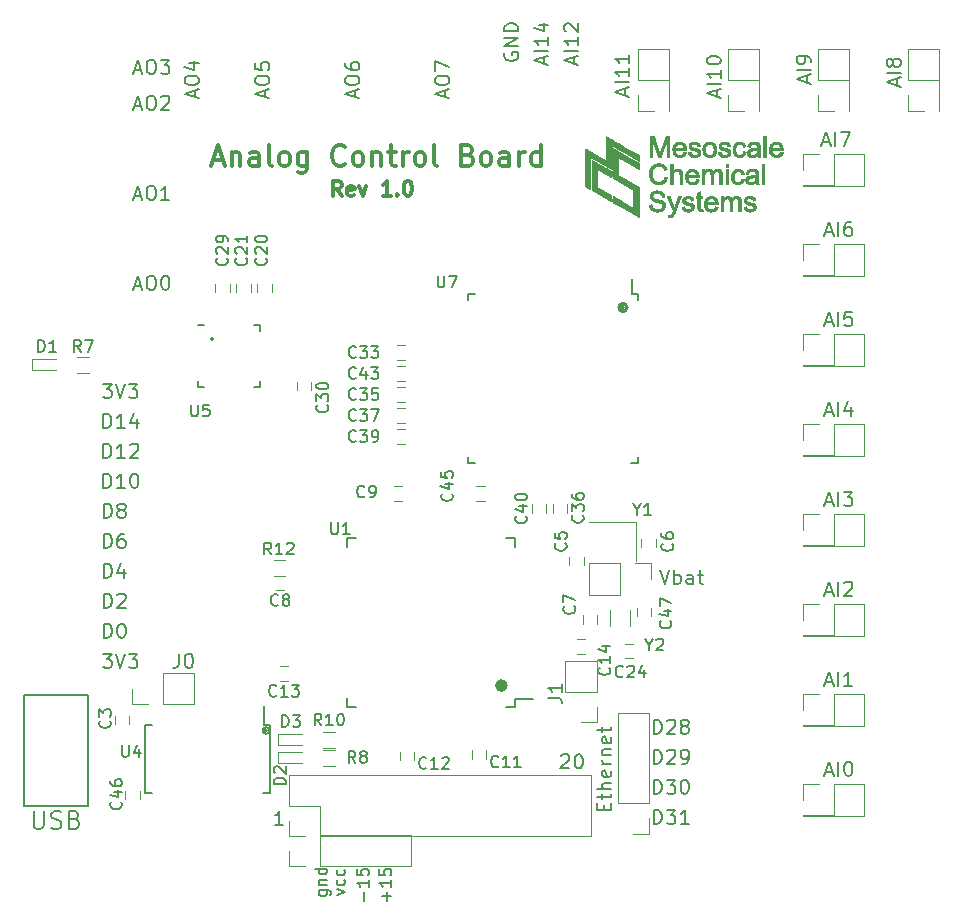
<source format=gbr>
G04 #@! TF.FileFunction,Legend,Top*
%FSLAX46Y46*%
G04 Gerber Fmt 4.6, Leading zero omitted, Abs format (unit mm)*
G04 Created by KiCad (PCBNEW 4.0.7) date 07/05/18 17:53:42*
%MOMM*%
%LPD*%
G01*
G04 APERTURE LIST*
%ADD10C,0.050000*%
%ADD11C,0.200000*%
%ADD12C,0.300000*%
%ADD13C,0.150000*%
%ADD14C,0.120000*%
%ADD15C,0.010000*%
G04 APERTURE END LIST*
D10*
D11*
X150091857Y-115335000D02*
X150949000Y-115335000D01*
X151120429Y-115392142D01*
X151234714Y-115506428D01*
X151291857Y-115677857D01*
X151291857Y-115792142D01*
X151291857Y-114134999D02*
X151291857Y-114820714D01*
X151291857Y-114477856D02*
X150091857Y-114477856D01*
X150263286Y-114592142D01*
X150377571Y-114706428D01*
X150434714Y-114820714D01*
X118853000Y-111610857D02*
X118853000Y-112468000D01*
X118795858Y-112639429D01*
X118681572Y-112753714D01*
X118510143Y-112810857D01*
X118395858Y-112810857D01*
X119653001Y-111610857D02*
X119767286Y-111610857D01*
X119881572Y-111668000D01*
X119938715Y-111725143D01*
X119995858Y-111839429D01*
X120053001Y-112068000D01*
X120053001Y-112353714D01*
X119995858Y-112582286D01*
X119938715Y-112696571D01*
X119881572Y-112753714D01*
X119767286Y-112810857D01*
X119653001Y-112810857D01*
X119538715Y-112753714D01*
X119481572Y-112696571D01*
X119424429Y-112582286D01*
X119367286Y-112353714D01*
X119367286Y-112068000D01*
X119424429Y-111839429D01*
X119481572Y-111725143D01*
X119538715Y-111668000D01*
X119653001Y-111610857D01*
X159588430Y-104498857D02*
X159988430Y-105698857D01*
X160388430Y-104498857D01*
X160788429Y-105698857D02*
X160788429Y-104498857D01*
X160788429Y-104956000D02*
X160902715Y-104898857D01*
X161131286Y-104898857D01*
X161245572Y-104956000D01*
X161302715Y-105013143D01*
X161359858Y-105127429D01*
X161359858Y-105470286D01*
X161302715Y-105584571D01*
X161245572Y-105641714D01*
X161131286Y-105698857D01*
X160902715Y-105698857D01*
X160788429Y-105641714D01*
X162388429Y-105698857D02*
X162388429Y-105070286D01*
X162331286Y-104956000D01*
X162217000Y-104898857D01*
X161988429Y-104898857D01*
X161874143Y-104956000D01*
X162388429Y-105641714D02*
X162274143Y-105698857D01*
X161988429Y-105698857D01*
X161874143Y-105641714D01*
X161817000Y-105527429D01*
X161817000Y-105413143D01*
X161874143Y-105298857D01*
X161988429Y-105241714D01*
X162274143Y-105241714D01*
X162388429Y-105184571D01*
X162788429Y-104898857D02*
X163245572Y-104898857D01*
X162959857Y-104498857D02*
X162959857Y-105527429D01*
X163017000Y-105641714D01*
X163131286Y-105698857D01*
X163245572Y-105698857D01*
X106565143Y-124908571D02*
X106565143Y-126122857D01*
X106636571Y-126265714D01*
X106708000Y-126337143D01*
X106850857Y-126408571D01*
X107136571Y-126408571D01*
X107279429Y-126337143D01*
X107350857Y-126265714D01*
X107422286Y-126122857D01*
X107422286Y-124908571D01*
X108065143Y-126337143D02*
X108279429Y-126408571D01*
X108636572Y-126408571D01*
X108779429Y-126337143D01*
X108850858Y-126265714D01*
X108922286Y-126122857D01*
X108922286Y-125980000D01*
X108850858Y-125837143D01*
X108779429Y-125765714D01*
X108636572Y-125694286D01*
X108350858Y-125622857D01*
X108208000Y-125551429D01*
X108136572Y-125480000D01*
X108065143Y-125337143D01*
X108065143Y-125194286D01*
X108136572Y-125051429D01*
X108208000Y-124980000D01*
X108350858Y-124908571D01*
X108708000Y-124908571D01*
X108922286Y-124980000D01*
X110065143Y-125622857D02*
X110279429Y-125694286D01*
X110350857Y-125765714D01*
X110422286Y-125908571D01*
X110422286Y-126122857D01*
X110350857Y-126265714D01*
X110279429Y-126337143D01*
X110136571Y-126408571D01*
X109565143Y-126408571D01*
X109565143Y-124908571D01*
X110065143Y-124908571D01*
X110208000Y-124980000D01*
X110279429Y-125051429D01*
X110350857Y-125194286D01*
X110350857Y-125337143D01*
X110279429Y-125480000D01*
X110208000Y-125551429D01*
X110065143Y-125622857D01*
X109565143Y-125622857D01*
X130722714Y-131627476D02*
X131532238Y-131627476D01*
X131627476Y-131675095D01*
X131675095Y-131722714D01*
X131722714Y-131817953D01*
X131722714Y-131960810D01*
X131675095Y-132056048D01*
X131341762Y-131627476D02*
X131389381Y-131722714D01*
X131389381Y-131913191D01*
X131341762Y-132008429D01*
X131294143Y-132056048D01*
X131198905Y-132103667D01*
X130913190Y-132103667D01*
X130817952Y-132056048D01*
X130770333Y-132008429D01*
X130722714Y-131913191D01*
X130722714Y-131722714D01*
X130770333Y-131627476D01*
X130722714Y-131151286D02*
X131389381Y-131151286D01*
X130817952Y-131151286D02*
X130770333Y-131103667D01*
X130722714Y-131008429D01*
X130722714Y-130865571D01*
X130770333Y-130770333D01*
X130865571Y-130722714D01*
X131389381Y-130722714D01*
X131389381Y-129817952D02*
X130389381Y-129817952D01*
X131341762Y-129817952D02*
X131389381Y-129913190D01*
X131389381Y-130103667D01*
X131341762Y-130198905D01*
X131294143Y-130246524D01*
X131198905Y-130294143D01*
X130913190Y-130294143D01*
X130817952Y-130246524D01*
X130770333Y-130198905D01*
X130722714Y-130103667D01*
X130722714Y-129913190D01*
X130770333Y-129817952D01*
X132246714Y-132032238D02*
X132913381Y-131794143D01*
X132246714Y-131556047D01*
X132865762Y-130746523D02*
X132913381Y-130841761D01*
X132913381Y-131032238D01*
X132865762Y-131127476D01*
X132818143Y-131175095D01*
X132722905Y-131222714D01*
X132437190Y-131222714D01*
X132341952Y-131175095D01*
X132294333Y-131127476D01*
X132246714Y-131032238D01*
X132246714Y-130841761D01*
X132294333Y-130746523D01*
X132865762Y-129889380D02*
X132913381Y-129984618D01*
X132913381Y-130175095D01*
X132865762Y-130270333D01*
X132818143Y-130317952D01*
X132722905Y-130365571D01*
X132437190Y-130365571D01*
X132341952Y-130317952D01*
X132294333Y-130270333D01*
X132246714Y-130175095D01*
X132246714Y-129984618D01*
X132294333Y-129889380D01*
X134564429Y-132524333D02*
X134564429Y-131762428D01*
X134945381Y-130762428D02*
X134945381Y-131333857D01*
X134945381Y-131048143D02*
X133945381Y-131048143D01*
X134088238Y-131143381D01*
X134183476Y-131238619D01*
X134231095Y-131333857D01*
X133945381Y-129857666D02*
X133945381Y-130333857D01*
X134421571Y-130381476D01*
X134373952Y-130333857D01*
X134326333Y-130238619D01*
X134326333Y-130000523D01*
X134373952Y-129905285D01*
X134421571Y-129857666D01*
X134516810Y-129810047D01*
X134754905Y-129810047D01*
X134850143Y-129857666D01*
X134897762Y-129905285D01*
X134945381Y-130000523D01*
X134945381Y-130238619D01*
X134897762Y-130333857D01*
X134850143Y-130381476D01*
X136469429Y-132524333D02*
X136469429Y-131762428D01*
X136850381Y-132143380D02*
X136088476Y-132143380D01*
X136850381Y-130762428D02*
X136850381Y-131333857D01*
X136850381Y-131048143D02*
X135850381Y-131048143D01*
X135993238Y-131143381D01*
X136088476Y-131238619D01*
X136136095Y-131333857D01*
X135850381Y-129857666D02*
X135850381Y-130333857D01*
X136326571Y-130381476D01*
X136278952Y-130333857D01*
X136231333Y-130238619D01*
X136231333Y-130000523D01*
X136278952Y-129905285D01*
X136326571Y-129857666D01*
X136421810Y-129810047D01*
X136659905Y-129810047D01*
X136755143Y-129857666D01*
X136802762Y-129905285D01*
X136850381Y-130000523D01*
X136850381Y-130238619D01*
X136802762Y-130333857D01*
X136755143Y-130381476D01*
X151231714Y-120234143D02*
X151288857Y-120177000D01*
X151403143Y-120119857D01*
X151688857Y-120119857D01*
X151803143Y-120177000D01*
X151860286Y-120234143D01*
X151917429Y-120348429D01*
X151917429Y-120462714D01*
X151860286Y-120634143D01*
X151174572Y-121319857D01*
X151917429Y-121319857D01*
X152660286Y-120119857D02*
X152774571Y-120119857D01*
X152888857Y-120177000D01*
X152946000Y-120234143D01*
X153003143Y-120348429D01*
X153060286Y-120577000D01*
X153060286Y-120862714D01*
X153003143Y-121091286D01*
X152946000Y-121205571D01*
X152888857Y-121262714D01*
X152774571Y-121319857D01*
X152660286Y-121319857D01*
X152546000Y-121262714D01*
X152488857Y-121205571D01*
X152431714Y-121091286D01*
X152374571Y-120862714D01*
X152374571Y-120577000D01*
X152431714Y-120348429D01*
X152488857Y-120234143D01*
X152546000Y-120177000D01*
X152660286Y-120119857D01*
X127723858Y-126145857D02*
X127038143Y-126145857D01*
X127381001Y-126145857D02*
X127381001Y-124945857D01*
X127266715Y-125117286D01*
X127152429Y-125231571D01*
X127038143Y-125288714D01*
X154854286Y-124840570D02*
X154854286Y-124440570D01*
X155482857Y-124269141D02*
X155482857Y-124840570D01*
X154282857Y-124840570D01*
X154282857Y-124269141D01*
X154682857Y-123926284D02*
X154682857Y-123469141D01*
X154282857Y-123754856D02*
X155311429Y-123754856D01*
X155425714Y-123697713D01*
X155482857Y-123583427D01*
X155482857Y-123469141D01*
X155482857Y-123069142D02*
X154282857Y-123069142D01*
X155482857Y-122554856D02*
X154854286Y-122554856D01*
X154740000Y-122611999D01*
X154682857Y-122726285D01*
X154682857Y-122897713D01*
X154740000Y-123011999D01*
X154797143Y-123069142D01*
X155425714Y-121526285D02*
X155482857Y-121640571D01*
X155482857Y-121869142D01*
X155425714Y-121983428D01*
X155311429Y-122040571D01*
X154854286Y-122040571D01*
X154740000Y-121983428D01*
X154682857Y-121869142D01*
X154682857Y-121640571D01*
X154740000Y-121526285D01*
X154854286Y-121469142D01*
X154968571Y-121469142D01*
X155082857Y-122040571D01*
X155482857Y-120954857D02*
X154682857Y-120954857D01*
X154911429Y-120954857D02*
X154797143Y-120897714D01*
X154740000Y-120840571D01*
X154682857Y-120726285D01*
X154682857Y-120612000D01*
X154682857Y-120212000D02*
X155482857Y-120212000D01*
X154797143Y-120212000D02*
X154740000Y-120154857D01*
X154682857Y-120040571D01*
X154682857Y-119869143D01*
X154740000Y-119754857D01*
X154854286Y-119697714D01*
X155482857Y-119697714D01*
X155425714Y-118669143D02*
X155482857Y-118783429D01*
X155482857Y-119012000D01*
X155425714Y-119126286D01*
X155311429Y-119183429D01*
X154854286Y-119183429D01*
X154740000Y-119126286D01*
X154682857Y-119012000D01*
X154682857Y-118783429D01*
X154740000Y-118669143D01*
X154854286Y-118612000D01*
X154968571Y-118612000D01*
X155082857Y-119183429D01*
X154682857Y-118269143D02*
X154682857Y-117812000D01*
X154282857Y-118097715D02*
X155311429Y-118097715D01*
X155425714Y-118040572D01*
X155482857Y-117926286D01*
X155482857Y-117812000D01*
X159070857Y-126018857D02*
X159070857Y-124818857D01*
X159356572Y-124818857D01*
X159528000Y-124876000D01*
X159642286Y-124990286D01*
X159699429Y-125104571D01*
X159756572Y-125333143D01*
X159756572Y-125504571D01*
X159699429Y-125733143D01*
X159642286Y-125847429D01*
X159528000Y-125961714D01*
X159356572Y-126018857D01*
X159070857Y-126018857D01*
X160156572Y-124818857D02*
X160899429Y-124818857D01*
X160499429Y-125276000D01*
X160670857Y-125276000D01*
X160785143Y-125333143D01*
X160842286Y-125390286D01*
X160899429Y-125504571D01*
X160899429Y-125790286D01*
X160842286Y-125904571D01*
X160785143Y-125961714D01*
X160670857Y-126018857D01*
X160328000Y-126018857D01*
X160213714Y-125961714D01*
X160156572Y-125904571D01*
X162042286Y-126018857D02*
X161356571Y-126018857D01*
X161699429Y-126018857D02*
X161699429Y-124818857D01*
X161585143Y-124990286D01*
X161470857Y-125104571D01*
X161356571Y-125161714D01*
X159070857Y-123478857D02*
X159070857Y-122278857D01*
X159356572Y-122278857D01*
X159528000Y-122336000D01*
X159642286Y-122450286D01*
X159699429Y-122564571D01*
X159756572Y-122793143D01*
X159756572Y-122964571D01*
X159699429Y-123193143D01*
X159642286Y-123307429D01*
X159528000Y-123421714D01*
X159356572Y-123478857D01*
X159070857Y-123478857D01*
X160156572Y-122278857D02*
X160899429Y-122278857D01*
X160499429Y-122736000D01*
X160670857Y-122736000D01*
X160785143Y-122793143D01*
X160842286Y-122850286D01*
X160899429Y-122964571D01*
X160899429Y-123250286D01*
X160842286Y-123364571D01*
X160785143Y-123421714D01*
X160670857Y-123478857D01*
X160328000Y-123478857D01*
X160213714Y-123421714D01*
X160156572Y-123364571D01*
X161642286Y-122278857D02*
X161756571Y-122278857D01*
X161870857Y-122336000D01*
X161928000Y-122393143D01*
X161985143Y-122507429D01*
X162042286Y-122736000D01*
X162042286Y-123021714D01*
X161985143Y-123250286D01*
X161928000Y-123364571D01*
X161870857Y-123421714D01*
X161756571Y-123478857D01*
X161642286Y-123478857D01*
X161528000Y-123421714D01*
X161470857Y-123364571D01*
X161413714Y-123250286D01*
X161356571Y-123021714D01*
X161356571Y-122736000D01*
X161413714Y-122507429D01*
X161470857Y-122393143D01*
X161528000Y-122336000D01*
X161642286Y-122278857D01*
X159070857Y-120938857D02*
X159070857Y-119738857D01*
X159356572Y-119738857D01*
X159528000Y-119796000D01*
X159642286Y-119910286D01*
X159699429Y-120024571D01*
X159756572Y-120253143D01*
X159756572Y-120424571D01*
X159699429Y-120653143D01*
X159642286Y-120767429D01*
X159528000Y-120881714D01*
X159356572Y-120938857D01*
X159070857Y-120938857D01*
X160213714Y-119853143D02*
X160270857Y-119796000D01*
X160385143Y-119738857D01*
X160670857Y-119738857D01*
X160785143Y-119796000D01*
X160842286Y-119853143D01*
X160899429Y-119967429D01*
X160899429Y-120081714D01*
X160842286Y-120253143D01*
X160156572Y-120938857D01*
X160899429Y-120938857D01*
X161470857Y-120938857D02*
X161699429Y-120938857D01*
X161813714Y-120881714D01*
X161870857Y-120824571D01*
X161985143Y-120653143D01*
X162042286Y-120424571D01*
X162042286Y-119967429D01*
X161985143Y-119853143D01*
X161928000Y-119796000D01*
X161813714Y-119738857D01*
X161585143Y-119738857D01*
X161470857Y-119796000D01*
X161413714Y-119853143D01*
X161356571Y-119967429D01*
X161356571Y-120253143D01*
X161413714Y-120367429D01*
X161470857Y-120424571D01*
X161585143Y-120481714D01*
X161813714Y-120481714D01*
X161928000Y-120424571D01*
X161985143Y-120367429D01*
X162042286Y-120253143D01*
D12*
X132665715Y-72828476D02*
X132249048Y-72233238D01*
X131951429Y-72828476D02*
X131951429Y-71578476D01*
X132427620Y-71578476D01*
X132546667Y-71638000D01*
X132606191Y-71697524D01*
X132665715Y-71816571D01*
X132665715Y-71995143D01*
X132606191Y-72114190D01*
X132546667Y-72173714D01*
X132427620Y-72233238D01*
X131951429Y-72233238D01*
X133677620Y-72768952D02*
X133558572Y-72828476D01*
X133320477Y-72828476D01*
X133201429Y-72768952D01*
X133141905Y-72649905D01*
X133141905Y-72173714D01*
X133201429Y-72054667D01*
X133320477Y-71995143D01*
X133558572Y-71995143D01*
X133677620Y-72054667D01*
X133737143Y-72173714D01*
X133737143Y-72292762D01*
X133141905Y-72411810D01*
X134153810Y-71995143D02*
X134451429Y-72828476D01*
X134749049Y-71995143D01*
X136832382Y-72828476D02*
X136118096Y-72828476D01*
X136475239Y-72828476D02*
X136475239Y-71578476D01*
X136356191Y-71757048D01*
X136237144Y-71876095D01*
X136118096Y-71935619D01*
X137368096Y-72709429D02*
X137427620Y-72768952D01*
X137368096Y-72828476D01*
X137308572Y-72768952D01*
X137368096Y-72709429D01*
X137368096Y-72828476D01*
X138201429Y-71578476D02*
X138320477Y-71578476D01*
X138439525Y-71638000D01*
X138499048Y-71697524D01*
X138558572Y-71816571D01*
X138618096Y-72054667D01*
X138618096Y-72352286D01*
X138558572Y-72590381D01*
X138499048Y-72709429D01*
X138439525Y-72768952D01*
X138320477Y-72828476D01*
X138201429Y-72828476D01*
X138082382Y-72768952D01*
X138022858Y-72709429D01*
X137963334Y-72590381D01*
X137903810Y-72352286D01*
X137903810Y-72054667D01*
X137963334Y-71816571D01*
X138022858Y-71697524D01*
X138082382Y-71638000D01*
X138201429Y-71578476D01*
X121743335Y-69811667D02*
X122576669Y-69811667D01*
X121576669Y-70311667D02*
X122160002Y-68561667D01*
X122743335Y-70311667D01*
X123326669Y-69145000D02*
X123326669Y-70311667D01*
X123326669Y-69311667D02*
X123410002Y-69228333D01*
X123576669Y-69145000D01*
X123826669Y-69145000D01*
X123993335Y-69228333D01*
X124076669Y-69395000D01*
X124076669Y-70311667D01*
X125660002Y-70311667D02*
X125660002Y-69395000D01*
X125576668Y-69228333D01*
X125410002Y-69145000D01*
X125076668Y-69145000D01*
X124910002Y-69228333D01*
X125660002Y-70228333D02*
X125493335Y-70311667D01*
X125076668Y-70311667D01*
X124910002Y-70228333D01*
X124826668Y-70061667D01*
X124826668Y-69895000D01*
X124910002Y-69728333D01*
X125076668Y-69645000D01*
X125493335Y-69645000D01*
X125660002Y-69561667D01*
X126743335Y-70311667D02*
X126576668Y-70228333D01*
X126493335Y-70061667D01*
X126493335Y-68561667D01*
X127660002Y-70311667D02*
X127493335Y-70228333D01*
X127410002Y-70145000D01*
X127326668Y-69978333D01*
X127326668Y-69478333D01*
X127410002Y-69311667D01*
X127493335Y-69228333D01*
X127660002Y-69145000D01*
X127910002Y-69145000D01*
X128076668Y-69228333D01*
X128160002Y-69311667D01*
X128243335Y-69478333D01*
X128243335Y-69978333D01*
X128160002Y-70145000D01*
X128076668Y-70228333D01*
X127910002Y-70311667D01*
X127660002Y-70311667D01*
X129743335Y-69145000D02*
X129743335Y-70561667D01*
X129660001Y-70728333D01*
X129576668Y-70811667D01*
X129410001Y-70895000D01*
X129160001Y-70895000D01*
X128993335Y-70811667D01*
X129743335Y-70228333D02*
X129576668Y-70311667D01*
X129243335Y-70311667D01*
X129076668Y-70228333D01*
X128993335Y-70145000D01*
X128910001Y-69978333D01*
X128910001Y-69478333D01*
X128993335Y-69311667D01*
X129076668Y-69228333D01*
X129243335Y-69145000D01*
X129576668Y-69145000D01*
X129743335Y-69228333D01*
X132910001Y-70145000D02*
X132826667Y-70228333D01*
X132576667Y-70311667D01*
X132410001Y-70311667D01*
X132160001Y-70228333D01*
X131993334Y-70061667D01*
X131910001Y-69895000D01*
X131826667Y-69561667D01*
X131826667Y-69311667D01*
X131910001Y-68978333D01*
X131993334Y-68811667D01*
X132160001Y-68645000D01*
X132410001Y-68561667D01*
X132576667Y-68561667D01*
X132826667Y-68645000D01*
X132910001Y-68728333D01*
X133910001Y-70311667D02*
X133743334Y-70228333D01*
X133660001Y-70145000D01*
X133576667Y-69978333D01*
X133576667Y-69478333D01*
X133660001Y-69311667D01*
X133743334Y-69228333D01*
X133910001Y-69145000D01*
X134160001Y-69145000D01*
X134326667Y-69228333D01*
X134410001Y-69311667D01*
X134493334Y-69478333D01*
X134493334Y-69978333D01*
X134410001Y-70145000D01*
X134326667Y-70228333D01*
X134160001Y-70311667D01*
X133910001Y-70311667D01*
X135243334Y-69145000D02*
X135243334Y-70311667D01*
X135243334Y-69311667D02*
X135326667Y-69228333D01*
X135493334Y-69145000D01*
X135743334Y-69145000D01*
X135910000Y-69228333D01*
X135993334Y-69395000D01*
X135993334Y-70311667D01*
X136576667Y-69145000D02*
X137243333Y-69145000D01*
X136826667Y-68561667D02*
X136826667Y-70061667D01*
X136910000Y-70228333D01*
X137076667Y-70311667D01*
X137243333Y-70311667D01*
X137826667Y-70311667D02*
X137826667Y-69145000D01*
X137826667Y-69478333D02*
X137910000Y-69311667D01*
X137993333Y-69228333D01*
X138160000Y-69145000D01*
X138326667Y-69145000D01*
X139160000Y-70311667D02*
X138993333Y-70228333D01*
X138910000Y-70145000D01*
X138826666Y-69978333D01*
X138826666Y-69478333D01*
X138910000Y-69311667D01*
X138993333Y-69228333D01*
X139160000Y-69145000D01*
X139410000Y-69145000D01*
X139576666Y-69228333D01*
X139660000Y-69311667D01*
X139743333Y-69478333D01*
X139743333Y-69978333D01*
X139660000Y-70145000D01*
X139576666Y-70228333D01*
X139410000Y-70311667D01*
X139160000Y-70311667D01*
X140743333Y-70311667D02*
X140576666Y-70228333D01*
X140493333Y-70061667D01*
X140493333Y-68561667D01*
X143326666Y-69395000D02*
X143576666Y-69478333D01*
X143659999Y-69561667D01*
X143743333Y-69728333D01*
X143743333Y-69978333D01*
X143659999Y-70145000D01*
X143576666Y-70228333D01*
X143409999Y-70311667D01*
X142743333Y-70311667D01*
X142743333Y-68561667D01*
X143326666Y-68561667D01*
X143493333Y-68645000D01*
X143576666Y-68728333D01*
X143659999Y-68895000D01*
X143659999Y-69061667D01*
X143576666Y-69228333D01*
X143493333Y-69311667D01*
X143326666Y-69395000D01*
X142743333Y-69395000D01*
X144743333Y-70311667D02*
X144576666Y-70228333D01*
X144493333Y-70145000D01*
X144409999Y-69978333D01*
X144409999Y-69478333D01*
X144493333Y-69311667D01*
X144576666Y-69228333D01*
X144743333Y-69145000D01*
X144993333Y-69145000D01*
X145159999Y-69228333D01*
X145243333Y-69311667D01*
X145326666Y-69478333D01*
X145326666Y-69978333D01*
X145243333Y-70145000D01*
X145159999Y-70228333D01*
X144993333Y-70311667D01*
X144743333Y-70311667D01*
X146826666Y-70311667D02*
X146826666Y-69395000D01*
X146743332Y-69228333D01*
X146576666Y-69145000D01*
X146243332Y-69145000D01*
X146076666Y-69228333D01*
X146826666Y-70228333D02*
X146659999Y-70311667D01*
X146243332Y-70311667D01*
X146076666Y-70228333D01*
X145993332Y-70061667D01*
X145993332Y-69895000D01*
X146076666Y-69728333D01*
X146243332Y-69645000D01*
X146659999Y-69645000D01*
X146826666Y-69561667D01*
X147659999Y-70311667D02*
X147659999Y-69145000D01*
X147659999Y-69478333D02*
X147743332Y-69311667D01*
X147826665Y-69228333D01*
X147993332Y-69145000D01*
X148159999Y-69145000D01*
X149493332Y-70311667D02*
X149493332Y-68561667D01*
X149493332Y-70228333D02*
X149326665Y-70311667D01*
X148993332Y-70311667D01*
X148826665Y-70228333D01*
X148743332Y-70145000D01*
X148659998Y-69978333D01*
X148659998Y-69478333D01*
X148743332Y-69311667D01*
X148826665Y-69228333D01*
X148993332Y-69145000D01*
X149326665Y-69145000D01*
X149493332Y-69228333D01*
D11*
X159070857Y-118398857D02*
X159070857Y-117198857D01*
X159356572Y-117198857D01*
X159528000Y-117256000D01*
X159642286Y-117370286D01*
X159699429Y-117484571D01*
X159756572Y-117713143D01*
X159756572Y-117884571D01*
X159699429Y-118113143D01*
X159642286Y-118227429D01*
X159528000Y-118341714D01*
X159356572Y-118398857D01*
X159070857Y-118398857D01*
X160213714Y-117313143D02*
X160270857Y-117256000D01*
X160385143Y-117198857D01*
X160670857Y-117198857D01*
X160785143Y-117256000D01*
X160842286Y-117313143D01*
X160899429Y-117427429D01*
X160899429Y-117541714D01*
X160842286Y-117713143D01*
X160156572Y-118398857D01*
X160899429Y-118398857D01*
X161585143Y-117713143D02*
X161470857Y-117656000D01*
X161413714Y-117598857D01*
X161356571Y-117484571D01*
X161356571Y-117427429D01*
X161413714Y-117313143D01*
X161470857Y-117256000D01*
X161585143Y-117198857D01*
X161813714Y-117198857D01*
X161928000Y-117256000D01*
X161985143Y-117313143D01*
X162042286Y-117427429D01*
X162042286Y-117484571D01*
X161985143Y-117598857D01*
X161928000Y-117656000D01*
X161813714Y-117713143D01*
X161585143Y-117713143D01*
X161470857Y-117770286D01*
X161413714Y-117827429D01*
X161356571Y-117941714D01*
X161356571Y-118170286D01*
X161413714Y-118284571D01*
X161470857Y-118341714D01*
X161585143Y-118398857D01*
X161813714Y-118398857D01*
X161928000Y-118341714D01*
X161985143Y-118284571D01*
X162042286Y-118170286D01*
X162042286Y-117941714D01*
X161985143Y-117827429D01*
X161928000Y-117770286D01*
X161813714Y-117713143D01*
D13*
X126521981Y-118110000D02*
G75*
G03X126521981Y-118110000I-283981J0D01*
G01*
X126365000Y-118110000D02*
G75*
G03X126365000Y-118110000I-127000J0D01*
G01*
X146634905Y-114300000D02*
G75*
G03X146634905Y-114300000I-457905J0D01*
G01*
X146304000Y-114300000D02*
G75*
G03X146304000Y-114300000I-127000J0D01*
G01*
X146356605Y-114300000D02*
G75*
G03X146356605Y-114300000I-179605J0D01*
G01*
X146460981Y-114300000D02*
G75*
G03X146460981Y-114300000I-283981J0D01*
G01*
X146536210Y-114300000D02*
G75*
G03X146536210Y-114300000I-359210J0D01*
G01*
X156591000Y-82296000D02*
G75*
G03X156591000Y-82296000I-127000J0D01*
G01*
X156718000Y-82296000D02*
G75*
G03X156718000Y-82296000I-254000J0D01*
G01*
X156865609Y-82296000D02*
G75*
G03X156865609Y-82296000I-401609J0D01*
G01*
X121793000Y-84963000D02*
G75*
G03X121793000Y-84963000I-127000J0D01*
G01*
D11*
X112461857Y-92490857D02*
X112461857Y-91290857D01*
X112747572Y-91290857D01*
X112919000Y-91348000D01*
X113033286Y-91462286D01*
X113090429Y-91576571D01*
X113147572Y-91805143D01*
X113147572Y-91976571D01*
X113090429Y-92205143D01*
X113033286Y-92319429D01*
X112919000Y-92433714D01*
X112747572Y-92490857D01*
X112461857Y-92490857D01*
X114290429Y-92490857D02*
X113604714Y-92490857D01*
X113947572Y-92490857D02*
X113947572Y-91290857D01*
X113833286Y-91462286D01*
X113719000Y-91576571D01*
X113604714Y-91633714D01*
X115319000Y-91690857D02*
X115319000Y-92490857D01*
X115033286Y-91233714D02*
X114747571Y-92090857D01*
X115490429Y-92090857D01*
X112461857Y-95030857D02*
X112461857Y-93830857D01*
X112747572Y-93830857D01*
X112919000Y-93888000D01*
X113033286Y-94002286D01*
X113090429Y-94116571D01*
X113147572Y-94345143D01*
X113147572Y-94516571D01*
X113090429Y-94745143D01*
X113033286Y-94859429D01*
X112919000Y-94973714D01*
X112747572Y-95030857D01*
X112461857Y-95030857D01*
X114290429Y-95030857D02*
X113604714Y-95030857D01*
X113947572Y-95030857D02*
X113947572Y-93830857D01*
X113833286Y-94002286D01*
X113719000Y-94116571D01*
X113604714Y-94173714D01*
X114747571Y-93945143D02*
X114804714Y-93888000D01*
X114919000Y-93830857D01*
X115204714Y-93830857D01*
X115319000Y-93888000D01*
X115376143Y-93945143D01*
X115433286Y-94059429D01*
X115433286Y-94173714D01*
X115376143Y-94345143D01*
X114690429Y-95030857D01*
X115433286Y-95030857D01*
X112461857Y-97570857D02*
X112461857Y-96370857D01*
X112747572Y-96370857D01*
X112919000Y-96428000D01*
X113033286Y-96542286D01*
X113090429Y-96656571D01*
X113147572Y-96885143D01*
X113147572Y-97056571D01*
X113090429Y-97285143D01*
X113033286Y-97399429D01*
X112919000Y-97513714D01*
X112747572Y-97570857D01*
X112461857Y-97570857D01*
X114290429Y-97570857D02*
X113604714Y-97570857D01*
X113947572Y-97570857D02*
X113947572Y-96370857D01*
X113833286Y-96542286D01*
X113719000Y-96656571D01*
X113604714Y-96713714D01*
X115033286Y-96370857D02*
X115147571Y-96370857D01*
X115261857Y-96428000D01*
X115319000Y-96485143D01*
X115376143Y-96599429D01*
X115433286Y-96828000D01*
X115433286Y-97113714D01*
X115376143Y-97342286D01*
X115319000Y-97456571D01*
X115261857Y-97513714D01*
X115147571Y-97570857D01*
X115033286Y-97570857D01*
X114919000Y-97513714D01*
X114861857Y-97456571D01*
X114804714Y-97342286D01*
X114747571Y-97113714D01*
X114747571Y-96828000D01*
X114804714Y-96599429D01*
X114861857Y-96485143D01*
X114919000Y-96428000D01*
X115033286Y-96370857D01*
X112525286Y-100110857D02*
X112525286Y-98910857D01*
X112811001Y-98910857D01*
X112982429Y-98968000D01*
X113096715Y-99082286D01*
X113153858Y-99196571D01*
X113211001Y-99425143D01*
X113211001Y-99596571D01*
X113153858Y-99825143D01*
X113096715Y-99939429D01*
X112982429Y-100053714D01*
X112811001Y-100110857D01*
X112525286Y-100110857D01*
X113896715Y-99425143D02*
X113782429Y-99368000D01*
X113725286Y-99310857D01*
X113668143Y-99196571D01*
X113668143Y-99139429D01*
X113725286Y-99025143D01*
X113782429Y-98968000D01*
X113896715Y-98910857D01*
X114125286Y-98910857D01*
X114239572Y-98968000D01*
X114296715Y-99025143D01*
X114353858Y-99139429D01*
X114353858Y-99196571D01*
X114296715Y-99310857D01*
X114239572Y-99368000D01*
X114125286Y-99425143D01*
X113896715Y-99425143D01*
X113782429Y-99482286D01*
X113725286Y-99539429D01*
X113668143Y-99653714D01*
X113668143Y-99882286D01*
X113725286Y-99996571D01*
X113782429Y-100053714D01*
X113896715Y-100110857D01*
X114125286Y-100110857D01*
X114239572Y-100053714D01*
X114296715Y-99996571D01*
X114353858Y-99882286D01*
X114353858Y-99653714D01*
X114296715Y-99539429D01*
X114239572Y-99482286D01*
X114125286Y-99425143D01*
X112525286Y-102650857D02*
X112525286Y-101450857D01*
X112811001Y-101450857D01*
X112982429Y-101508000D01*
X113096715Y-101622286D01*
X113153858Y-101736571D01*
X113211001Y-101965143D01*
X113211001Y-102136571D01*
X113153858Y-102365143D01*
X113096715Y-102479429D01*
X112982429Y-102593714D01*
X112811001Y-102650857D01*
X112525286Y-102650857D01*
X114239572Y-101450857D02*
X114011001Y-101450857D01*
X113896715Y-101508000D01*
X113839572Y-101565143D01*
X113725286Y-101736571D01*
X113668143Y-101965143D01*
X113668143Y-102422286D01*
X113725286Y-102536571D01*
X113782429Y-102593714D01*
X113896715Y-102650857D01*
X114125286Y-102650857D01*
X114239572Y-102593714D01*
X114296715Y-102536571D01*
X114353858Y-102422286D01*
X114353858Y-102136571D01*
X114296715Y-102022286D01*
X114239572Y-101965143D01*
X114125286Y-101908000D01*
X113896715Y-101908000D01*
X113782429Y-101965143D01*
X113725286Y-102022286D01*
X113668143Y-102136571D01*
X112525286Y-105190857D02*
X112525286Y-103990857D01*
X112811001Y-103990857D01*
X112982429Y-104048000D01*
X113096715Y-104162286D01*
X113153858Y-104276571D01*
X113211001Y-104505143D01*
X113211001Y-104676571D01*
X113153858Y-104905143D01*
X113096715Y-105019429D01*
X112982429Y-105133714D01*
X112811001Y-105190857D01*
X112525286Y-105190857D01*
X114239572Y-104390857D02*
X114239572Y-105190857D01*
X113953858Y-103933714D02*
X113668143Y-104790857D01*
X114411001Y-104790857D01*
X112525286Y-107730857D02*
X112525286Y-106530857D01*
X112811001Y-106530857D01*
X112982429Y-106588000D01*
X113096715Y-106702286D01*
X113153858Y-106816571D01*
X113211001Y-107045143D01*
X113211001Y-107216571D01*
X113153858Y-107445143D01*
X113096715Y-107559429D01*
X112982429Y-107673714D01*
X112811001Y-107730857D01*
X112525286Y-107730857D01*
X113668143Y-106645143D02*
X113725286Y-106588000D01*
X113839572Y-106530857D01*
X114125286Y-106530857D01*
X114239572Y-106588000D01*
X114296715Y-106645143D01*
X114353858Y-106759429D01*
X114353858Y-106873714D01*
X114296715Y-107045143D01*
X113611001Y-107730857D01*
X114353858Y-107730857D01*
X112525286Y-110270857D02*
X112525286Y-109070857D01*
X112811001Y-109070857D01*
X112982429Y-109128000D01*
X113096715Y-109242286D01*
X113153858Y-109356571D01*
X113211001Y-109585143D01*
X113211001Y-109756571D01*
X113153858Y-109985143D01*
X113096715Y-110099429D01*
X112982429Y-110213714D01*
X112811001Y-110270857D01*
X112525286Y-110270857D01*
X113953858Y-109070857D02*
X114068143Y-109070857D01*
X114182429Y-109128000D01*
X114239572Y-109185143D01*
X114296715Y-109299429D01*
X114353858Y-109528000D01*
X114353858Y-109813714D01*
X114296715Y-110042286D01*
X114239572Y-110156571D01*
X114182429Y-110213714D01*
X114068143Y-110270857D01*
X113953858Y-110270857D01*
X113839572Y-110213714D01*
X113782429Y-110156571D01*
X113725286Y-110042286D01*
X113668143Y-109813714D01*
X113668143Y-109528000D01*
X113725286Y-109299429D01*
X113782429Y-109185143D01*
X113839572Y-109128000D01*
X113953858Y-109070857D01*
X112433287Y-88750857D02*
X113176144Y-88750857D01*
X112776144Y-89208000D01*
X112947572Y-89208000D01*
X113061858Y-89265143D01*
X113119001Y-89322286D01*
X113176144Y-89436571D01*
X113176144Y-89722286D01*
X113119001Y-89836571D01*
X113061858Y-89893714D01*
X112947572Y-89950857D01*
X112604715Y-89950857D01*
X112490429Y-89893714D01*
X112433287Y-89836571D01*
X113519001Y-88750857D02*
X113919001Y-89950857D01*
X114319001Y-88750857D01*
X114604715Y-88750857D02*
X115347572Y-88750857D01*
X114947572Y-89208000D01*
X115119000Y-89208000D01*
X115233286Y-89265143D01*
X115290429Y-89322286D01*
X115347572Y-89436571D01*
X115347572Y-89722286D01*
X115290429Y-89836571D01*
X115233286Y-89893714D01*
X115119000Y-89950857D01*
X114776143Y-89950857D01*
X114661857Y-89893714D01*
X114604715Y-89836571D01*
X112433287Y-111610857D02*
X113176144Y-111610857D01*
X112776144Y-112068000D01*
X112947572Y-112068000D01*
X113061858Y-112125143D01*
X113119001Y-112182286D01*
X113176144Y-112296571D01*
X113176144Y-112582286D01*
X113119001Y-112696571D01*
X113061858Y-112753714D01*
X112947572Y-112810857D01*
X112604715Y-112810857D01*
X112490429Y-112753714D01*
X112433287Y-112696571D01*
X113519001Y-111610857D02*
X113919001Y-112810857D01*
X114319001Y-111610857D01*
X114604715Y-111610857D02*
X115347572Y-111610857D01*
X114947572Y-112068000D01*
X115119000Y-112068000D01*
X115233286Y-112125143D01*
X115290429Y-112182286D01*
X115347572Y-112296571D01*
X115347572Y-112582286D01*
X115290429Y-112696571D01*
X115233286Y-112753714D01*
X115119000Y-112810857D01*
X114776143Y-112810857D01*
X114661857Y-112753714D01*
X114604715Y-112696571D01*
X146466000Y-60731285D02*
X146408857Y-60845571D01*
X146408857Y-61017000D01*
X146466000Y-61188428D01*
X146580286Y-61302714D01*
X146694571Y-61359857D01*
X146923143Y-61417000D01*
X147094571Y-61417000D01*
X147323143Y-61359857D01*
X147437429Y-61302714D01*
X147551714Y-61188428D01*
X147608857Y-61017000D01*
X147608857Y-60902714D01*
X147551714Y-60731285D01*
X147494571Y-60674142D01*
X147094571Y-60674142D01*
X147094571Y-60902714D01*
X147608857Y-60159857D02*
X146408857Y-60159857D01*
X147608857Y-59474142D01*
X146408857Y-59474142D01*
X147608857Y-58902714D02*
X146408857Y-58902714D01*
X146408857Y-58616999D01*
X146466000Y-58445571D01*
X146580286Y-58331285D01*
X146694571Y-58274142D01*
X146923143Y-58216999D01*
X147094571Y-58216999D01*
X147323143Y-58274142D01*
X147437429Y-58331285D01*
X147551714Y-58445571D01*
X147608857Y-58616999D01*
X147608857Y-58902714D01*
X149806000Y-61658286D02*
X149806000Y-61086857D01*
X150148857Y-61772571D02*
X148948857Y-61372571D01*
X150148857Y-60972571D01*
X150148857Y-60572572D02*
X148948857Y-60572572D01*
X150148857Y-59372571D02*
X150148857Y-60058286D01*
X150148857Y-59715428D02*
X148948857Y-59715428D01*
X149120286Y-59829714D01*
X149234571Y-59944000D01*
X149291714Y-60058286D01*
X149348857Y-58344000D02*
X150148857Y-58344000D01*
X148891714Y-58629714D02*
X149748857Y-58915429D01*
X149748857Y-58172571D01*
X152346000Y-61658286D02*
X152346000Y-61086857D01*
X152688857Y-61772571D02*
X151488857Y-61372571D01*
X152688857Y-60972571D01*
X152688857Y-60572572D02*
X151488857Y-60572572D01*
X152688857Y-59372571D02*
X152688857Y-60058286D01*
X152688857Y-59715428D02*
X151488857Y-59715428D01*
X151660286Y-59829714D01*
X151774571Y-59944000D01*
X151831714Y-60058286D01*
X151603143Y-58915429D02*
X151546000Y-58858286D01*
X151488857Y-58744000D01*
X151488857Y-58458286D01*
X151546000Y-58344000D01*
X151603143Y-58286857D01*
X151717429Y-58229714D01*
X151831714Y-58229714D01*
X152003143Y-58286857D01*
X152688857Y-58972571D01*
X152688857Y-58229714D01*
X173609143Y-121612000D02*
X174180572Y-121612000D01*
X173494858Y-121954857D02*
X173894858Y-120754857D01*
X174294858Y-121954857D01*
X174694857Y-121954857D02*
X174694857Y-120754857D01*
X175494858Y-120754857D02*
X175609143Y-120754857D01*
X175723429Y-120812000D01*
X175780572Y-120869143D01*
X175837715Y-120983429D01*
X175894858Y-121212000D01*
X175894858Y-121497714D01*
X175837715Y-121726286D01*
X175780572Y-121840571D01*
X175723429Y-121897714D01*
X175609143Y-121954857D01*
X175494858Y-121954857D01*
X175380572Y-121897714D01*
X175323429Y-121840571D01*
X175266286Y-121726286D01*
X175209143Y-121497714D01*
X175209143Y-121212000D01*
X175266286Y-120983429D01*
X175323429Y-120869143D01*
X175380572Y-120812000D01*
X175494858Y-120754857D01*
X173609143Y-113992000D02*
X174180572Y-113992000D01*
X173494858Y-114334857D02*
X173894858Y-113134857D01*
X174294858Y-114334857D01*
X174694857Y-114334857D02*
X174694857Y-113134857D01*
X175894858Y-114334857D02*
X175209143Y-114334857D01*
X175552001Y-114334857D02*
X175552001Y-113134857D01*
X175437715Y-113306286D01*
X175323429Y-113420571D01*
X175209143Y-113477714D01*
X173609143Y-106372000D02*
X174180572Y-106372000D01*
X173494858Y-106714857D02*
X173894858Y-105514857D01*
X174294858Y-106714857D01*
X174694857Y-106714857D02*
X174694857Y-105514857D01*
X175209143Y-105629143D02*
X175266286Y-105572000D01*
X175380572Y-105514857D01*
X175666286Y-105514857D01*
X175780572Y-105572000D01*
X175837715Y-105629143D01*
X175894858Y-105743429D01*
X175894858Y-105857714D01*
X175837715Y-106029143D01*
X175152001Y-106714857D01*
X175894858Y-106714857D01*
X173609143Y-98752000D02*
X174180572Y-98752000D01*
X173494858Y-99094857D02*
X173894858Y-97894857D01*
X174294858Y-99094857D01*
X174694857Y-99094857D02*
X174694857Y-97894857D01*
X175152001Y-97894857D02*
X175894858Y-97894857D01*
X175494858Y-98352000D01*
X175666286Y-98352000D01*
X175780572Y-98409143D01*
X175837715Y-98466286D01*
X175894858Y-98580571D01*
X175894858Y-98866286D01*
X175837715Y-98980571D01*
X175780572Y-99037714D01*
X175666286Y-99094857D01*
X175323429Y-99094857D01*
X175209143Y-99037714D01*
X175152001Y-98980571D01*
X173609143Y-91132000D02*
X174180572Y-91132000D01*
X173494858Y-91474857D02*
X173894858Y-90274857D01*
X174294858Y-91474857D01*
X174694857Y-91474857D02*
X174694857Y-90274857D01*
X175780572Y-90674857D02*
X175780572Y-91474857D01*
X175494858Y-90217714D02*
X175209143Y-91074857D01*
X175952001Y-91074857D01*
X173609143Y-83512000D02*
X174180572Y-83512000D01*
X173494858Y-83854857D02*
X173894858Y-82654857D01*
X174294858Y-83854857D01*
X174694857Y-83854857D02*
X174694857Y-82654857D01*
X175837715Y-82654857D02*
X175266286Y-82654857D01*
X175209143Y-83226286D01*
X175266286Y-83169143D01*
X175380572Y-83112000D01*
X175666286Y-83112000D01*
X175780572Y-83169143D01*
X175837715Y-83226286D01*
X175894858Y-83340571D01*
X175894858Y-83626286D01*
X175837715Y-83740571D01*
X175780572Y-83797714D01*
X175666286Y-83854857D01*
X175380572Y-83854857D01*
X175266286Y-83797714D01*
X175209143Y-83740571D01*
X173609143Y-75892000D02*
X174180572Y-75892000D01*
X173494858Y-76234857D02*
X173894858Y-75034857D01*
X174294858Y-76234857D01*
X174694857Y-76234857D02*
X174694857Y-75034857D01*
X175780572Y-75034857D02*
X175552001Y-75034857D01*
X175437715Y-75092000D01*
X175380572Y-75149143D01*
X175266286Y-75320571D01*
X175209143Y-75549143D01*
X175209143Y-76006286D01*
X175266286Y-76120571D01*
X175323429Y-76177714D01*
X175437715Y-76234857D01*
X175666286Y-76234857D01*
X175780572Y-76177714D01*
X175837715Y-76120571D01*
X175894858Y-76006286D01*
X175894858Y-75720571D01*
X175837715Y-75606286D01*
X175780572Y-75549143D01*
X175666286Y-75492000D01*
X175437715Y-75492000D01*
X175323429Y-75549143D01*
X175266286Y-75606286D01*
X175209143Y-75720571D01*
X173355143Y-68272000D02*
X173926572Y-68272000D01*
X173240858Y-68614857D02*
X173640858Y-67414857D01*
X174040858Y-68614857D01*
X174440857Y-68614857D02*
X174440857Y-67414857D01*
X174898001Y-67414857D02*
X175698001Y-67414857D01*
X175183715Y-68614857D01*
X179651000Y-63499857D02*
X179651000Y-62928428D01*
X179993857Y-63614142D02*
X178793857Y-63214142D01*
X179993857Y-62814142D01*
X179993857Y-62414143D02*
X178793857Y-62414143D01*
X179308143Y-61671285D02*
X179251000Y-61785571D01*
X179193857Y-61842714D01*
X179079571Y-61899857D01*
X179022429Y-61899857D01*
X178908143Y-61842714D01*
X178851000Y-61785571D01*
X178793857Y-61671285D01*
X178793857Y-61442714D01*
X178851000Y-61328428D01*
X178908143Y-61271285D01*
X179022429Y-61214142D01*
X179079571Y-61214142D01*
X179193857Y-61271285D01*
X179251000Y-61328428D01*
X179308143Y-61442714D01*
X179308143Y-61671285D01*
X179365286Y-61785571D01*
X179422429Y-61842714D01*
X179536714Y-61899857D01*
X179765286Y-61899857D01*
X179879571Y-61842714D01*
X179936714Y-61785571D01*
X179993857Y-61671285D01*
X179993857Y-61442714D01*
X179936714Y-61328428D01*
X179879571Y-61271285D01*
X179765286Y-61214142D01*
X179536714Y-61214142D01*
X179422429Y-61271285D01*
X179365286Y-61328428D01*
X179308143Y-61442714D01*
X172031000Y-63245857D02*
X172031000Y-62674428D01*
X172373857Y-63360142D02*
X171173857Y-62960142D01*
X172373857Y-62560142D01*
X172373857Y-62160143D02*
X171173857Y-62160143D01*
X172373857Y-61531571D02*
X172373857Y-61302999D01*
X172316714Y-61188714D01*
X172259571Y-61131571D01*
X172088143Y-61017285D01*
X171859571Y-60960142D01*
X171402429Y-60960142D01*
X171288143Y-61017285D01*
X171231000Y-61074428D01*
X171173857Y-61188714D01*
X171173857Y-61417285D01*
X171231000Y-61531571D01*
X171288143Y-61588714D01*
X171402429Y-61645857D01*
X171688143Y-61645857D01*
X171802429Y-61588714D01*
X171859571Y-61531571D01*
X171916714Y-61417285D01*
X171916714Y-61188714D01*
X171859571Y-61074428D01*
X171802429Y-61017285D01*
X171688143Y-60960142D01*
X164411000Y-64452286D02*
X164411000Y-63880857D01*
X164753857Y-64566571D02*
X163553857Y-64166571D01*
X164753857Y-63766571D01*
X164753857Y-63366572D02*
X163553857Y-63366572D01*
X164753857Y-62166571D02*
X164753857Y-62852286D01*
X164753857Y-62509428D02*
X163553857Y-62509428D01*
X163725286Y-62623714D01*
X163839571Y-62738000D01*
X163896714Y-62852286D01*
X163553857Y-61423714D02*
X163553857Y-61309429D01*
X163611000Y-61195143D01*
X163668143Y-61138000D01*
X163782429Y-61080857D01*
X164011000Y-61023714D01*
X164296714Y-61023714D01*
X164525286Y-61080857D01*
X164639571Y-61138000D01*
X164696714Y-61195143D01*
X164753857Y-61309429D01*
X164753857Y-61423714D01*
X164696714Y-61538000D01*
X164639571Y-61595143D01*
X164525286Y-61652286D01*
X164296714Y-61709429D01*
X164011000Y-61709429D01*
X163782429Y-61652286D01*
X163668143Y-61595143D01*
X163611000Y-61538000D01*
X163553857Y-61423714D01*
X156664000Y-64325286D02*
X156664000Y-63753857D01*
X157006857Y-64439571D02*
X155806857Y-64039571D01*
X157006857Y-63639571D01*
X157006857Y-63239572D02*
X155806857Y-63239572D01*
X157006857Y-62039571D02*
X157006857Y-62725286D01*
X157006857Y-62382428D02*
X155806857Y-62382428D01*
X155978286Y-62496714D01*
X156092571Y-62611000D01*
X156149714Y-62725286D01*
X157006857Y-60896714D02*
X157006857Y-61582429D01*
X157006857Y-61239571D02*
X155806857Y-61239571D01*
X155978286Y-61353857D01*
X156092571Y-61468143D01*
X156149714Y-61582429D01*
X141424000Y-64477714D02*
X141424000Y-63906285D01*
X141766857Y-64591999D02*
X140566857Y-64191999D01*
X141766857Y-63791999D01*
X140566857Y-63163428D02*
X140566857Y-62934857D01*
X140624000Y-62820571D01*
X140738286Y-62706285D01*
X140966857Y-62649143D01*
X141366857Y-62649143D01*
X141595429Y-62706285D01*
X141709714Y-62820571D01*
X141766857Y-62934857D01*
X141766857Y-63163428D01*
X141709714Y-63277714D01*
X141595429Y-63392000D01*
X141366857Y-63449143D01*
X140966857Y-63449143D01*
X140738286Y-63392000D01*
X140624000Y-63277714D01*
X140566857Y-63163428D01*
X140566857Y-62249142D02*
X140566857Y-61449142D01*
X141766857Y-61963428D01*
X133804000Y-64477714D02*
X133804000Y-63906285D01*
X134146857Y-64591999D02*
X132946857Y-64191999D01*
X134146857Y-63791999D01*
X132946857Y-63163428D02*
X132946857Y-62934857D01*
X133004000Y-62820571D01*
X133118286Y-62706285D01*
X133346857Y-62649143D01*
X133746857Y-62649143D01*
X133975429Y-62706285D01*
X134089714Y-62820571D01*
X134146857Y-62934857D01*
X134146857Y-63163428D01*
X134089714Y-63277714D01*
X133975429Y-63392000D01*
X133746857Y-63449143D01*
X133346857Y-63449143D01*
X133118286Y-63392000D01*
X133004000Y-63277714D01*
X132946857Y-63163428D01*
X132946857Y-61620571D02*
X132946857Y-61849142D01*
X133004000Y-61963428D01*
X133061143Y-62020571D01*
X133232571Y-62134857D01*
X133461143Y-62192000D01*
X133918286Y-62192000D01*
X134032571Y-62134857D01*
X134089714Y-62077714D01*
X134146857Y-61963428D01*
X134146857Y-61734857D01*
X134089714Y-61620571D01*
X134032571Y-61563428D01*
X133918286Y-61506285D01*
X133632571Y-61506285D01*
X133518286Y-61563428D01*
X133461143Y-61620571D01*
X133404000Y-61734857D01*
X133404000Y-61963428D01*
X133461143Y-62077714D01*
X133518286Y-62134857D01*
X133632571Y-62192000D01*
X126184000Y-64477714D02*
X126184000Y-63906285D01*
X126526857Y-64591999D02*
X125326857Y-64191999D01*
X126526857Y-63791999D01*
X125326857Y-63163428D02*
X125326857Y-62934857D01*
X125384000Y-62820571D01*
X125498286Y-62706285D01*
X125726857Y-62649143D01*
X126126857Y-62649143D01*
X126355429Y-62706285D01*
X126469714Y-62820571D01*
X126526857Y-62934857D01*
X126526857Y-63163428D01*
X126469714Y-63277714D01*
X126355429Y-63392000D01*
X126126857Y-63449143D01*
X125726857Y-63449143D01*
X125498286Y-63392000D01*
X125384000Y-63277714D01*
X125326857Y-63163428D01*
X125326857Y-61563428D02*
X125326857Y-62134857D01*
X125898286Y-62192000D01*
X125841143Y-62134857D01*
X125784000Y-62020571D01*
X125784000Y-61734857D01*
X125841143Y-61620571D01*
X125898286Y-61563428D01*
X126012571Y-61506285D01*
X126298286Y-61506285D01*
X126412571Y-61563428D01*
X126469714Y-61620571D01*
X126526857Y-61734857D01*
X126526857Y-62020571D01*
X126469714Y-62134857D01*
X126412571Y-62192000D01*
X120215000Y-64477714D02*
X120215000Y-63906285D01*
X120557857Y-64591999D02*
X119357857Y-64191999D01*
X120557857Y-63791999D01*
X119357857Y-63163428D02*
X119357857Y-62934857D01*
X119415000Y-62820571D01*
X119529286Y-62706285D01*
X119757857Y-62649143D01*
X120157857Y-62649143D01*
X120386429Y-62706285D01*
X120500714Y-62820571D01*
X120557857Y-62934857D01*
X120557857Y-63163428D01*
X120500714Y-63277714D01*
X120386429Y-63392000D01*
X120157857Y-63449143D01*
X119757857Y-63449143D01*
X119529286Y-63392000D01*
X119415000Y-63277714D01*
X119357857Y-63163428D01*
X119757857Y-61620571D02*
X120557857Y-61620571D01*
X119300714Y-61906285D02*
X120157857Y-62192000D01*
X120157857Y-61449142D01*
X115100286Y-62176000D02*
X115671715Y-62176000D01*
X114986001Y-62518857D02*
X115386001Y-61318857D01*
X115786001Y-62518857D01*
X116414572Y-61318857D02*
X116643143Y-61318857D01*
X116757429Y-61376000D01*
X116871715Y-61490286D01*
X116928857Y-61718857D01*
X116928857Y-62118857D01*
X116871715Y-62347429D01*
X116757429Y-62461714D01*
X116643143Y-62518857D01*
X116414572Y-62518857D01*
X116300286Y-62461714D01*
X116186000Y-62347429D01*
X116128857Y-62118857D01*
X116128857Y-61718857D01*
X116186000Y-61490286D01*
X116300286Y-61376000D01*
X116414572Y-61318857D01*
X117328858Y-61318857D02*
X118071715Y-61318857D01*
X117671715Y-61776000D01*
X117843143Y-61776000D01*
X117957429Y-61833143D01*
X118014572Y-61890286D01*
X118071715Y-62004571D01*
X118071715Y-62290286D01*
X118014572Y-62404571D01*
X117957429Y-62461714D01*
X117843143Y-62518857D01*
X117500286Y-62518857D01*
X117386000Y-62461714D01*
X117328858Y-62404571D01*
X115100286Y-65224000D02*
X115671715Y-65224000D01*
X114986001Y-65566857D02*
X115386001Y-64366857D01*
X115786001Y-65566857D01*
X116414572Y-64366857D02*
X116643143Y-64366857D01*
X116757429Y-64424000D01*
X116871715Y-64538286D01*
X116928857Y-64766857D01*
X116928857Y-65166857D01*
X116871715Y-65395429D01*
X116757429Y-65509714D01*
X116643143Y-65566857D01*
X116414572Y-65566857D01*
X116300286Y-65509714D01*
X116186000Y-65395429D01*
X116128857Y-65166857D01*
X116128857Y-64766857D01*
X116186000Y-64538286D01*
X116300286Y-64424000D01*
X116414572Y-64366857D01*
X117386000Y-64481143D02*
X117443143Y-64424000D01*
X117557429Y-64366857D01*
X117843143Y-64366857D01*
X117957429Y-64424000D01*
X118014572Y-64481143D01*
X118071715Y-64595429D01*
X118071715Y-64709714D01*
X118014572Y-64881143D01*
X117328858Y-65566857D01*
X118071715Y-65566857D01*
X115100286Y-72844000D02*
X115671715Y-72844000D01*
X114986001Y-73186857D02*
X115386001Y-71986857D01*
X115786001Y-73186857D01*
X116414572Y-71986857D02*
X116643143Y-71986857D01*
X116757429Y-72044000D01*
X116871715Y-72158286D01*
X116928857Y-72386857D01*
X116928857Y-72786857D01*
X116871715Y-73015429D01*
X116757429Y-73129714D01*
X116643143Y-73186857D01*
X116414572Y-73186857D01*
X116300286Y-73129714D01*
X116186000Y-73015429D01*
X116128857Y-72786857D01*
X116128857Y-72386857D01*
X116186000Y-72158286D01*
X116300286Y-72044000D01*
X116414572Y-71986857D01*
X118071715Y-73186857D02*
X117386000Y-73186857D01*
X117728858Y-73186857D02*
X117728858Y-71986857D01*
X117614572Y-72158286D01*
X117500286Y-72272571D01*
X117386000Y-72329714D01*
X115100286Y-80464000D02*
X115671715Y-80464000D01*
X114986001Y-80806857D02*
X115386001Y-79606857D01*
X115786001Y-80806857D01*
X116414572Y-79606857D02*
X116643143Y-79606857D01*
X116757429Y-79664000D01*
X116871715Y-79778286D01*
X116928857Y-80006857D01*
X116928857Y-80406857D01*
X116871715Y-80635429D01*
X116757429Y-80749714D01*
X116643143Y-80806857D01*
X116414572Y-80806857D01*
X116300286Y-80749714D01*
X116186000Y-80635429D01*
X116128857Y-80406857D01*
X116128857Y-80006857D01*
X116186000Y-79778286D01*
X116300286Y-79664000D01*
X116414572Y-79606857D01*
X117671715Y-79606857D02*
X117786000Y-79606857D01*
X117900286Y-79664000D01*
X117957429Y-79721143D01*
X118014572Y-79835429D01*
X118071715Y-80064000D01*
X118071715Y-80349714D01*
X118014572Y-80578286D01*
X117957429Y-80692571D01*
X117900286Y-80749714D01*
X117786000Y-80806857D01*
X117671715Y-80806857D01*
X117557429Y-80749714D01*
X117500286Y-80692571D01*
X117443143Y-80578286D01*
X117386000Y-80349714D01*
X117386000Y-80064000D01*
X117443143Y-79835429D01*
X117500286Y-79721143D01*
X117557429Y-79664000D01*
X117671715Y-79606857D01*
D13*
X157720800Y-81115400D02*
X157270800Y-81115400D01*
X157720800Y-95465400D02*
X157170800Y-95465400D01*
X143370800Y-95465400D02*
X143920800Y-95465400D01*
X143370800Y-81115400D02*
X143920800Y-81115400D01*
X157720800Y-81115400D02*
X157720800Y-81665400D01*
X143370800Y-81115400D02*
X143370800Y-81665400D01*
X143370800Y-95465400D02*
X143370800Y-94915400D01*
X157720800Y-95465400D02*
X157720800Y-94915400D01*
X157270800Y-81115400D02*
X157270800Y-79840400D01*
X125738800Y-83760400D02*
X125738800Y-84285400D01*
X120488800Y-89010400D02*
X120488800Y-88485400D01*
X125738800Y-89010400D02*
X125738800Y-88485400D01*
X120488800Y-83760400D02*
X121013800Y-83760400D01*
X120488800Y-89010400D02*
X121013800Y-89010400D01*
X125738800Y-89010400D02*
X125213800Y-89010400D01*
X125738800Y-83760400D02*
X125213800Y-83760400D01*
D14*
X138018000Y-90262000D02*
X137318000Y-90262000D01*
X137318000Y-89062000D02*
X138018000Y-89062000D01*
X114646000Y-116871000D02*
X114646000Y-117571000D01*
X113446000Y-117571000D02*
X113446000Y-116871000D01*
X153127000Y-103409000D02*
X153127000Y-104109000D01*
X151927000Y-104109000D02*
X151927000Y-103409000D01*
X158023000Y-102585000D02*
X158023000Y-101885000D01*
X159223000Y-101885000D02*
X159223000Y-102585000D01*
X153070000Y-109062000D02*
X153070000Y-108362000D01*
X154270000Y-108362000D02*
X154270000Y-109062000D01*
X153258000Y-111598000D02*
X152558000Y-111598000D01*
X152558000Y-110398000D02*
X153258000Y-110398000D01*
X125511000Y-80995000D02*
X125511000Y-80295000D01*
X126711000Y-80295000D02*
X126711000Y-80995000D01*
X124933000Y-80295000D02*
X124933000Y-80995000D01*
X123733000Y-80995000D02*
X123733000Y-80295000D01*
X121955000Y-80995000D02*
X121955000Y-80295000D01*
X123155000Y-80295000D02*
X123155000Y-80995000D01*
X128863800Y-89275400D02*
X128863800Y-88575400D01*
X130063800Y-88575400D02*
X130063800Y-89275400D01*
X138018000Y-86706000D02*
X137318000Y-86706000D01*
X137318000Y-85506000D02*
X138018000Y-85506000D01*
X150530000Y-99664000D02*
X150530000Y-98964000D01*
X151730000Y-98964000D02*
X151730000Y-99664000D01*
X138018000Y-92040000D02*
X137318000Y-92040000D01*
X137318000Y-90840000D02*
X138018000Y-90840000D01*
X137318000Y-92618000D02*
X138018000Y-92618000D01*
X138018000Y-93818000D02*
X137318000Y-93818000D01*
X148752000Y-99664000D02*
X148752000Y-98964000D01*
X149952000Y-98964000D02*
X149952000Y-99664000D01*
X138018000Y-88484000D02*
X137318000Y-88484000D01*
X137318000Y-87284000D02*
X138018000Y-87284000D01*
X127094500Y-105000500D02*
X127794500Y-105000500D01*
X127794500Y-106200500D02*
X127094500Y-106200500D01*
X137064000Y-97444000D02*
X137764000Y-97444000D01*
X137764000Y-98644000D02*
X137064000Y-98644000D01*
X143672000Y-120492000D02*
X143672000Y-119792000D01*
X144872000Y-119792000D02*
X144872000Y-120492000D01*
X137576000Y-120619000D02*
X137576000Y-119919000D01*
X138776000Y-119919000D02*
X138776000Y-120619000D01*
X127412000Y-112684000D02*
X128112000Y-112684000D01*
X128112000Y-113884000D02*
X127412000Y-113884000D01*
D13*
X126610000Y-117648000D02*
X126035000Y-117648000D01*
X126610000Y-123398000D02*
X125960000Y-123398000D01*
X115960000Y-123398000D02*
X116610000Y-123398000D01*
X115960000Y-117648000D02*
X116610000Y-117648000D01*
X126610000Y-117648000D02*
X126610000Y-123398000D01*
X115960000Y-117648000D02*
X115960000Y-123398000D01*
X126035000Y-117648000D02*
X126035000Y-116048000D01*
X147333000Y-116091000D02*
X147333000Y-115441000D01*
X133083000Y-116091000D02*
X133083000Y-115331000D01*
X133083000Y-101841000D02*
X133083000Y-102601000D01*
X147333000Y-101841000D02*
X147333000Y-102601000D01*
X147333000Y-116091000D02*
X146573000Y-116091000D01*
X147333000Y-101841000D02*
X146573000Y-101841000D01*
X133083000Y-101841000D02*
X133843000Y-101841000D01*
X133083000Y-116091000D02*
X133843000Y-116091000D01*
X147333000Y-115441000D02*
X148858000Y-115441000D01*
D14*
X171694800Y-125307400D02*
X176894800Y-125307400D01*
X171694800Y-125247400D02*
X171694800Y-125307400D01*
X176894800Y-122647400D02*
X176894800Y-125307400D01*
X171694800Y-125247400D02*
X174294800Y-125247400D01*
X174294800Y-125247400D02*
X174294800Y-122647400D01*
X174294800Y-122647400D02*
X176894800Y-122647400D01*
X171694800Y-123977400D02*
X171694800Y-122647400D01*
X171694800Y-122647400D02*
X173024800Y-122647400D01*
X171694800Y-117687400D02*
X176894800Y-117687400D01*
X171694800Y-117627400D02*
X171694800Y-117687400D01*
X176894800Y-115027400D02*
X176894800Y-117687400D01*
X171694800Y-117627400D02*
X174294800Y-117627400D01*
X174294800Y-117627400D02*
X174294800Y-115027400D01*
X174294800Y-115027400D02*
X176894800Y-115027400D01*
X171694800Y-116357400D02*
X171694800Y-115027400D01*
X171694800Y-115027400D02*
X173024800Y-115027400D01*
X171694800Y-110067400D02*
X176894800Y-110067400D01*
X171694800Y-110007400D02*
X171694800Y-110067400D01*
X176894800Y-107407400D02*
X176894800Y-110067400D01*
X171694800Y-110007400D02*
X174294800Y-110007400D01*
X174294800Y-110007400D02*
X174294800Y-107407400D01*
X174294800Y-107407400D02*
X176894800Y-107407400D01*
X171694800Y-108737400D02*
X171694800Y-107407400D01*
X171694800Y-107407400D02*
X173024800Y-107407400D01*
X171694800Y-102447400D02*
X176894800Y-102447400D01*
X171694800Y-102387400D02*
X171694800Y-102447400D01*
X176894800Y-99787400D02*
X176894800Y-102447400D01*
X171694800Y-102387400D02*
X174294800Y-102387400D01*
X174294800Y-102387400D02*
X174294800Y-99787400D01*
X174294800Y-99787400D02*
X176894800Y-99787400D01*
X171694800Y-101117400D02*
X171694800Y-99787400D01*
X171694800Y-99787400D02*
X173024800Y-99787400D01*
X171694800Y-94827400D02*
X176894800Y-94827400D01*
X171694800Y-94767400D02*
X171694800Y-94827400D01*
X176894800Y-92167400D02*
X176894800Y-94827400D01*
X171694800Y-94767400D02*
X174294800Y-94767400D01*
X174294800Y-94767400D02*
X174294800Y-92167400D01*
X174294800Y-92167400D02*
X176894800Y-92167400D01*
X171694800Y-93497400D02*
X171694800Y-92167400D01*
X171694800Y-92167400D02*
X173024800Y-92167400D01*
X171694800Y-87207400D02*
X176894800Y-87207400D01*
X171694800Y-87147400D02*
X171694800Y-87207400D01*
X176894800Y-84547400D02*
X176894800Y-87207400D01*
X171694800Y-87147400D02*
X174294800Y-87147400D01*
X174294800Y-87147400D02*
X174294800Y-84547400D01*
X174294800Y-84547400D02*
X176894800Y-84547400D01*
X171694800Y-85877400D02*
X171694800Y-84547400D01*
X171694800Y-84547400D02*
X173024800Y-84547400D01*
X171694800Y-79587400D02*
X176894800Y-79587400D01*
X171694800Y-79527400D02*
X171694800Y-79587400D01*
X176894800Y-76927400D02*
X176894800Y-79587400D01*
X171694800Y-79527400D02*
X174294800Y-79527400D01*
X174294800Y-79527400D02*
X174294800Y-76927400D01*
X174294800Y-76927400D02*
X176894800Y-76927400D01*
X171694800Y-78257400D02*
X171694800Y-76927400D01*
X171694800Y-76927400D02*
X173024800Y-76927400D01*
X171694800Y-71967400D02*
X176894800Y-71967400D01*
X171694800Y-71907400D02*
X171694800Y-71967400D01*
X176894800Y-69307400D02*
X176894800Y-71967400D01*
X171694800Y-71907400D02*
X174294800Y-71907400D01*
X174294800Y-71907400D02*
X174294800Y-69307400D01*
X174294800Y-69307400D02*
X176894800Y-69307400D01*
X171694800Y-70637400D02*
X171694800Y-69307400D01*
X171694800Y-69307400D02*
X173024800Y-69307400D01*
X183244800Y-65617400D02*
X183244800Y-60417400D01*
X183184800Y-65617400D02*
X183244800Y-65617400D01*
X180584800Y-60417400D02*
X183244800Y-60417400D01*
X183184800Y-65617400D02*
X183184800Y-63017400D01*
X183184800Y-63017400D02*
X180584800Y-63017400D01*
X180584800Y-63017400D02*
X180584800Y-60417400D01*
X181914800Y-65617400D02*
X180584800Y-65617400D01*
X180584800Y-65617400D02*
X180584800Y-64287400D01*
X175624800Y-65617400D02*
X175624800Y-60417400D01*
X175564800Y-65617400D02*
X175624800Y-65617400D01*
X172964800Y-60417400D02*
X175624800Y-60417400D01*
X175564800Y-65617400D02*
X175564800Y-63017400D01*
X175564800Y-63017400D02*
X172964800Y-63017400D01*
X172964800Y-63017400D02*
X172964800Y-60417400D01*
X174294800Y-65617400D02*
X172964800Y-65617400D01*
X172964800Y-65617400D02*
X172964800Y-64287400D01*
X168004800Y-65617400D02*
X168004800Y-60417400D01*
X167944800Y-65617400D02*
X168004800Y-65617400D01*
X165344800Y-60417400D02*
X168004800Y-60417400D01*
X167944800Y-65617400D02*
X167944800Y-63017400D01*
X167944800Y-63017400D02*
X165344800Y-63017400D01*
X165344800Y-63017400D02*
X165344800Y-60417400D01*
X166674800Y-65617400D02*
X165344800Y-65617400D01*
X165344800Y-65617400D02*
X165344800Y-64287400D01*
X160384800Y-65617400D02*
X160384800Y-60417400D01*
X160324800Y-65617400D02*
X160384800Y-65617400D01*
X157724800Y-60417400D02*
X160384800Y-60417400D01*
X160324800Y-65617400D02*
X160324800Y-63017400D01*
X160324800Y-63017400D02*
X157724800Y-63017400D01*
X157724800Y-63017400D02*
X157724800Y-60417400D01*
X159054800Y-65617400D02*
X157724800Y-65617400D01*
X157724800Y-65617400D02*
X157724800Y-64287400D01*
X144049000Y-97444000D02*
X144749000Y-97444000D01*
X144749000Y-98644000D02*
X144049000Y-98644000D01*
X114335000Y-123921000D02*
X114335000Y-123221000D01*
X115535000Y-123221000D02*
X115535000Y-123921000D01*
X111244000Y-87802000D02*
X110244000Y-87802000D01*
X110244000Y-86442000D02*
X111244000Y-86442000D01*
X132072000Y-121076000D02*
X131072000Y-121076000D01*
X131072000Y-119716000D02*
X132072000Y-119716000D01*
X132072000Y-119552000D02*
X131072000Y-119552000D01*
X131072000Y-118192000D02*
X132072000Y-118192000D01*
X106396000Y-86622000D02*
X106396000Y-87622000D01*
X106396000Y-87622000D02*
X108496000Y-87622000D01*
X106396000Y-86622000D02*
X108496000Y-86622000D01*
X127224000Y-119896000D02*
X127224000Y-120896000D01*
X127224000Y-120896000D02*
X129324000Y-120896000D01*
X127224000Y-119896000D02*
X129324000Y-119896000D01*
X127224000Y-118372000D02*
X127224000Y-119372000D01*
X127224000Y-119372000D02*
X129324000Y-119372000D01*
X127224000Y-118372000D02*
X129324000Y-118372000D01*
X158683000Y-116589500D02*
X156023000Y-116589500D01*
X158683000Y-124269500D02*
X158683000Y-116589500D01*
X156023000Y-124269500D02*
X156023000Y-116589500D01*
X158683000Y-124269500D02*
X156023000Y-124269500D01*
X158683000Y-125539500D02*
X158683000Y-126869500D01*
X158683000Y-126869500D02*
X157353000Y-126869500D01*
X120138500Y-115884000D02*
X120138500Y-113224000D01*
X117538500Y-115884000D02*
X120138500Y-115884000D01*
X117538500Y-113224000D02*
X120138500Y-113224000D01*
X117538500Y-115884000D02*
X117538500Y-113224000D01*
X116268500Y-115884000D02*
X114938500Y-115884000D01*
X114938500Y-115884000D02*
X114938500Y-114554000D01*
X126881000Y-103650500D02*
X127881000Y-103650500D01*
X127881000Y-105010500D02*
X126881000Y-105010500D01*
X138490000Y-129600000D02*
X138490000Y-126940000D01*
X130810000Y-129600000D02*
X138490000Y-129600000D01*
X130810000Y-126940000D02*
X138490000Y-126940000D01*
X130810000Y-129600000D02*
X130810000Y-126940000D01*
X129540000Y-129600000D02*
X128210000Y-129600000D01*
X128210000Y-129600000D02*
X128210000Y-128270000D01*
X153730000Y-127060000D02*
X153730000Y-121860000D01*
X130810000Y-127060000D02*
X153730000Y-127060000D01*
X128210000Y-121860000D02*
X153730000Y-121860000D01*
X130810000Y-127060000D02*
X130810000Y-124460000D01*
X130810000Y-124460000D02*
X128210000Y-124460000D01*
X128210000Y-124460000D02*
X128210000Y-121860000D01*
X129540000Y-127060000D02*
X128210000Y-127060000D01*
X128210000Y-127060000D02*
X128210000Y-125730000D01*
X157322000Y-111979000D02*
X156622000Y-111979000D01*
X156622000Y-110779000D02*
X157322000Y-110779000D01*
X157642000Y-108427000D02*
X157642000Y-107727000D01*
X158842000Y-107727000D02*
X158842000Y-108427000D01*
X155335000Y-107910000D02*
X155335000Y-109260000D01*
X157085000Y-107910000D02*
X157085000Y-109260000D01*
X154238000Y-112208000D02*
X151578000Y-112208000D01*
X154238000Y-114808000D02*
X154238000Y-112208000D01*
X151578000Y-114808000D02*
X151578000Y-112208000D01*
X154238000Y-114808000D02*
X151578000Y-114808000D01*
X154238000Y-116078000D02*
X154238000Y-117408000D01*
X154238000Y-117408000D02*
X152908000Y-117408000D01*
D13*
X105738000Y-115061000D02*
X111188000Y-115061000D01*
X111188000Y-115061000D02*
X111188000Y-124461000D01*
X111188000Y-124461000D02*
X105738000Y-124461000D01*
X105738000Y-115061000D02*
X105738000Y-124461000D01*
D14*
X153610000Y-103953000D02*
X153610000Y-106613000D01*
X156210000Y-103953000D02*
X153610000Y-103953000D01*
X156210000Y-106613000D02*
X153610000Y-106613000D01*
X156210000Y-103953000D02*
X156210000Y-106613000D01*
X157480000Y-103953000D02*
X158810000Y-103953000D01*
X158810000Y-103953000D02*
X158810000Y-105283000D01*
D15*
G36*
X160428516Y-72889574D02*
X160558879Y-73252644D01*
X160590207Y-73340082D01*
X160618661Y-73419906D01*
X160644348Y-73492428D01*
X160667374Y-73557959D01*
X160687848Y-73616811D01*
X160705874Y-73669294D01*
X160721560Y-73715721D01*
X160735012Y-73756401D01*
X160746338Y-73791648D01*
X160755642Y-73821771D01*
X160763033Y-73847083D01*
X160765440Y-73855792D01*
X160770139Y-73872081D01*
X160774320Y-73884720D01*
X160777351Y-73891879D01*
X160778228Y-73892834D01*
X160780516Y-73889054D01*
X160783940Y-73879115D01*
X160787781Y-73865120D01*
X160787994Y-73864259D01*
X160794001Y-73841503D01*
X160802276Y-73812552D01*
X160812261Y-73779188D01*
X160823399Y-73743198D01*
X160835131Y-73706366D01*
X160846898Y-73670475D01*
X160858142Y-73637311D01*
X160865807Y-73615550D01*
X160871109Y-73600880D01*
X160879050Y-73579018D01*
X160889352Y-73550718D01*
X160901741Y-73516740D01*
X160915939Y-73477838D01*
X160931670Y-73434769D01*
X160948658Y-73388290D01*
X160966627Y-73339157D01*
X160985301Y-73288127D01*
X161004403Y-73235957D01*
X161010705Y-73218750D01*
X161131250Y-72889684D01*
X161238594Y-72889609D01*
X161271487Y-72889618D01*
X161296847Y-72889741D01*
X161315610Y-72890043D01*
X161328709Y-72890591D01*
X161337078Y-72891449D01*
X161341652Y-72892684D01*
X161343365Y-72894360D01*
X161343152Y-72896544D01*
X161343002Y-72896942D01*
X161341217Y-72901666D01*
X161336625Y-72913896D01*
X161329385Y-72933207D01*
X161319656Y-72959174D01*
X161307597Y-72991373D01*
X161293366Y-73029379D01*
X161277124Y-73072769D01*
X161259028Y-73121116D01*
X161239237Y-73173997D01*
X161217911Y-73230987D01*
X161195209Y-73291662D01*
X161171289Y-73355596D01*
X161146310Y-73422366D01*
X161120431Y-73491547D01*
X161100966Y-73543584D01*
X161065477Y-73638438D01*
X161032800Y-73725712D01*
X161002802Y-73805759D01*
X160975344Y-73878934D01*
X160950292Y-73945594D01*
X160927509Y-74006092D01*
X160906859Y-74060783D01*
X160888206Y-74110024D01*
X160871415Y-74154167D01*
X160856348Y-74193570D01*
X160842870Y-74228586D01*
X160830845Y-74259570D01*
X160820137Y-74286878D01*
X160810609Y-74310865D01*
X160802126Y-74331885D01*
X160794552Y-74350294D01*
X160787751Y-74366446D01*
X160781585Y-74380697D01*
X160775921Y-74393401D01*
X160771830Y-74402318D01*
X160742895Y-74458876D01*
X160712234Y-74507399D01*
X160679514Y-74548206D01*
X160644402Y-74581612D01*
X160606567Y-74607935D01*
X160565673Y-74627492D01*
X160521649Y-74640543D01*
X160507178Y-74642631D01*
X160486788Y-74644216D01*
X160463019Y-74645243D01*
X160438408Y-74645657D01*
X160415491Y-74645405D01*
X160396807Y-74644431D01*
X160388299Y-74643414D01*
X160376352Y-74640953D01*
X160361133Y-74637239D01*
X160344813Y-74632881D01*
X160329562Y-74628486D01*
X160317551Y-74624664D01*
X160310948Y-74622023D01*
X160310345Y-74621550D01*
X160309247Y-74616522D01*
X160307450Y-74604638D01*
X160305119Y-74587332D01*
X160302421Y-74566042D01*
X160299524Y-74542202D01*
X160296594Y-74517248D01*
X160293799Y-74492616D01*
X160291304Y-74469741D01*
X160289276Y-74450060D01*
X160287884Y-74435007D01*
X160287292Y-74426019D01*
X160287404Y-74424118D01*
X160292122Y-74424131D01*
X160302458Y-74426013D01*
X160312280Y-74428368D01*
X160353979Y-74436536D01*
X160396647Y-74439954D01*
X160438115Y-74438654D01*
X160476214Y-74432669D01*
X160500200Y-74425530D01*
X160521928Y-74414338D01*
X160544758Y-74397371D01*
X160566492Y-74376655D01*
X160584930Y-74354213D01*
X160594743Y-74338480D01*
X160604825Y-74317747D01*
X160616732Y-74290278D01*
X160629907Y-74257460D01*
X160643791Y-74220682D01*
X160656572Y-74184934D01*
X160672056Y-74140484D01*
X160441201Y-73530884D01*
X160415027Y-73461771D01*
X160389609Y-73394663D01*
X160365115Y-73330002D01*
X160341712Y-73268229D01*
X160319569Y-73209787D01*
X160298852Y-73155119D01*
X160279729Y-73104665D01*
X160262368Y-73058868D01*
X160246937Y-73018171D01*
X160233603Y-72983015D01*
X160222533Y-72953843D01*
X160213895Y-72931097D01*
X160207857Y-72915218D01*
X160204587Y-72906649D01*
X160204107Y-72905409D01*
X160197868Y-72889534D01*
X160428516Y-72889574D01*
X160428516Y-72889574D01*
G37*
X160428516Y-72889574D02*
X160558879Y-73252644D01*
X160590207Y-73340082D01*
X160618661Y-73419906D01*
X160644348Y-73492428D01*
X160667374Y-73557959D01*
X160687848Y-73616811D01*
X160705874Y-73669294D01*
X160721560Y-73715721D01*
X160735012Y-73756401D01*
X160746338Y-73791648D01*
X160755642Y-73821771D01*
X160763033Y-73847083D01*
X160765440Y-73855792D01*
X160770139Y-73872081D01*
X160774320Y-73884720D01*
X160777351Y-73891879D01*
X160778228Y-73892834D01*
X160780516Y-73889054D01*
X160783940Y-73879115D01*
X160787781Y-73865120D01*
X160787994Y-73864259D01*
X160794001Y-73841503D01*
X160802276Y-73812552D01*
X160812261Y-73779188D01*
X160823399Y-73743198D01*
X160835131Y-73706366D01*
X160846898Y-73670475D01*
X160858142Y-73637311D01*
X160865807Y-73615550D01*
X160871109Y-73600880D01*
X160879050Y-73579018D01*
X160889352Y-73550718D01*
X160901741Y-73516740D01*
X160915939Y-73477838D01*
X160931670Y-73434769D01*
X160948658Y-73388290D01*
X160966627Y-73339157D01*
X160985301Y-73288127D01*
X161004403Y-73235957D01*
X161010705Y-73218750D01*
X161131250Y-72889684D01*
X161238594Y-72889609D01*
X161271487Y-72889618D01*
X161296847Y-72889741D01*
X161315610Y-72890043D01*
X161328709Y-72890591D01*
X161337078Y-72891449D01*
X161341652Y-72892684D01*
X161343365Y-72894360D01*
X161343152Y-72896544D01*
X161343002Y-72896942D01*
X161341217Y-72901666D01*
X161336625Y-72913896D01*
X161329385Y-72933207D01*
X161319656Y-72959174D01*
X161307597Y-72991373D01*
X161293366Y-73029379D01*
X161277124Y-73072769D01*
X161259028Y-73121116D01*
X161239237Y-73173997D01*
X161217911Y-73230987D01*
X161195209Y-73291662D01*
X161171289Y-73355596D01*
X161146310Y-73422366D01*
X161120431Y-73491547D01*
X161100966Y-73543584D01*
X161065477Y-73638438D01*
X161032800Y-73725712D01*
X161002802Y-73805759D01*
X160975344Y-73878934D01*
X160950292Y-73945594D01*
X160927509Y-74006092D01*
X160906859Y-74060783D01*
X160888206Y-74110024D01*
X160871415Y-74154167D01*
X160856348Y-74193570D01*
X160842870Y-74228586D01*
X160830845Y-74259570D01*
X160820137Y-74286878D01*
X160810609Y-74310865D01*
X160802126Y-74331885D01*
X160794552Y-74350294D01*
X160787751Y-74366446D01*
X160781585Y-74380697D01*
X160775921Y-74393401D01*
X160771830Y-74402318D01*
X160742895Y-74458876D01*
X160712234Y-74507399D01*
X160679514Y-74548206D01*
X160644402Y-74581612D01*
X160606567Y-74607935D01*
X160565673Y-74627492D01*
X160521649Y-74640543D01*
X160507178Y-74642631D01*
X160486788Y-74644216D01*
X160463019Y-74645243D01*
X160438408Y-74645657D01*
X160415491Y-74645405D01*
X160396807Y-74644431D01*
X160388299Y-74643414D01*
X160376352Y-74640953D01*
X160361133Y-74637239D01*
X160344813Y-74632881D01*
X160329562Y-74628486D01*
X160317551Y-74624664D01*
X160310948Y-74622023D01*
X160310345Y-74621550D01*
X160309247Y-74616522D01*
X160307450Y-74604638D01*
X160305119Y-74587332D01*
X160302421Y-74566042D01*
X160299524Y-74542202D01*
X160296594Y-74517248D01*
X160293799Y-74492616D01*
X160291304Y-74469741D01*
X160289276Y-74450060D01*
X160287884Y-74435007D01*
X160287292Y-74426019D01*
X160287404Y-74424118D01*
X160292122Y-74424131D01*
X160302458Y-74426013D01*
X160312280Y-74428368D01*
X160353979Y-74436536D01*
X160396647Y-74439954D01*
X160438115Y-74438654D01*
X160476214Y-74432669D01*
X160500200Y-74425530D01*
X160521928Y-74414338D01*
X160544758Y-74397371D01*
X160566492Y-74376655D01*
X160584930Y-74354213D01*
X160594743Y-74338480D01*
X160604825Y-74317747D01*
X160616732Y-74290278D01*
X160629907Y-74257460D01*
X160643791Y-74220682D01*
X160656572Y-74184934D01*
X160672056Y-74140484D01*
X160441201Y-73530884D01*
X160415027Y-73461771D01*
X160389609Y-73394663D01*
X160365115Y-73330002D01*
X160341712Y-73268229D01*
X160319569Y-73209787D01*
X160298852Y-73155119D01*
X160279729Y-73104665D01*
X160262368Y-73058868D01*
X160246937Y-73018171D01*
X160233603Y-72983015D01*
X160222533Y-72953843D01*
X160213895Y-72931097D01*
X160207857Y-72915218D01*
X160204587Y-72906649D01*
X160204107Y-72905409D01*
X160197868Y-72889534D01*
X160428516Y-72889574D01*
G36*
X155618783Y-68815682D02*
X155629549Y-68821743D01*
X155647073Y-68831714D01*
X155671070Y-68845431D01*
X155701255Y-68862728D01*
X155737343Y-68883443D01*
X155779047Y-68907409D01*
X155826082Y-68934464D01*
X155878163Y-68964441D01*
X155935005Y-68997178D01*
X155996322Y-69032510D01*
X156061829Y-69070271D01*
X156131240Y-69110298D01*
X156204270Y-69152427D01*
X156280634Y-69196493D01*
X156360045Y-69242331D01*
X156442220Y-69289777D01*
X156526872Y-69338667D01*
X156613715Y-69388836D01*
X156702465Y-69440120D01*
X156702636Y-69440219D01*
X157788937Y-70068017D01*
X157789033Y-70569885D01*
X157777391Y-70563692D01*
X157772695Y-70561031D01*
X157760992Y-70554328D01*
X157742610Y-70543771D01*
X157717876Y-70529548D01*
X157687119Y-70511849D01*
X157650664Y-70490862D01*
X157608839Y-70466776D01*
X157561972Y-70439779D01*
X157510390Y-70410059D01*
X157454421Y-70377806D01*
X157394391Y-70343208D01*
X157330627Y-70306454D01*
X157263459Y-70267732D01*
X157193211Y-70227230D01*
X157120213Y-70185138D01*
X157044791Y-70141644D01*
X156967273Y-70096937D01*
X156910616Y-70064259D01*
X156815102Y-70009177D01*
X156726661Y-69958196D01*
X156645038Y-69911174D01*
X156569981Y-69867966D01*
X156501236Y-69828429D01*
X156438550Y-69792419D01*
X156381670Y-69759794D01*
X156330341Y-69730408D01*
X156284312Y-69704120D01*
X156243328Y-69680785D01*
X156207137Y-69660259D01*
X156175484Y-69642400D01*
X156148117Y-69627064D01*
X156124782Y-69614107D01*
X156105226Y-69603386D01*
X156089195Y-69594756D01*
X156076437Y-69588076D01*
X156066698Y-69583200D01*
X156059724Y-69579986D01*
X156055262Y-69578290D01*
X156053060Y-69577968D01*
X156052744Y-69578218D01*
X156052306Y-69583329D01*
X156051753Y-69596332D01*
X156051095Y-69616706D01*
X156050341Y-69643932D01*
X156049498Y-69677488D01*
X156048578Y-69716856D01*
X156047587Y-69761514D01*
X156046536Y-69810942D01*
X156045434Y-69864620D01*
X156044289Y-69922029D01*
X156043111Y-69982647D01*
X156041908Y-70045954D01*
X156040690Y-70111431D01*
X156039466Y-70178557D01*
X156038244Y-70246812D01*
X156037034Y-70315675D01*
X156035844Y-70384627D01*
X156034684Y-70453147D01*
X156033563Y-70520716D01*
X156032490Y-70586812D01*
X156031473Y-70650915D01*
X156030522Y-70712506D01*
X156029646Y-70771065D01*
X156028854Y-70826070D01*
X156028155Y-70877002D01*
X156027557Y-70923341D01*
X156027071Y-70964566D01*
X156026704Y-71000157D01*
X156026466Y-71029594D01*
X156026366Y-71052357D01*
X156026413Y-71067925D01*
X156026616Y-71075779D01*
X156026758Y-71076657D01*
X156030884Y-71078921D01*
X156041750Y-71085083D01*
X156058768Y-71094804D01*
X156081347Y-71107745D01*
X156108897Y-71123567D01*
X156140830Y-71141931D01*
X156176554Y-71162499D01*
X156215481Y-71184930D01*
X156257021Y-71208888D01*
X156292549Y-71229393D01*
X156345954Y-71260138D01*
X156393893Y-71287557D01*
X156436136Y-71311523D01*
X156472454Y-71331908D01*
X156502618Y-71348587D01*
X156526398Y-71361431D01*
X156543564Y-71370314D01*
X156553888Y-71375108D01*
X156557133Y-71375836D01*
X156561131Y-71376659D01*
X156571435Y-71381332D01*
X156587113Y-71389317D01*
X156607231Y-71400075D01*
X156630856Y-71413065D01*
X156657056Y-71427750D01*
X156684896Y-71443588D01*
X156713445Y-71460042D01*
X156741768Y-71476572D01*
X156768934Y-71492639D01*
X156794008Y-71507702D01*
X156816057Y-71521224D01*
X156834150Y-71532665D01*
X156847352Y-71541485D01*
X156854730Y-71547146D01*
X156855898Y-71548510D01*
X156860038Y-71551679D01*
X156871143Y-71558822D01*
X156888827Y-71569713D01*
X156912705Y-71584124D01*
X156942390Y-71601827D01*
X156977498Y-71622597D01*
X157017642Y-71646206D01*
X157062436Y-71672427D01*
X157111496Y-71701033D01*
X157164434Y-71731797D01*
X157220866Y-71764492D01*
X157280405Y-71798891D01*
X157325483Y-71824875D01*
X157791150Y-72093041D01*
X157792460Y-73224712D01*
X157792605Y-73361228D01*
X157792714Y-73489473D01*
X157792787Y-73609645D01*
X157792821Y-73721940D01*
X157792816Y-73826555D01*
X157792772Y-73923685D01*
X157792686Y-74013528D01*
X157792558Y-74096280D01*
X157792388Y-74172138D01*
X157792173Y-74241297D01*
X157791914Y-74303956D01*
X157791608Y-74360309D01*
X157791256Y-74410554D01*
X157790855Y-74454887D01*
X157790406Y-74493505D01*
X157789906Y-74526604D01*
X157789356Y-74554381D01*
X157788754Y-74577033D01*
X157788099Y-74594755D01*
X157787389Y-74607744D01*
X157786625Y-74616197D01*
X157785805Y-74620311D01*
X157785370Y-74620801D01*
X157781512Y-74618729D01*
X157770574Y-74612648D01*
X157752844Y-74602722D01*
X157728610Y-74589112D01*
X157698159Y-74571981D01*
X157661781Y-74551492D01*
X157619762Y-74527807D01*
X157572391Y-74501090D01*
X157519955Y-74471502D01*
X157462743Y-74439206D01*
X157401043Y-74404364D01*
X157335142Y-74367140D01*
X157265329Y-74327696D01*
X157191890Y-74286194D01*
X157115116Y-74242796D01*
X157035292Y-74197667D01*
X156952708Y-74150967D01*
X156867651Y-74102861D01*
X156780409Y-74053509D01*
X156694716Y-74005025D01*
X156605644Y-73954625D01*
X156518482Y-73905307D01*
X156433517Y-73857233D01*
X156351039Y-73810566D01*
X156271334Y-73765469D01*
X156194691Y-73722106D01*
X156121398Y-73680638D01*
X156051742Y-73641229D01*
X155986011Y-73604041D01*
X155924493Y-73569238D01*
X155867477Y-73536982D01*
X155815249Y-73507437D01*
X155768099Y-73480764D01*
X155726313Y-73457128D01*
X155690179Y-73436690D01*
X155659986Y-73419613D01*
X155636022Y-73406062D01*
X155618573Y-73396197D01*
X155607929Y-73390183D01*
X155604379Y-73388183D01*
X155604155Y-73383929D01*
X155604120Y-73372088D01*
X155604257Y-73353541D01*
X155604547Y-73329164D01*
X155604972Y-73299836D01*
X155605514Y-73266436D01*
X155606156Y-73229842D01*
X155606879Y-73190932D01*
X155607666Y-73150584D01*
X155608498Y-73109677D01*
X155609357Y-73069089D01*
X155610226Y-73029698D01*
X155611087Y-72992383D01*
X155611922Y-72958022D01*
X155612712Y-72927494D01*
X155613440Y-72901676D01*
X155614088Y-72881447D01*
X155614638Y-72867686D01*
X155615072Y-72861270D01*
X155615157Y-72860920D01*
X155618864Y-72862876D01*
X155629613Y-72868824D01*
X155647081Y-72878584D01*
X155670945Y-72891971D01*
X155700881Y-72908803D01*
X155736566Y-72928899D01*
X155777676Y-72952075D01*
X155823890Y-72978149D01*
X155874883Y-73006939D01*
X155930331Y-73038261D01*
X155989913Y-73071933D01*
X156053304Y-73107774D01*
X156120182Y-73145599D01*
X156190222Y-73185227D01*
X156263103Y-73226476D01*
X156338500Y-73269161D01*
X156416090Y-73313102D01*
X156474974Y-73346458D01*
X157333950Y-73833092D01*
X157336516Y-73468205D01*
X157336948Y-73402734D01*
X157337374Y-73330468D01*
X157337786Y-73253080D01*
X157338179Y-73172240D01*
X157338544Y-73089621D01*
X157338875Y-73006894D01*
X157339164Y-72925732D01*
X157339405Y-72847806D01*
X157339589Y-72774789D01*
X157339691Y-72721861D01*
X157340300Y-72340405D01*
X156475641Y-71832365D01*
X155610983Y-71324324D01*
X155612384Y-70069647D01*
X155612503Y-69967131D01*
X155612628Y-69866818D01*
X155612757Y-69769037D01*
X155612891Y-69674119D01*
X155613029Y-69582392D01*
X155613170Y-69494187D01*
X155613313Y-69409834D01*
X155613457Y-69329661D01*
X155613603Y-69253999D01*
X155613748Y-69183177D01*
X155613894Y-69117525D01*
X155614037Y-69057372D01*
X155614179Y-69003049D01*
X155614319Y-68954885D01*
X155614455Y-68913209D01*
X155614587Y-68878351D01*
X155614714Y-68850641D01*
X155614836Y-68830409D01*
X155614951Y-68817984D01*
X155615060Y-68813695D01*
X155618783Y-68815682D01*
X155618783Y-68815682D01*
G37*
X155618783Y-68815682D02*
X155629549Y-68821743D01*
X155647073Y-68831714D01*
X155671070Y-68845431D01*
X155701255Y-68862728D01*
X155737343Y-68883443D01*
X155779047Y-68907409D01*
X155826082Y-68934464D01*
X155878163Y-68964441D01*
X155935005Y-68997178D01*
X155996322Y-69032510D01*
X156061829Y-69070271D01*
X156131240Y-69110298D01*
X156204270Y-69152427D01*
X156280634Y-69196493D01*
X156360045Y-69242331D01*
X156442220Y-69289777D01*
X156526872Y-69338667D01*
X156613715Y-69388836D01*
X156702465Y-69440120D01*
X156702636Y-69440219D01*
X157788937Y-70068017D01*
X157789033Y-70569885D01*
X157777391Y-70563692D01*
X157772695Y-70561031D01*
X157760992Y-70554328D01*
X157742610Y-70543771D01*
X157717876Y-70529548D01*
X157687119Y-70511849D01*
X157650664Y-70490862D01*
X157608839Y-70466776D01*
X157561972Y-70439779D01*
X157510390Y-70410059D01*
X157454421Y-70377806D01*
X157394391Y-70343208D01*
X157330627Y-70306454D01*
X157263459Y-70267732D01*
X157193211Y-70227230D01*
X157120213Y-70185138D01*
X157044791Y-70141644D01*
X156967273Y-70096937D01*
X156910616Y-70064259D01*
X156815102Y-70009177D01*
X156726661Y-69958196D01*
X156645038Y-69911174D01*
X156569981Y-69867966D01*
X156501236Y-69828429D01*
X156438550Y-69792419D01*
X156381670Y-69759794D01*
X156330341Y-69730408D01*
X156284312Y-69704120D01*
X156243328Y-69680785D01*
X156207137Y-69660259D01*
X156175484Y-69642400D01*
X156148117Y-69627064D01*
X156124782Y-69614107D01*
X156105226Y-69603386D01*
X156089195Y-69594756D01*
X156076437Y-69588076D01*
X156066698Y-69583200D01*
X156059724Y-69579986D01*
X156055262Y-69578290D01*
X156053060Y-69577968D01*
X156052744Y-69578218D01*
X156052306Y-69583329D01*
X156051753Y-69596332D01*
X156051095Y-69616706D01*
X156050341Y-69643932D01*
X156049498Y-69677488D01*
X156048578Y-69716856D01*
X156047587Y-69761514D01*
X156046536Y-69810942D01*
X156045434Y-69864620D01*
X156044289Y-69922029D01*
X156043111Y-69982647D01*
X156041908Y-70045954D01*
X156040690Y-70111431D01*
X156039466Y-70178557D01*
X156038244Y-70246812D01*
X156037034Y-70315675D01*
X156035844Y-70384627D01*
X156034684Y-70453147D01*
X156033563Y-70520716D01*
X156032490Y-70586812D01*
X156031473Y-70650915D01*
X156030522Y-70712506D01*
X156029646Y-70771065D01*
X156028854Y-70826070D01*
X156028155Y-70877002D01*
X156027557Y-70923341D01*
X156027071Y-70964566D01*
X156026704Y-71000157D01*
X156026466Y-71029594D01*
X156026366Y-71052357D01*
X156026413Y-71067925D01*
X156026616Y-71075779D01*
X156026758Y-71076657D01*
X156030884Y-71078921D01*
X156041750Y-71085083D01*
X156058768Y-71094804D01*
X156081347Y-71107745D01*
X156108897Y-71123567D01*
X156140830Y-71141931D01*
X156176554Y-71162499D01*
X156215481Y-71184930D01*
X156257021Y-71208888D01*
X156292549Y-71229393D01*
X156345954Y-71260138D01*
X156393893Y-71287557D01*
X156436136Y-71311523D01*
X156472454Y-71331908D01*
X156502618Y-71348587D01*
X156526398Y-71361431D01*
X156543564Y-71370314D01*
X156553888Y-71375108D01*
X156557133Y-71375836D01*
X156561131Y-71376659D01*
X156571435Y-71381332D01*
X156587113Y-71389317D01*
X156607231Y-71400075D01*
X156630856Y-71413065D01*
X156657056Y-71427750D01*
X156684896Y-71443588D01*
X156713445Y-71460042D01*
X156741768Y-71476572D01*
X156768934Y-71492639D01*
X156794008Y-71507702D01*
X156816057Y-71521224D01*
X156834150Y-71532665D01*
X156847352Y-71541485D01*
X156854730Y-71547146D01*
X156855898Y-71548510D01*
X156860038Y-71551679D01*
X156871143Y-71558822D01*
X156888827Y-71569713D01*
X156912705Y-71584124D01*
X156942390Y-71601827D01*
X156977498Y-71622597D01*
X157017642Y-71646206D01*
X157062436Y-71672427D01*
X157111496Y-71701033D01*
X157164434Y-71731797D01*
X157220866Y-71764492D01*
X157280405Y-71798891D01*
X157325483Y-71824875D01*
X157791150Y-72093041D01*
X157792460Y-73224712D01*
X157792605Y-73361228D01*
X157792714Y-73489473D01*
X157792787Y-73609645D01*
X157792821Y-73721940D01*
X157792816Y-73826555D01*
X157792772Y-73923685D01*
X157792686Y-74013528D01*
X157792558Y-74096280D01*
X157792388Y-74172138D01*
X157792173Y-74241297D01*
X157791914Y-74303956D01*
X157791608Y-74360309D01*
X157791256Y-74410554D01*
X157790855Y-74454887D01*
X157790406Y-74493505D01*
X157789906Y-74526604D01*
X157789356Y-74554381D01*
X157788754Y-74577033D01*
X157788099Y-74594755D01*
X157787389Y-74607744D01*
X157786625Y-74616197D01*
X157785805Y-74620311D01*
X157785370Y-74620801D01*
X157781512Y-74618729D01*
X157770574Y-74612648D01*
X157752844Y-74602722D01*
X157728610Y-74589112D01*
X157698159Y-74571981D01*
X157661781Y-74551492D01*
X157619762Y-74527807D01*
X157572391Y-74501090D01*
X157519955Y-74471502D01*
X157462743Y-74439206D01*
X157401043Y-74404364D01*
X157335142Y-74367140D01*
X157265329Y-74327696D01*
X157191890Y-74286194D01*
X157115116Y-74242796D01*
X157035292Y-74197667D01*
X156952708Y-74150967D01*
X156867651Y-74102861D01*
X156780409Y-74053509D01*
X156694716Y-74005025D01*
X156605644Y-73954625D01*
X156518482Y-73905307D01*
X156433517Y-73857233D01*
X156351039Y-73810566D01*
X156271334Y-73765469D01*
X156194691Y-73722106D01*
X156121398Y-73680638D01*
X156051742Y-73641229D01*
X155986011Y-73604041D01*
X155924493Y-73569238D01*
X155867477Y-73536982D01*
X155815249Y-73507437D01*
X155768099Y-73480764D01*
X155726313Y-73457128D01*
X155690179Y-73436690D01*
X155659986Y-73419613D01*
X155636022Y-73406062D01*
X155618573Y-73396197D01*
X155607929Y-73390183D01*
X155604379Y-73388183D01*
X155604155Y-73383929D01*
X155604120Y-73372088D01*
X155604257Y-73353541D01*
X155604547Y-73329164D01*
X155604972Y-73299836D01*
X155605514Y-73266436D01*
X155606156Y-73229842D01*
X155606879Y-73190932D01*
X155607666Y-73150584D01*
X155608498Y-73109677D01*
X155609357Y-73069089D01*
X155610226Y-73029698D01*
X155611087Y-72992383D01*
X155611922Y-72958022D01*
X155612712Y-72927494D01*
X155613440Y-72901676D01*
X155614088Y-72881447D01*
X155614638Y-72867686D01*
X155615072Y-72861270D01*
X155615157Y-72860920D01*
X155618864Y-72862876D01*
X155629613Y-72868824D01*
X155647081Y-72878584D01*
X155670945Y-72891971D01*
X155700881Y-72908803D01*
X155736566Y-72928899D01*
X155777676Y-72952075D01*
X155823890Y-72978149D01*
X155874883Y-73006939D01*
X155930331Y-73038261D01*
X155989913Y-73071933D01*
X156053304Y-73107774D01*
X156120182Y-73145599D01*
X156190222Y-73185227D01*
X156263103Y-73226476D01*
X156338500Y-73269161D01*
X156416090Y-73313102D01*
X156474974Y-73346458D01*
X157333950Y-73833092D01*
X157336516Y-73468205D01*
X157336948Y-73402734D01*
X157337374Y-73330468D01*
X157337786Y-73253080D01*
X157338179Y-73172240D01*
X157338544Y-73089621D01*
X157338875Y-73006894D01*
X157339164Y-72925732D01*
X157339405Y-72847806D01*
X157339589Y-72774789D01*
X157339691Y-72721861D01*
X157340300Y-72340405D01*
X156475641Y-71832365D01*
X155610983Y-71324324D01*
X155612384Y-70069647D01*
X155612503Y-69967131D01*
X155612628Y-69866818D01*
X155612757Y-69769037D01*
X155612891Y-69674119D01*
X155613029Y-69582392D01*
X155613170Y-69494187D01*
X155613313Y-69409834D01*
X155613457Y-69329661D01*
X155613603Y-69253999D01*
X155613748Y-69183177D01*
X155613894Y-69117525D01*
X155614037Y-69057372D01*
X155614179Y-69003049D01*
X155614319Y-68954885D01*
X155614455Y-68913209D01*
X155614587Y-68878351D01*
X155614714Y-68850641D01*
X155614836Y-68830409D01*
X155614951Y-68817984D01*
X155615060Y-68813695D01*
X155618783Y-68815682D01*
G36*
X159419912Y-72387824D02*
X159498592Y-72397114D01*
X159572134Y-72412375D01*
X159640313Y-72433530D01*
X159702905Y-72460500D01*
X159759687Y-72493207D01*
X159810433Y-72531571D01*
X159842349Y-72561859D01*
X159857855Y-72578507D01*
X159872461Y-72595030D01*
X159884406Y-72609386D01*
X159891315Y-72618601D01*
X159919954Y-72667333D01*
X159943985Y-72720994D01*
X159962163Y-72776742D01*
X159964483Y-72785817D01*
X159968121Y-72802387D01*
X159971714Y-72821746D01*
X159975009Y-72842078D01*
X159977753Y-72861570D01*
X159979693Y-72878407D01*
X159980576Y-72890775D01*
X159980149Y-72896858D01*
X159979998Y-72897079D01*
X159975414Y-72897940D01*
X159963787Y-72899246D01*
X159946497Y-72900891D01*
X159924923Y-72902771D01*
X159900443Y-72904780D01*
X159874436Y-72906815D01*
X159848282Y-72908769D01*
X159823359Y-72910538D01*
X159801045Y-72912018D01*
X159782720Y-72913102D01*
X159769762Y-72913688D01*
X159763551Y-72913668D01*
X159763225Y-72913570D01*
X159761717Y-72908908D01*
X159759172Y-72897953D01*
X159756049Y-72882745D01*
X159754851Y-72876507D01*
X159740758Y-72821373D01*
X159720362Y-72771809D01*
X159693738Y-72727904D01*
X159660960Y-72689751D01*
X159622099Y-72657442D01*
X159577232Y-72631069D01*
X159547753Y-72618245D01*
X159517720Y-72607755D01*
X159487867Y-72599756D01*
X159456481Y-72594003D01*
X159421849Y-72590247D01*
X159382259Y-72588242D01*
X159336316Y-72587740D01*
X159289919Y-72588526D01*
X159250101Y-72590726D01*
X159215056Y-72594585D01*
X159182978Y-72600348D01*
X159152059Y-72608261D01*
X159127621Y-72616070D01*
X159083034Y-72635596D01*
X159042678Y-72661744D01*
X159007622Y-72693713D01*
X158983085Y-72724434D01*
X158963374Y-72760023D01*
X158950914Y-72797649D01*
X158945649Y-72836158D01*
X158947523Y-72874395D01*
X158956480Y-72911204D01*
X158972463Y-72945433D01*
X158995300Y-72975800D01*
X159011334Y-72991465D01*
X159029388Y-73005988D01*
X159050122Y-73019629D01*
X159074192Y-73032647D01*
X159102258Y-73045301D01*
X159134977Y-73057853D01*
X159173008Y-73070561D01*
X159217008Y-73083685D01*
X159267635Y-73097485D01*
X159325548Y-73112220D01*
X159365949Y-73122071D01*
X159432917Y-73138363D01*
X159492313Y-73153251D01*
X159544869Y-73166993D01*
X159591316Y-73179843D01*
X159632385Y-73192059D01*
X159668808Y-73203897D01*
X159701315Y-73215613D01*
X159730638Y-73227462D01*
X159757509Y-73239701D01*
X159782657Y-73252587D01*
X159806815Y-73266374D01*
X159830714Y-73281321D01*
X159842199Y-73288909D01*
X159890259Y-73325937D01*
X159931557Y-73368033D01*
X159966127Y-73415248D01*
X159994004Y-73467631D01*
X160015222Y-73525232D01*
X160022915Y-73554167D01*
X160027209Y-73579880D01*
X160029741Y-73611382D01*
X160030537Y-73646188D01*
X160029625Y-73681812D01*
X160027031Y-73715768D01*
X160022782Y-73745571D01*
X160020748Y-73755250D01*
X160002033Y-73817328D01*
X159976179Y-73875051D01*
X159943419Y-73928229D01*
X159903986Y-73976674D01*
X159858113Y-74020195D01*
X159806032Y-74058603D01*
X159747977Y-74091706D01*
X159684180Y-74119316D01*
X159614873Y-74141243D01*
X159540291Y-74157296D01*
X159524699Y-74159795D01*
X159491065Y-74163672D01*
X159451225Y-74166280D01*
X159407346Y-74167620D01*
X159361594Y-74167694D01*
X159316135Y-74166505D01*
X159273134Y-74164053D01*
X159234757Y-74160342D01*
X159228366Y-74159522D01*
X159147552Y-74145744D01*
X159073413Y-74126934D01*
X159005712Y-74102950D01*
X158944213Y-74073651D01*
X158888682Y-74038898D01*
X158838882Y-73998549D01*
X158794577Y-73952464D01*
X158755531Y-73900502D01*
X158733193Y-73864096D01*
X158703863Y-73803860D01*
X158681623Y-73739466D01*
X158666732Y-73671760D01*
X158661487Y-73630482D01*
X158659857Y-73612196D01*
X158658690Y-73597419D01*
X158658118Y-73587932D01*
X158658162Y-73585354D01*
X158662753Y-73584497D01*
X158674389Y-73583163D01*
X158691673Y-73581463D01*
X158713203Y-73579511D01*
X158737581Y-73577418D01*
X158763407Y-73575298D01*
X158789281Y-73573263D01*
X158813803Y-73571425D01*
X158835574Y-73569896D01*
X158853194Y-73568790D01*
X158865263Y-73568219D01*
X158870382Y-73568296D01*
X158870387Y-73568297D01*
X158873838Y-73573430D01*
X158876974Y-73584679D01*
X158878688Y-73595693D01*
X158882361Y-73617950D01*
X158888551Y-73644876D01*
X158896426Y-73673364D01*
X158905156Y-73700308D01*
X158910498Y-73714543D01*
X158932542Y-73758259D01*
X158961835Y-73798567D01*
X158997759Y-73835180D01*
X159039690Y-73867808D01*
X159087010Y-73896161D01*
X159139095Y-73919950D01*
X159195326Y-73938887D01*
X159255081Y-73952683D01*
X159317739Y-73961048D01*
X159382680Y-73963692D01*
X159440247Y-73961141D01*
X159506675Y-73952764D01*
X159567082Y-73939335D01*
X159621296Y-73920972D01*
X159669146Y-73897788D01*
X159710459Y-73869901D01*
X159745065Y-73837425D01*
X159772792Y-73800478D01*
X159793467Y-73759174D01*
X159806898Y-73713739D01*
X159810566Y-73693951D01*
X159812145Y-73678149D01*
X159811757Y-73662381D01*
X159809524Y-73642696D01*
X159809182Y-73640194D01*
X159800235Y-73599929D01*
X159784869Y-73563424D01*
X159762746Y-73530303D01*
X159733527Y-73500190D01*
X159696874Y-73472709D01*
X159652450Y-73447485D01*
X159623794Y-73434091D01*
X159612153Y-73429167D01*
X159599850Y-73424367D01*
X159586141Y-73419480D01*
X159570287Y-73414293D01*
X159551545Y-73408596D01*
X159529175Y-73402176D01*
X159502434Y-73394822D01*
X159470582Y-73386321D01*
X159432878Y-73376463D01*
X159388579Y-73365035D01*
X159336945Y-73351825D01*
X159326143Y-73349070D01*
X159265493Y-73333431D01*
X159212375Y-73319325D01*
X159166040Y-73306526D01*
X159125737Y-73294805D01*
X159090717Y-73283937D01*
X159060230Y-73273693D01*
X159033526Y-73263846D01*
X159009856Y-73254168D01*
X159002346Y-73250867D01*
X158942140Y-73220140D01*
X158888948Y-73185055D01*
X158842874Y-73145725D01*
X158804019Y-73102262D01*
X158772487Y-73054779D01*
X158748381Y-73003387D01*
X158734292Y-72958660D01*
X158730733Y-72938676D01*
X158728256Y-72912755D01*
X158726859Y-72883057D01*
X158726541Y-72851739D01*
X158727299Y-72820959D01*
X158729131Y-72792876D01*
X158732036Y-72769649D01*
X158734465Y-72758301D01*
X158755315Y-72696340D01*
X158782533Y-72639956D01*
X158816095Y-72589175D01*
X158855978Y-72544020D01*
X158902157Y-72504519D01*
X158954608Y-72470695D01*
X159013307Y-72442574D01*
X159048450Y-72429478D01*
X159107937Y-72411441D01*
X159166147Y-72398330D01*
X159225499Y-72389768D01*
X159288417Y-72385378D01*
X159336316Y-72384584D01*
X159419912Y-72387824D01*
X159419912Y-72387824D01*
G37*
X159419912Y-72387824D02*
X159498592Y-72397114D01*
X159572134Y-72412375D01*
X159640313Y-72433530D01*
X159702905Y-72460500D01*
X159759687Y-72493207D01*
X159810433Y-72531571D01*
X159842349Y-72561859D01*
X159857855Y-72578507D01*
X159872461Y-72595030D01*
X159884406Y-72609386D01*
X159891315Y-72618601D01*
X159919954Y-72667333D01*
X159943985Y-72720994D01*
X159962163Y-72776742D01*
X159964483Y-72785817D01*
X159968121Y-72802387D01*
X159971714Y-72821746D01*
X159975009Y-72842078D01*
X159977753Y-72861570D01*
X159979693Y-72878407D01*
X159980576Y-72890775D01*
X159980149Y-72896858D01*
X159979998Y-72897079D01*
X159975414Y-72897940D01*
X159963787Y-72899246D01*
X159946497Y-72900891D01*
X159924923Y-72902771D01*
X159900443Y-72904780D01*
X159874436Y-72906815D01*
X159848282Y-72908769D01*
X159823359Y-72910538D01*
X159801045Y-72912018D01*
X159782720Y-72913102D01*
X159769762Y-72913688D01*
X159763551Y-72913668D01*
X159763225Y-72913570D01*
X159761717Y-72908908D01*
X159759172Y-72897953D01*
X159756049Y-72882745D01*
X159754851Y-72876507D01*
X159740758Y-72821373D01*
X159720362Y-72771809D01*
X159693738Y-72727904D01*
X159660960Y-72689751D01*
X159622099Y-72657442D01*
X159577232Y-72631069D01*
X159547753Y-72618245D01*
X159517720Y-72607755D01*
X159487867Y-72599756D01*
X159456481Y-72594003D01*
X159421849Y-72590247D01*
X159382259Y-72588242D01*
X159336316Y-72587740D01*
X159289919Y-72588526D01*
X159250101Y-72590726D01*
X159215056Y-72594585D01*
X159182978Y-72600348D01*
X159152059Y-72608261D01*
X159127621Y-72616070D01*
X159083034Y-72635596D01*
X159042678Y-72661744D01*
X159007622Y-72693713D01*
X158983085Y-72724434D01*
X158963374Y-72760023D01*
X158950914Y-72797649D01*
X158945649Y-72836158D01*
X158947523Y-72874395D01*
X158956480Y-72911204D01*
X158972463Y-72945433D01*
X158995300Y-72975800D01*
X159011334Y-72991465D01*
X159029388Y-73005988D01*
X159050122Y-73019629D01*
X159074192Y-73032647D01*
X159102258Y-73045301D01*
X159134977Y-73057853D01*
X159173008Y-73070561D01*
X159217008Y-73083685D01*
X159267635Y-73097485D01*
X159325548Y-73112220D01*
X159365949Y-73122071D01*
X159432917Y-73138363D01*
X159492313Y-73153251D01*
X159544869Y-73166993D01*
X159591316Y-73179843D01*
X159632385Y-73192059D01*
X159668808Y-73203897D01*
X159701315Y-73215613D01*
X159730638Y-73227462D01*
X159757509Y-73239701D01*
X159782657Y-73252587D01*
X159806815Y-73266374D01*
X159830714Y-73281321D01*
X159842199Y-73288909D01*
X159890259Y-73325937D01*
X159931557Y-73368033D01*
X159966127Y-73415248D01*
X159994004Y-73467631D01*
X160015222Y-73525232D01*
X160022915Y-73554167D01*
X160027209Y-73579880D01*
X160029741Y-73611382D01*
X160030537Y-73646188D01*
X160029625Y-73681812D01*
X160027031Y-73715768D01*
X160022782Y-73745571D01*
X160020748Y-73755250D01*
X160002033Y-73817328D01*
X159976179Y-73875051D01*
X159943419Y-73928229D01*
X159903986Y-73976674D01*
X159858113Y-74020195D01*
X159806032Y-74058603D01*
X159747977Y-74091706D01*
X159684180Y-74119316D01*
X159614873Y-74141243D01*
X159540291Y-74157296D01*
X159524699Y-74159795D01*
X159491065Y-74163672D01*
X159451225Y-74166280D01*
X159407346Y-74167620D01*
X159361594Y-74167694D01*
X159316135Y-74166505D01*
X159273134Y-74164053D01*
X159234757Y-74160342D01*
X159228366Y-74159522D01*
X159147552Y-74145744D01*
X159073413Y-74126934D01*
X159005712Y-74102950D01*
X158944213Y-74073651D01*
X158888682Y-74038898D01*
X158838882Y-73998549D01*
X158794577Y-73952464D01*
X158755531Y-73900502D01*
X158733193Y-73864096D01*
X158703863Y-73803860D01*
X158681623Y-73739466D01*
X158666732Y-73671760D01*
X158661487Y-73630482D01*
X158659857Y-73612196D01*
X158658690Y-73597419D01*
X158658118Y-73587932D01*
X158658162Y-73585354D01*
X158662753Y-73584497D01*
X158674389Y-73583163D01*
X158691673Y-73581463D01*
X158713203Y-73579511D01*
X158737581Y-73577418D01*
X158763407Y-73575298D01*
X158789281Y-73573263D01*
X158813803Y-73571425D01*
X158835574Y-73569896D01*
X158853194Y-73568790D01*
X158865263Y-73568219D01*
X158870382Y-73568296D01*
X158870387Y-73568297D01*
X158873838Y-73573430D01*
X158876974Y-73584679D01*
X158878688Y-73595693D01*
X158882361Y-73617950D01*
X158888551Y-73644876D01*
X158896426Y-73673364D01*
X158905156Y-73700308D01*
X158910498Y-73714543D01*
X158932542Y-73758259D01*
X158961835Y-73798567D01*
X158997759Y-73835180D01*
X159039690Y-73867808D01*
X159087010Y-73896161D01*
X159139095Y-73919950D01*
X159195326Y-73938887D01*
X159255081Y-73952683D01*
X159317739Y-73961048D01*
X159382680Y-73963692D01*
X159440247Y-73961141D01*
X159506675Y-73952764D01*
X159567082Y-73939335D01*
X159621296Y-73920972D01*
X159669146Y-73897788D01*
X159710459Y-73869901D01*
X159745065Y-73837425D01*
X159772792Y-73800478D01*
X159793467Y-73759174D01*
X159806898Y-73713739D01*
X159810566Y-73693951D01*
X159812145Y-73678149D01*
X159811757Y-73662381D01*
X159809524Y-73642696D01*
X159809182Y-73640194D01*
X159800235Y-73599929D01*
X159784869Y-73563424D01*
X159762746Y-73530303D01*
X159733527Y-73500190D01*
X159696874Y-73472709D01*
X159652450Y-73447485D01*
X159623794Y-73434091D01*
X159612153Y-73429167D01*
X159599850Y-73424367D01*
X159586141Y-73419480D01*
X159570287Y-73414293D01*
X159551545Y-73408596D01*
X159529175Y-73402176D01*
X159502434Y-73394822D01*
X159470582Y-73386321D01*
X159432878Y-73376463D01*
X159388579Y-73365035D01*
X159336945Y-73351825D01*
X159326143Y-73349070D01*
X159265493Y-73333431D01*
X159212375Y-73319325D01*
X159166040Y-73306526D01*
X159125737Y-73294805D01*
X159090717Y-73283937D01*
X159060230Y-73273693D01*
X159033526Y-73263846D01*
X159009856Y-73254168D01*
X159002346Y-73250867D01*
X158942140Y-73220140D01*
X158888948Y-73185055D01*
X158842874Y-73145725D01*
X158804019Y-73102262D01*
X158772487Y-73054779D01*
X158748381Y-73003387D01*
X158734292Y-72958660D01*
X158730733Y-72938676D01*
X158728256Y-72912755D01*
X158726859Y-72883057D01*
X158726541Y-72851739D01*
X158727299Y-72820959D01*
X158729131Y-72792876D01*
X158732036Y-72769649D01*
X158734465Y-72758301D01*
X158755315Y-72696340D01*
X158782533Y-72639956D01*
X158816095Y-72589175D01*
X158855978Y-72544020D01*
X158902157Y-72504519D01*
X158954608Y-72470695D01*
X159013307Y-72442574D01*
X159048450Y-72429478D01*
X159107937Y-72411441D01*
X159166147Y-72398330D01*
X159225499Y-72389768D01*
X159288417Y-72385378D01*
X159336316Y-72384584D01*
X159419912Y-72387824D01*
G36*
X162041866Y-72866421D02*
X162105933Y-72877258D01*
X162167005Y-72893534D01*
X162223892Y-72915143D01*
X162275407Y-72941982D01*
X162283107Y-72946777D01*
X162318761Y-72973529D01*
X162349457Y-73005327D01*
X162375557Y-73042755D01*
X162397421Y-73086399D01*
X162415410Y-73136842D01*
X162426484Y-73179081D01*
X162429560Y-73193680D01*
X162431377Y-73204675D01*
X162431575Y-73209840D01*
X162431513Y-73209932D01*
X162427033Y-73210946D01*
X162415331Y-73212912D01*
X162397577Y-73215652D01*
X162374941Y-73218990D01*
X162348591Y-73222748D01*
X162328771Y-73225504D01*
X162292265Y-73230351D01*
X162263857Y-73233715D01*
X162243311Y-73235619D01*
X162230394Y-73236083D01*
X162224870Y-73235129D01*
X162224716Y-73234957D01*
X162222127Y-73228119D01*
X162219475Y-73216850D01*
X162218969Y-73214038D01*
X162211855Y-73188881D01*
X162199233Y-73161304D01*
X162182472Y-73133827D01*
X162162939Y-73108969D01*
X162160394Y-73106196D01*
X162138104Y-73087101D01*
X162109253Y-73069751D01*
X162075709Y-73055060D01*
X162039338Y-73043945D01*
X162028716Y-73041560D01*
X162010179Y-73038985D01*
X161985590Y-73037332D01*
X161957316Y-73036600D01*
X161927721Y-73036789D01*
X161899171Y-73037898D01*
X161874032Y-73039927D01*
X161861500Y-73041597D01*
X161816796Y-73051666D01*
X161777858Y-73066227D01*
X161745074Y-73084946D01*
X161718828Y-73107486D01*
X161699506Y-73133516D01*
X161687494Y-73162700D01*
X161683177Y-73194703D01*
X161683170Y-73196104D01*
X161685539Y-73222936D01*
X161693416Y-73245965D01*
X161707957Y-73268455D01*
X161709525Y-73270429D01*
X161721014Y-73283314D01*
X161734074Y-73294857D01*
X161749594Y-73305456D01*
X161768463Y-73315510D01*
X161791572Y-73325418D01*
X161819809Y-73335578D01*
X161854064Y-73346388D01*
X161895227Y-73358247D01*
X161921905Y-73365570D01*
X162000561Y-73387220D01*
X162070986Y-73407333D01*
X162133268Y-73425938D01*
X162187496Y-73443065D01*
X162233758Y-73458742D01*
X162272144Y-73473000D01*
X162302742Y-73485866D01*
X162325641Y-73497371D01*
X162329642Y-73499715D01*
X162371511Y-73528797D01*
X162405826Y-73560951D01*
X162433128Y-73596778D01*
X162453960Y-73636878D01*
X162454210Y-73637477D01*
X162469071Y-73683542D01*
X162477191Y-73732983D01*
X162478576Y-73784059D01*
X162473228Y-73835029D01*
X162461154Y-73884149D01*
X162453558Y-73905109D01*
X162428810Y-73955579D01*
X162397278Y-74001056D01*
X162359118Y-74041399D01*
X162314485Y-74076465D01*
X162263536Y-74106111D01*
X162207514Y-74129810D01*
X162160915Y-74144600D01*
X162114315Y-74155551D01*
X162066168Y-74162827D01*
X162014928Y-74166592D01*
X161959048Y-74167013D01*
X161896981Y-74164252D01*
X161889016Y-74163713D01*
X161819307Y-74155491D01*
X161755254Y-74140971D01*
X161696851Y-74120148D01*
X161644093Y-74093019D01*
X161596976Y-74059581D01*
X161555495Y-74019831D01*
X161519644Y-73973766D01*
X161489418Y-73921382D01*
X161482055Y-73905790D01*
X161475464Y-73889677D01*
X161468479Y-73870078D01*
X161461544Y-73848580D01*
X161455102Y-73826771D01*
X161449597Y-73806240D01*
X161445471Y-73788574D01*
X161443168Y-73775363D01*
X161443132Y-73768193D01*
X161443481Y-73767575D01*
X161448183Y-73766242D01*
X161459845Y-73763904D01*
X161477062Y-73760784D01*
X161498430Y-73757108D01*
X161522545Y-73753100D01*
X161548005Y-73748983D01*
X161573405Y-73744983D01*
X161597341Y-73741323D01*
X161618411Y-73738228D01*
X161635209Y-73735922D01*
X161646333Y-73734629D01*
X161650333Y-73734519D01*
X161652328Y-73739215D01*
X161654584Y-73749617D01*
X161655830Y-73757721D01*
X161661698Y-73784367D01*
X161672199Y-73814387D01*
X161686233Y-73844923D01*
X161696468Y-73863264D01*
X161722788Y-73898795D01*
X161755600Y-73929103D01*
X161794564Y-73953963D01*
X161839338Y-73973148D01*
X161879891Y-73984432D01*
X161900419Y-73987619D01*
X161927004Y-73989831D01*
X161957292Y-73991046D01*
X161988926Y-73991242D01*
X162019552Y-73990397D01*
X162046815Y-73988488D01*
X162064700Y-73986167D01*
X162108707Y-73975390D01*
X162148267Y-73959199D01*
X162182795Y-73938165D01*
X162211703Y-73912859D01*
X162234405Y-73883849D01*
X162250314Y-73851706D01*
X162258844Y-73817000D01*
X162260180Y-73796247D01*
X162256111Y-73763829D01*
X162244367Y-73733791D01*
X162225637Y-73707219D01*
X162200613Y-73685202D01*
X162182873Y-73674635D01*
X162163914Y-73666242D01*
X162137489Y-73656392D01*
X162104422Y-73645348D01*
X162065537Y-73633373D01*
X162021658Y-73620730D01*
X161973608Y-73607682D01*
X161971566Y-73607144D01*
X161903824Y-73588997D01*
X161843797Y-73572182D01*
X161790891Y-73556401D01*
X161744513Y-73541361D01*
X161704068Y-73526764D01*
X161668963Y-73512317D01*
X161638603Y-73497723D01*
X161612394Y-73482687D01*
X161589744Y-73466914D01*
X161570057Y-73450108D01*
X161552740Y-73431974D01*
X161537199Y-73412217D01*
X161522841Y-73390541D01*
X161517245Y-73381181D01*
X161496547Y-73338364D01*
X161483316Y-73293380D01*
X161477320Y-73245201D01*
X161477478Y-73205425D01*
X161480843Y-73168201D01*
X161487238Y-73135363D01*
X161497571Y-73103437D01*
X161512747Y-73068946D01*
X161513483Y-73067431D01*
X161523420Y-73048158D01*
X161533157Y-73032326D01*
X161544510Y-73017466D01*
X161559294Y-73001111D01*
X161571335Y-72988779D01*
X161601308Y-72960975D01*
X161631260Y-72938563D01*
X161663683Y-72919993D01*
X161701071Y-72903713D01*
X161718172Y-72897426D01*
X161779398Y-72879520D01*
X161843569Y-72867570D01*
X161909495Y-72861473D01*
X161975991Y-72861124D01*
X162041866Y-72866421D01*
X162041866Y-72866421D01*
G37*
X162041866Y-72866421D02*
X162105933Y-72877258D01*
X162167005Y-72893534D01*
X162223892Y-72915143D01*
X162275407Y-72941982D01*
X162283107Y-72946777D01*
X162318761Y-72973529D01*
X162349457Y-73005327D01*
X162375557Y-73042755D01*
X162397421Y-73086399D01*
X162415410Y-73136842D01*
X162426484Y-73179081D01*
X162429560Y-73193680D01*
X162431377Y-73204675D01*
X162431575Y-73209840D01*
X162431513Y-73209932D01*
X162427033Y-73210946D01*
X162415331Y-73212912D01*
X162397577Y-73215652D01*
X162374941Y-73218990D01*
X162348591Y-73222748D01*
X162328771Y-73225504D01*
X162292265Y-73230351D01*
X162263857Y-73233715D01*
X162243311Y-73235619D01*
X162230394Y-73236083D01*
X162224870Y-73235129D01*
X162224716Y-73234957D01*
X162222127Y-73228119D01*
X162219475Y-73216850D01*
X162218969Y-73214038D01*
X162211855Y-73188881D01*
X162199233Y-73161304D01*
X162182472Y-73133827D01*
X162162939Y-73108969D01*
X162160394Y-73106196D01*
X162138104Y-73087101D01*
X162109253Y-73069751D01*
X162075709Y-73055060D01*
X162039338Y-73043945D01*
X162028716Y-73041560D01*
X162010179Y-73038985D01*
X161985590Y-73037332D01*
X161957316Y-73036600D01*
X161927721Y-73036789D01*
X161899171Y-73037898D01*
X161874032Y-73039927D01*
X161861500Y-73041597D01*
X161816796Y-73051666D01*
X161777858Y-73066227D01*
X161745074Y-73084946D01*
X161718828Y-73107486D01*
X161699506Y-73133516D01*
X161687494Y-73162700D01*
X161683177Y-73194703D01*
X161683170Y-73196104D01*
X161685539Y-73222936D01*
X161693416Y-73245965D01*
X161707957Y-73268455D01*
X161709525Y-73270429D01*
X161721014Y-73283314D01*
X161734074Y-73294857D01*
X161749594Y-73305456D01*
X161768463Y-73315510D01*
X161791572Y-73325418D01*
X161819809Y-73335578D01*
X161854064Y-73346388D01*
X161895227Y-73358247D01*
X161921905Y-73365570D01*
X162000561Y-73387220D01*
X162070986Y-73407333D01*
X162133268Y-73425938D01*
X162187496Y-73443065D01*
X162233758Y-73458742D01*
X162272144Y-73473000D01*
X162302742Y-73485866D01*
X162325641Y-73497371D01*
X162329642Y-73499715D01*
X162371511Y-73528797D01*
X162405826Y-73560951D01*
X162433128Y-73596778D01*
X162453960Y-73636878D01*
X162454210Y-73637477D01*
X162469071Y-73683542D01*
X162477191Y-73732983D01*
X162478576Y-73784059D01*
X162473228Y-73835029D01*
X162461154Y-73884149D01*
X162453558Y-73905109D01*
X162428810Y-73955579D01*
X162397278Y-74001056D01*
X162359118Y-74041399D01*
X162314485Y-74076465D01*
X162263536Y-74106111D01*
X162207514Y-74129810D01*
X162160915Y-74144600D01*
X162114315Y-74155551D01*
X162066168Y-74162827D01*
X162014928Y-74166592D01*
X161959048Y-74167013D01*
X161896981Y-74164252D01*
X161889016Y-74163713D01*
X161819307Y-74155491D01*
X161755254Y-74140971D01*
X161696851Y-74120148D01*
X161644093Y-74093019D01*
X161596976Y-74059581D01*
X161555495Y-74019831D01*
X161519644Y-73973766D01*
X161489418Y-73921382D01*
X161482055Y-73905790D01*
X161475464Y-73889677D01*
X161468479Y-73870078D01*
X161461544Y-73848580D01*
X161455102Y-73826771D01*
X161449597Y-73806240D01*
X161445471Y-73788574D01*
X161443168Y-73775363D01*
X161443132Y-73768193D01*
X161443481Y-73767575D01*
X161448183Y-73766242D01*
X161459845Y-73763904D01*
X161477062Y-73760784D01*
X161498430Y-73757108D01*
X161522545Y-73753100D01*
X161548005Y-73748983D01*
X161573405Y-73744983D01*
X161597341Y-73741323D01*
X161618411Y-73738228D01*
X161635209Y-73735922D01*
X161646333Y-73734629D01*
X161650333Y-73734519D01*
X161652328Y-73739215D01*
X161654584Y-73749617D01*
X161655830Y-73757721D01*
X161661698Y-73784367D01*
X161672199Y-73814387D01*
X161686233Y-73844923D01*
X161696468Y-73863264D01*
X161722788Y-73898795D01*
X161755600Y-73929103D01*
X161794564Y-73953963D01*
X161839338Y-73973148D01*
X161879891Y-73984432D01*
X161900419Y-73987619D01*
X161927004Y-73989831D01*
X161957292Y-73991046D01*
X161988926Y-73991242D01*
X162019552Y-73990397D01*
X162046815Y-73988488D01*
X162064700Y-73986167D01*
X162108707Y-73975390D01*
X162148267Y-73959199D01*
X162182795Y-73938165D01*
X162211703Y-73912859D01*
X162234405Y-73883849D01*
X162250314Y-73851706D01*
X162258844Y-73817000D01*
X162260180Y-73796247D01*
X162256111Y-73763829D01*
X162244367Y-73733791D01*
X162225637Y-73707219D01*
X162200613Y-73685202D01*
X162182873Y-73674635D01*
X162163914Y-73666242D01*
X162137489Y-73656392D01*
X162104422Y-73645348D01*
X162065537Y-73633373D01*
X162021658Y-73620730D01*
X161973608Y-73607682D01*
X161971566Y-73607144D01*
X161903824Y-73588997D01*
X161843797Y-73572182D01*
X161790891Y-73556401D01*
X161744513Y-73541361D01*
X161704068Y-73526764D01*
X161668963Y-73512317D01*
X161638603Y-73497723D01*
X161612394Y-73482687D01*
X161589744Y-73466914D01*
X161570057Y-73450108D01*
X161552740Y-73431974D01*
X161537199Y-73412217D01*
X161522841Y-73390541D01*
X161517245Y-73381181D01*
X161496547Y-73338364D01*
X161483316Y-73293380D01*
X161477320Y-73245201D01*
X161477478Y-73205425D01*
X161480843Y-73168201D01*
X161487238Y-73135363D01*
X161497571Y-73103437D01*
X161512747Y-73068946D01*
X161513483Y-73067431D01*
X161523420Y-73048158D01*
X161533157Y-73032326D01*
X161544510Y-73017466D01*
X161559294Y-73001111D01*
X161571335Y-72988779D01*
X161601308Y-72960975D01*
X161631260Y-72938563D01*
X161663683Y-72919993D01*
X161701071Y-72903713D01*
X161718172Y-72897426D01*
X161779398Y-72879520D01*
X161843569Y-72867570D01*
X161909495Y-72861473D01*
X161975991Y-72861124D01*
X162041866Y-72866421D01*
G36*
X164009639Y-72869087D02*
X164074904Y-72882382D01*
X164092901Y-72887399D01*
X164155220Y-72910105D01*
X164212989Y-72939808D01*
X164265913Y-72976182D01*
X164313696Y-73018903D01*
X164356043Y-73067648D01*
X164392658Y-73122091D01*
X164423246Y-73181909D01*
X164447512Y-73246777D01*
X164459299Y-73289584D01*
X164466940Y-73326665D01*
X164473693Y-73369540D01*
X164479262Y-73415557D01*
X164483351Y-73462064D01*
X164485666Y-73506409D01*
X164486078Y-73529825D01*
X164486166Y-73566867D01*
X164021205Y-73566867D01*
X163959184Y-73566885D01*
X163899554Y-73566938D01*
X163842857Y-73567024D01*
X163789639Y-73567139D01*
X163740442Y-73567282D01*
X163695811Y-73567451D01*
X163656291Y-73567642D01*
X163622424Y-73567854D01*
X163594755Y-73568084D01*
X163573828Y-73568330D01*
X163560187Y-73568589D01*
X163554375Y-73568859D01*
X163554205Y-73568906D01*
X163553386Y-73574385D01*
X163553980Y-73586487D01*
X163555747Y-73603534D01*
X163558443Y-73623845D01*
X163561828Y-73645742D01*
X163565660Y-73667545D01*
X163569695Y-73687575D01*
X163573673Y-73704076D01*
X163593049Y-73760930D01*
X163618610Y-73812451D01*
X163650066Y-73858328D01*
X163687127Y-73898249D01*
X163729503Y-73931900D01*
X163776905Y-73958971D01*
X163829042Y-73979148D01*
X163829126Y-73979174D01*
X163846481Y-73984201D01*
X163861284Y-73987602D01*
X163876031Y-73989682D01*
X163893220Y-73990748D01*
X163915344Y-73991105D01*
X163926493Y-73991118D01*
X163966389Y-73989856D01*
X164000676Y-73985820D01*
X164031911Y-73978473D01*
X164062647Y-73967284D01*
X164081367Y-73958769D01*
X164120725Y-73935176D01*
X164157255Y-73904029D01*
X164190463Y-73865910D01*
X164219855Y-73821404D01*
X164244936Y-73771095D01*
X164249468Y-73760197D01*
X164255263Y-73746700D01*
X164259778Y-73739552D01*
X164264516Y-73737106D01*
X164270130Y-73737548D01*
X164277297Y-73738617D01*
X164291534Y-73740501D01*
X164311504Y-73743032D01*
X164335868Y-73746041D01*
X164363287Y-73749360D01*
X164379275Y-73751268D01*
X164407045Y-73754716D01*
X164431781Y-73758079D01*
X164452317Y-73761175D01*
X164467489Y-73763821D01*
X164476131Y-73765834D01*
X164477700Y-73766684D01*
X164476043Y-73775027D01*
X164471530Y-73789327D01*
X164464845Y-73807849D01*
X164456673Y-73828860D01*
X164447699Y-73850626D01*
X164438609Y-73871413D01*
X164430086Y-73889487D01*
X164426197Y-73897067D01*
X164391819Y-73952962D01*
X164351671Y-74002698D01*
X164305924Y-74046150D01*
X164254750Y-74083190D01*
X164198319Y-74113693D01*
X164136803Y-74137533D01*
X164079766Y-74152651D01*
X164042411Y-74158913D01*
X163999161Y-74163270D01*
X163952396Y-74165615D01*
X163904494Y-74165837D01*
X163857835Y-74163829D01*
X163849050Y-74163166D01*
X163783069Y-74153946D01*
X163718909Y-74137399D01*
X163657650Y-74113963D01*
X163600370Y-74084071D01*
X163548151Y-74048161D01*
X163532666Y-74035454D01*
X163485557Y-73989569D01*
X163444817Y-73938141D01*
X163410480Y-73881247D01*
X163382578Y-73818961D01*
X163361146Y-73751357D01*
X163346216Y-73678511D01*
X163337823Y-73600498D01*
X163337794Y-73600032D01*
X163335220Y-73510712D01*
X163339062Y-73426662D01*
X163343398Y-73393301D01*
X163562627Y-73393301D01*
X163912213Y-73393301D01*
X163965798Y-73393263D01*
X164016877Y-73393154D01*
X164064827Y-73392980D01*
X164109023Y-73392746D01*
X164148843Y-73392457D01*
X164183663Y-73392120D01*
X164212859Y-73391740D01*
X164235807Y-73391323D01*
X164251885Y-73390874D01*
X164260467Y-73390400D01*
X164261768Y-73390126D01*
X164260371Y-73374071D01*
X164256780Y-73352184D01*
X164251520Y-73326649D01*
X164245113Y-73299651D01*
X164238084Y-73273377D01*
X164230957Y-73250011D01*
X164224256Y-73231738D01*
X164223218Y-73229343D01*
X164199021Y-73185285D01*
X164168358Y-73145915D01*
X164132126Y-73111739D01*
X164091222Y-73083263D01*
X164046542Y-73060994D01*
X163998983Y-73045438D01*
X163949442Y-73037101D01*
X163898815Y-73036491D01*
X163884130Y-73037823D01*
X163829206Y-73047657D01*
X163779316Y-73064162D01*
X163733956Y-73087603D01*
X163692624Y-73118245D01*
X163654819Y-73156352D01*
X163651311Y-73160467D01*
X163623859Y-73198741D01*
X163600733Y-73242393D01*
X163582985Y-73288993D01*
X163571665Y-73336111D01*
X163569818Y-73348851D01*
X163567787Y-73363935D01*
X163565686Y-73377430D01*
X163564919Y-73381659D01*
X163562627Y-73393301D01*
X163343398Y-73393301D01*
X163349296Y-73347935D01*
X163365901Y-73274581D01*
X163388853Y-73206654D01*
X163418129Y-73144206D01*
X163453707Y-73087289D01*
X163495564Y-73035954D01*
X163543676Y-72990255D01*
X163598022Y-72950243D01*
X163630402Y-72930768D01*
X163686234Y-72904202D01*
X163746590Y-72884003D01*
X163810289Y-72870281D01*
X163876151Y-72863147D01*
X163942994Y-72862712D01*
X164009639Y-72869087D01*
X164009639Y-72869087D01*
G37*
X164009639Y-72869087D02*
X164074904Y-72882382D01*
X164092901Y-72887399D01*
X164155220Y-72910105D01*
X164212989Y-72939808D01*
X164265913Y-72976182D01*
X164313696Y-73018903D01*
X164356043Y-73067648D01*
X164392658Y-73122091D01*
X164423246Y-73181909D01*
X164447512Y-73246777D01*
X164459299Y-73289584D01*
X164466940Y-73326665D01*
X164473693Y-73369540D01*
X164479262Y-73415557D01*
X164483351Y-73462064D01*
X164485666Y-73506409D01*
X164486078Y-73529825D01*
X164486166Y-73566867D01*
X164021205Y-73566867D01*
X163959184Y-73566885D01*
X163899554Y-73566938D01*
X163842857Y-73567024D01*
X163789639Y-73567139D01*
X163740442Y-73567282D01*
X163695811Y-73567451D01*
X163656291Y-73567642D01*
X163622424Y-73567854D01*
X163594755Y-73568084D01*
X163573828Y-73568330D01*
X163560187Y-73568589D01*
X163554375Y-73568859D01*
X163554205Y-73568906D01*
X163553386Y-73574385D01*
X163553980Y-73586487D01*
X163555747Y-73603534D01*
X163558443Y-73623845D01*
X163561828Y-73645742D01*
X163565660Y-73667545D01*
X163569695Y-73687575D01*
X163573673Y-73704076D01*
X163593049Y-73760930D01*
X163618610Y-73812451D01*
X163650066Y-73858328D01*
X163687127Y-73898249D01*
X163729503Y-73931900D01*
X163776905Y-73958971D01*
X163829042Y-73979148D01*
X163829126Y-73979174D01*
X163846481Y-73984201D01*
X163861284Y-73987602D01*
X163876031Y-73989682D01*
X163893220Y-73990748D01*
X163915344Y-73991105D01*
X163926493Y-73991118D01*
X163966389Y-73989856D01*
X164000676Y-73985820D01*
X164031911Y-73978473D01*
X164062647Y-73967284D01*
X164081367Y-73958769D01*
X164120725Y-73935176D01*
X164157255Y-73904029D01*
X164190463Y-73865910D01*
X164219855Y-73821404D01*
X164244936Y-73771095D01*
X164249468Y-73760197D01*
X164255263Y-73746700D01*
X164259778Y-73739552D01*
X164264516Y-73737106D01*
X164270130Y-73737548D01*
X164277297Y-73738617D01*
X164291534Y-73740501D01*
X164311504Y-73743032D01*
X164335868Y-73746041D01*
X164363287Y-73749360D01*
X164379275Y-73751268D01*
X164407045Y-73754716D01*
X164431781Y-73758079D01*
X164452317Y-73761175D01*
X164467489Y-73763821D01*
X164476131Y-73765834D01*
X164477700Y-73766684D01*
X164476043Y-73775027D01*
X164471530Y-73789327D01*
X164464845Y-73807849D01*
X164456673Y-73828860D01*
X164447699Y-73850626D01*
X164438609Y-73871413D01*
X164430086Y-73889487D01*
X164426197Y-73897067D01*
X164391819Y-73952962D01*
X164351671Y-74002698D01*
X164305924Y-74046150D01*
X164254750Y-74083190D01*
X164198319Y-74113693D01*
X164136803Y-74137533D01*
X164079766Y-74152651D01*
X164042411Y-74158913D01*
X163999161Y-74163270D01*
X163952396Y-74165615D01*
X163904494Y-74165837D01*
X163857835Y-74163829D01*
X163849050Y-74163166D01*
X163783069Y-74153946D01*
X163718909Y-74137399D01*
X163657650Y-74113963D01*
X163600370Y-74084071D01*
X163548151Y-74048161D01*
X163532666Y-74035454D01*
X163485557Y-73989569D01*
X163444817Y-73938141D01*
X163410480Y-73881247D01*
X163382578Y-73818961D01*
X163361146Y-73751357D01*
X163346216Y-73678511D01*
X163337823Y-73600498D01*
X163337794Y-73600032D01*
X163335220Y-73510712D01*
X163339062Y-73426662D01*
X163343398Y-73393301D01*
X163562627Y-73393301D01*
X163912213Y-73393301D01*
X163965798Y-73393263D01*
X164016877Y-73393154D01*
X164064827Y-73392980D01*
X164109023Y-73392746D01*
X164148843Y-73392457D01*
X164183663Y-73392120D01*
X164212859Y-73391740D01*
X164235807Y-73391323D01*
X164251885Y-73390874D01*
X164260467Y-73390400D01*
X164261768Y-73390126D01*
X164260371Y-73374071D01*
X164256780Y-73352184D01*
X164251520Y-73326649D01*
X164245113Y-73299651D01*
X164238084Y-73273377D01*
X164230957Y-73250011D01*
X164224256Y-73231738D01*
X164223218Y-73229343D01*
X164199021Y-73185285D01*
X164168358Y-73145915D01*
X164132126Y-73111739D01*
X164091222Y-73083263D01*
X164046542Y-73060994D01*
X163998983Y-73045438D01*
X163949442Y-73037101D01*
X163898815Y-73036491D01*
X163884130Y-73037823D01*
X163829206Y-73047657D01*
X163779316Y-73064162D01*
X163733956Y-73087603D01*
X163692624Y-73118245D01*
X163654819Y-73156352D01*
X163651311Y-73160467D01*
X163623859Y-73198741D01*
X163600733Y-73242393D01*
X163582985Y-73288993D01*
X163571665Y-73336111D01*
X163569818Y-73348851D01*
X163567787Y-73363935D01*
X163565686Y-73377430D01*
X163564919Y-73381659D01*
X163562627Y-73393301D01*
X163343398Y-73393301D01*
X163349296Y-73347935D01*
X163365901Y-73274581D01*
X163388853Y-73206654D01*
X163418129Y-73144206D01*
X163453707Y-73087289D01*
X163495564Y-73035954D01*
X163543676Y-72990255D01*
X163598022Y-72950243D01*
X163630402Y-72930768D01*
X163686234Y-72904202D01*
X163746590Y-72884003D01*
X163810289Y-72870281D01*
X163876151Y-72863147D01*
X163942994Y-72862712D01*
X164009639Y-72869087D01*
G36*
X167240282Y-72863904D02*
X167308791Y-72872292D01*
X167371771Y-72885669D01*
X167428935Y-72903891D01*
X167479997Y-72926814D01*
X167524672Y-72954294D01*
X167562672Y-72986187D01*
X167593711Y-73022350D01*
X167611371Y-73050544D01*
X167620916Y-73069073D01*
X167629684Y-73087623D01*
X167636237Y-73103099D01*
X167637854Y-73107551D01*
X167641864Y-73120462D01*
X167646552Y-73137011D01*
X167651450Y-73155343D01*
X167656091Y-73173604D01*
X167660009Y-73189937D01*
X167662735Y-73202488D01*
X167663802Y-73209402D01*
X167663694Y-73210150D01*
X167659434Y-73210980D01*
X167648195Y-73212740D01*
X167631389Y-73215230D01*
X167610426Y-73218255D01*
X167586720Y-73221615D01*
X167561682Y-73225114D01*
X167536723Y-73228553D01*
X167513256Y-73231735D01*
X167492693Y-73234461D01*
X167476445Y-73236535D01*
X167469147Y-73237406D01*
X167462974Y-73237670D01*
X167458682Y-73235686D01*
X167455152Y-73229851D01*
X167451267Y-73218560D01*
X167447808Y-73206801D01*
X167433933Y-73169322D01*
X167414911Y-73136822D01*
X167394762Y-73112384D01*
X167368402Y-73087993D01*
X167339266Y-73068756D01*
X167306150Y-73054174D01*
X167267848Y-73043746D01*
X167223157Y-73036971D01*
X167210316Y-73035744D01*
X167187995Y-73034990D01*
X167160299Y-73035767D01*
X167130130Y-73037835D01*
X167100394Y-73040956D01*
X167073994Y-73044891D01*
X167057916Y-73048287D01*
X167025950Y-73058770D01*
X166995955Y-73072985D01*
X166970194Y-73089703D01*
X166952941Y-73105374D01*
X166931360Y-73134314D01*
X166918028Y-73163696D01*
X166912960Y-73193119D01*
X166916171Y-73222182D01*
X166927677Y-73250484D01*
X166946454Y-73276468D01*
X166954270Y-73284931D01*
X166962146Y-73292524D01*
X166970745Y-73299500D01*
X166980725Y-73306110D01*
X166992748Y-73312606D01*
X167007473Y-73319241D01*
X167025562Y-73326266D01*
X167047674Y-73333933D01*
X167074469Y-73342494D01*
X167106609Y-73352201D01*
X167144754Y-73363305D01*
X167189563Y-73376060D01*
X167241698Y-73390716D01*
X167257599Y-73395167D01*
X167316678Y-73412064D01*
X167370730Y-73428270D01*
X167419180Y-73443595D01*
X167461450Y-73457847D01*
X167496963Y-73470833D01*
X167525143Y-73482360D01*
X167539056Y-73488881D01*
X167584682Y-73515712D01*
X167622965Y-73546671D01*
X167654103Y-73582036D01*
X167678294Y-73622084D01*
X167695735Y-73667093D01*
X167706624Y-73717339D01*
X167707739Y-73725617D01*
X167710318Y-73779914D01*
X167704756Y-73833592D01*
X167691374Y-73885774D01*
X167670492Y-73935585D01*
X167642431Y-73982147D01*
X167607514Y-74024585D01*
X167592900Y-74039085D01*
X167554760Y-74069942D01*
X167509862Y-74097632D01*
X167459519Y-74121546D01*
X167405044Y-74141078D01*
X167347748Y-74155619D01*
X167336573Y-74157781D01*
X167313712Y-74160945D01*
X167284465Y-74163417D01*
X167250890Y-74165142D01*
X167215045Y-74166062D01*
X167178987Y-74166119D01*
X167144775Y-74165258D01*
X167119299Y-74163807D01*
X167049256Y-74155187D01*
X166984938Y-74140368D01*
X166926375Y-74119374D01*
X166873593Y-74092225D01*
X166826620Y-74058945D01*
X166785484Y-74019554D01*
X166750213Y-73974076D01*
X166720833Y-73922531D01*
X166697373Y-73864942D01*
X166683452Y-73816871D01*
X166678895Y-73797778D01*
X166675330Y-73781960D01*
X166673113Y-73771063D01*
X166672599Y-73766734D01*
X166676915Y-73765766D01*
X166688405Y-73763721D01*
X166705874Y-73760796D01*
X166728124Y-73757192D01*
X166753960Y-73753104D01*
X166768444Y-73750850D01*
X166796273Y-73746512D01*
X166821700Y-73742493D01*
X166843387Y-73739008D01*
X166860002Y-73736274D01*
X166870208Y-73734505D01*
X166872407Y-73734069D01*
X166877757Y-73733733D01*
X166881273Y-73736937D01*
X166884057Y-73745445D01*
X166886318Y-73756304D01*
X166899390Y-73804229D01*
X166919088Y-73847922D01*
X166944914Y-73886744D01*
X166976369Y-73920057D01*
X167012956Y-73947224D01*
X167050164Y-73966017D01*
X167080256Y-73976731D01*
X167110804Y-73984249D01*
X167143998Y-73988927D01*
X167182028Y-73991121D01*
X167206083Y-73991398D01*
X167253533Y-73990054D01*
X167294323Y-73985920D01*
X167329901Y-73978648D01*
X167361712Y-73967891D01*
X167391204Y-73953301D01*
X167407759Y-73942985D01*
X167436748Y-73919330D01*
X167460099Y-73891487D01*
X167477318Y-73860653D01*
X167487912Y-73828022D01*
X167491387Y-73794790D01*
X167487252Y-73762152D01*
X167485257Y-73755121D01*
X167471904Y-73726596D01*
X167451082Y-73701590D01*
X167423190Y-73680496D01*
X167395420Y-73666438D01*
X167373559Y-73658057D01*
X167344484Y-73648239D01*
X167307993Y-73636925D01*
X167263884Y-73624054D01*
X167211955Y-73609566D01*
X167152005Y-73593402D01*
X167132741Y-73588300D01*
X167069845Y-73571153D01*
X167014646Y-73554821D01*
X166966455Y-73538944D01*
X166924583Y-73523167D01*
X166888343Y-73507132D01*
X166857045Y-73490480D01*
X166830002Y-73472856D01*
X166806524Y-73453901D01*
X166785923Y-73433258D01*
X166767510Y-73410571D01*
X166754814Y-73392139D01*
X166734074Y-73354370D01*
X166719807Y-73314676D01*
X166711679Y-73271676D01*
X166709356Y-73223984D01*
X166709854Y-73205887D01*
X166714984Y-73155105D01*
X166725879Y-73109695D01*
X166743059Y-73068383D01*
X166767043Y-73029897D01*
X166795449Y-72996013D01*
X166831307Y-72962034D01*
X166869150Y-72934753D01*
X166911415Y-72912536D01*
X166934245Y-72903093D01*
X166995049Y-72883046D01*
X167056662Y-72869476D01*
X167120527Y-72862199D01*
X167188083Y-72861029D01*
X167240282Y-72863904D01*
X167240282Y-72863904D01*
G37*
X167240282Y-72863904D02*
X167308791Y-72872292D01*
X167371771Y-72885669D01*
X167428935Y-72903891D01*
X167479997Y-72926814D01*
X167524672Y-72954294D01*
X167562672Y-72986187D01*
X167593711Y-73022350D01*
X167611371Y-73050544D01*
X167620916Y-73069073D01*
X167629684Y-73087623D01*
X167636237Y-73103099D01*
X167637854Y-73107551D01*
X167641864Y-73120462D01*
X167646552Y-73137011D01*
X167651450Y-73155343D01*
X167656091Y-73173604D01*
X167660009Y-73189937D01*
X167662735Y-73202488D01*
X167663802Y-73209402D01*
X167663694Y-73210150D01*
X167659434Y-73210980D01*
X167648195Y-73212740D01*
X167631389Y-73215230D01*
X167610426Y-73218255D01*
X167586720Y-73221615D01*
X167561682Y-73225114D01*
X167536723Y-73228553D01*
X167513256Y-73231735D01*
X167492693Y-73234461D01*
X167476445Y-73236535D01*
X167469147Y-73237406D01*
X167462974Y-73237670D01*
X167458682Y-73235686D01*
X167455152Y-73229851D01*
X167451267Y-73218560D01*
X167447808Y-73206801D01*
X167433933Y-73169322D01*
X167414911Y-73136822D01*
X167394762Y-73112384D01*
X167368402Y-73087993D01*
X167339266Y-73068756D01*
X167306150Y-73054174D01*
X167267848Y-73043746D01*
X167223157Y-73036971D01*
X167210316Y-73035744D01*
X167187995Y-73034990D01*
X167160299Y-73035767D01*
X167130130Y-73037835D01*
X167100394Y-73040956D01*
X167073994Y-73044891D01*
X167057916Y-73048287D01*
X167025950Y-73058770D01*
X166995955Y-73072985D01*
X166970194Y-73089703D01*
X166952941Y-73105374D01*
X166931360Y-73134314D01*
X166918028Y-73163696D01*
X166912960Y-73193119D01*
X166916171Y-73222182D01*
X166927677Y-73250484D01*
X166946454Y-73276468D01*
X166954270Y-73284931D01*
X166962146Y-73292524D01*
X166970745Y-73299500D01*
X166980725Y-73306110D01*
X166992748Y-73312606D01*
X167007473Y-73319241D01*
X167025562Y-73326266D01*
X167047674Y-73333933D01*
X167074469Y-73342494D01*
X167106609Y-73352201D01*
X167144754Y-73363305D01*
X167189563Y-73376060D01*
X167241698Y-73390716D01*
X167257599Y-73395167D01*
X167316678Y-73412064D01*
X167370730Y-73428270D01*
X167419180Y-73443595D01*
X167461450Y-73457847D01*
X167496963Y-73470833D01*
X167525143Y-73482360D01*
X167539056Y-73488881D01*
X167584682Y-73515712D01*
X167622965Y-73546671D01*
X167654103Y-73582036D01*
X167678294Y-73622084D01*
X167695735Y-73667093D01*
X167706624Y-73717339D01*
X167707739Y-73725617D01*
X167710318Y-73779914D01*
X167704756Y-73833592D01*
X167691374Y-73885774D01*
X167670492Y-73935585D01*
X167642431Y-73982147D01*
X167607514Y-74024585D01*
X167592900Y-74039085D01*
X167554760Y-74069942D01*
X167509862Y-74097632D01*
X167459519Y-74121546D01*
X167405044Y-74141078D01*
X167347748Y-74155619D01*
X167336573Y-74157781D01*
X167313712Y-74160945D01*
X167284465Y-74163417D01*
X167250890Y-74165142D01*
X167215045Y-74166062D01*
X167178987Y-74166119D01*
X167144775Y-74165258D01*
X167119299Y-74163807D01*
X167049256Y-74155187D01*
X166984938Y-74140368D01*
X166926375Y-74119374D01*
X166873593Y-74092225D01*
X166826620Y-74058945D01*
X166785484Y-74019554D01*
X166750213Y-73974076D01*
X166720833Y-73922531D01*
X166697373Y-73864942D01*
X166683452Y-73816871D01*
X166678895Y-73797778D01*
X166675330Y-73781960D01*
X166673113Y-73771063D01*
X166672599Y-73766734D01*
X166676915Y-73765766D01*
X166688405Y-73763721D01*
X166705874Y-73760796D01*
X166728124Y-73757192D01*
X166753960Y-73753104D01*
X166768444Y-73750850D01*
X166796273Y-73746512D01*
X166821700Y-73742493D01*
X166843387Y-73739008D01*
X166860002Y-73736274D01*
X166870208Y-73734505D01*
X166872407Y-73734069D01*
X166877757Y-73733733D01*
X166881273Y-73736937D01*
X166884057Y-73745445D01*
X166886318Y-73756304D01*
X166899390Y-73804229D01*
X166919088Y-73847922D01*
X166944914Y-73886744D01*
X166976369Y-73920057D01*
X167012956Y-73947224D01*
X167050164Y-73966017D01*
X167080256Y-73976731D01*
X167110804Y-73984249D01*
X167143998Y-73988927D01*
X167182028Y-73991121D01*
X167206083Y-73991398D01*
X167253533Y-73990054D01*
X167294323Y-73985920D01*
X167329901Y-73978648D01*
X167361712Y-73967891D01*
X167391204Y-73953301D01*
X167407759Y-73942985D01*
X167436748Y-73919330D01*
X167460099Y-73891487D01*
X167477318Y-73860653D01*
X167487912Y-73828022D01*
X167491387Y-73794790D01*
X167487252Y-73762152D01*
X167485257Y-73755121D01*
X167471904Y-73726596D01*
X167451082Y-73701590D01*
X167423190Y-73680496D01*
X167395420Y-73666438D01*
X167373559Y-73658057D01*
X167344484Y-73648239D01*
X167307993Y-73636925D01*
X167263884Y-73624054D01*
X167211955Y-73609566D01*
X167152005Y-73593402D01*
X167132741Y-73588300D01*
X167069845Y-73571153D01*
X167014646Y-73554821D01*
X166966455Y-73538944D01*
X166924583Y-73523167D01*
X166888343Y-73507132D01*
X166857045Y-73490480D01*
X166830002Y-73472856D01*
X166806524Y-73453901D01*
X166785923Y-73433258D01*
X166767510Y-73410571D01*
X166754814Y-73392139D01*
X166734074Y-73354370D01*
X166719807Y-73314676D01*
X166711679Y-73271676D01*
X166709356Y-73223984D01*
X166709854Y-73205887D01*
X166714984Y-73155105D01*
X166725879Y-73109695D01*
X166743059Y-73068383D01*
X166767043Y-73029897D01*
X166795449Y-72996013D01*
X166831307Y-72962034D01*
X166869150Y-72934753D01*
X166911415Y-72912536D01*
X166934245Y-72903093D01*
X166995049Y-72883046D01*
X167056662Y-72869476D01*
X167120527Y-72862199D01*
X167188083Y-72861029D01*
X167240282Y-72863904D01*
G36*
X162982312Y-72669671D02*
X162983408Y-72889534D01*
X163195000Y-72889534D01*
X163195000Y-73054634D01*
X162983093Y-73054634D01*
X162984271Y-73468442D01*
X162984468Y-73536796D01*
X162984654Y-73597202D01*
X162984840Y-73650177D01*
X162985040Y-73696238D01*
X162985265Y-73735904D01*
X162985528Y-73769693D01*
X162985841Y-73798123D01*
X162986215Y-73821711D01*
X162986664Y-73840975D01*
X162987199Y-73856433D01*
X162987833Y-73868603D01*
X162988577Y-73878003D01*
X162989444Y-73885151D01*
X162990447Y-73890564D01*
X162991596Y-73894761D01*
X162992906Y-73898259D01*
X162994386Y-73901576D01*
X162994471Y-73901760D01*
X163009198Y-73923597D01*
X163031113Y-73941230D01*
X163049106Y-73950322D01*
X163057276Y-73953077D01*
X163067267Y-73954911D01*
X163080638Y-73955926D01*
X163098946Y-73956226D01*
X163123747Y-73955913D01*
X163131407Y-73955745D01*
X163197073Y-73954217D01*
X163211599Y-74044135D01*
X163215765Y-74070704D01*
X163219239Y-74094386D01*
X163221857Y-74113932D01*
X163223456Y-74128096D01*
X163223872Y-74135628D01*
X163223689Y-74136489D01*
X163216794Y-74139407D01*
X163202816Y-74142315D01*
X163183136Y-74145120D01*
X163159136Y-74147729D01*
X163132200Y-74150049D01*
X163103710Y-74151986D01*
X163075047Y-74153447D01*
X163047594Y-74154340D01*
X163022734Y-74154571D01*
X163001849Y-74154047D01*
X162986321Y-74152675D01*
X162985450Y-74152541D01*
X162939706Y-74141960D01*
X162898668Y-74125762D01*
X162862945Y-74104388D01*
X162833146Y-74078279D01*
X162809881Y-74047875D01*
X162793948Y-74014158D01*
X162790954Y-74005410D01*
X162788289Y-73997093D01*
X162785929Y-73988684D01*
X162783855Y-73979662D01*
X162782045Y-73969503D01*
X162780478Y-73957686D01*
X162779132Y-73943687D01*
X162777988Y-73926985D01*
X162777023Y-73907057D01*
X162776217Y-73883381D01*
X162775548Y-73855434D01*
X162774996Y-73822694D01*
X162774539Y-73784640D01*
X162774157Y-73740747D01*
X162773827Y-73690494D01*
X162773530Y-73633359D01*
X162773243Y-73568819D01*
X162772947Y-73496352D01*
X162772937Y-73493842D01*
X162771167Y-73054634D01*
X162615033Y-73054634D01*
X162615033Y-72889725D01*
X162692291Y-72888571D01*
X162769550Y-72887417D01*
X162771666Y-72731568D01*
X162773783Y-72575719D01*
X162877500Y-72512764D01*
X162981216Y-72449809D01*
X162982312Y-72669671D01*
X162982312Y-72669671D01*
G37*
X162982312Y-72669671D02*
X162983408Y-72889534D01*
X163195000Y-72889534D01*
X163195000Y-73054634D01*
X162983093Y-73054634D01*
X162984271Y-73468442D01*
X162984468Y-73536796D01*
X162984654Y-73597202D01*
X162984840Y-73650177D01*
X162985040Y-73696238D01*
X162985265Y-73735904D01*
X162985528Y-73769693D01*
X162985841Y-73798123D01*
X162986215Y-73821711D01*
X162986664Y-73840975D01*
X162987199Y-73856433D01*
X162987833Y-73868603D01*
X162988577Y-73878003D01*
X162989444Y-73885151D01*
X162990447Y-73890564D01*
X162991596Y-73894761D01*
X162992906Y-73898259D01*
X162994386Y-73901576D01*
X162994471Y-73901760D01*
X163009198Y-73923597D01*
X163031113Y-73941230D01*
X163049106Y-73950322D01*
X163057276Y-73953077D01*
X163067267Y-73954911D01*
X163080638Y-73955926D01*
X163098946Y-73956226D01*
X163123747Y-73955913D01*
X163131407Y-73955745D01*
X163197073Y-73954217D01*
X163211599Y-74044135D01*
X163215765Y-74070704D01*
X163219239Y-74094386D01*
X163221857Y-74113932D01*
X163223456Y-74128096D01*
X163223872Y-74135628D01*
X163223689Y-74136489D01*
X163216794Y-74139407D01*
X163202816Y-74142315D01*
X163183136Y-74145120D01*
X163159136Y-74147729D01*
X163132200Y-74150049D01*
X163103710Y-74151986D01*
X163075047Y-74153447D01*
X163047594Y-74154340D01*
X163022734Y-74154571D01*
X163001849Y-74154047D01*
X162986321Y-74152675D01*
X162985450Y-74152541D01*
X162939706Y-74141960D01*
X162898668Y-74125762D01*
X162862945Y-74104388D01*
X162833146Y-74078279D01*
X162809881Y-74047875D01*
X162793948Y-74014158D01*
X162790954Y-74005410D01*
X162788289Y-73997093D01*
X162785929Y-73988684D01*
X162783855Y-73979662D01*
X162782045Y-73969503D01*
X162780478Y-73957686D01*
X162779132Y-73943687D01*
X162777988Y-73926985D01*
X162777023Y-73907057D01*
X162776217Y-73883381D01*
X162775548Y-73855434D01*
X162774996Y-73822694D01*
X162774539Y-73784640D01*
X162774157Y-73740747D01*
X162773827Y-73690494D01*
X162773530Y-73633359D01*
X162773243Y-73568819D01*
X162772947Y-73496352D01*
X162772937Y-73493842D01*
X162771167Y-73054634D01*
X162615033Y-73054634D01*
X162615033Y-72889725D01*
X162692291Y-72888571D01*
X162769550Y-72887417D01*
X162771666Y-72731568D01*
X162773783Y-72575719D01*
X162877500Y-72512764D01*
X162981216Y-72449809D01*
X162982312Y-72669671D01*
G36*
X165339663Y-72861615D02*
X165399546Y-72867899D01*
X165452757Y-72878931D01*
X165499838Y-72895023D01*
X165541331Y-72916487D01*
X165577776Y-72943637D01*
X165609715Y-72976784D01*
X165637688Y-73016240D01*
X165652335Y-73042189D01*
X165669766Y-73075666D01*
X165708737Y-73028680D01*
X165749270Y-72984809D01*
X165792342Y-72948289D01*
X165839321Y-72918082D01*
X165883166Y-72896674D01*
X165904947Y-72887654D01*
X165923188Y-72881091D01*
X165940735Y-72876220D01*
X165960433Y-72872275D01*
X165985130Y-72868491D01*
X165991116Y-72867660D01*
X166036730Y-72862813D01*
X166077951Y-72861797D01*
X166118007Y-72864751D01*
X166160123Y-72871811D01*
X166177383Y-72875610D01*
X166229390Y-72891405D01*
X166275619Y-72913319D01*
X166316091Y-72941382D01*
X166350829Y-72975622D01*
X166379854Y-73016067D01*
X166403188Y-73062748D01*
X166420853Y-73115691D01*
X166432870Y-73174926D01*
X166437900Y-73219734D01*
X166438440Y-73230766D01*
X166438960Y-73249620D01*
X166439453Y-73275649D01*
X166439916Y-73308207D01*
X166440343Y-73346650D01*
X166440727Y-73390331D01*
X166441065Y-73438605D01*
X166441351Y-73490826D01*
X166441579Y-73546349D01*
X166441745Y-73604527D01*
X166441842Y-73664716D01*
X166441866Y-73703392D01*
X166441966Y-74138367D01*
X166230727Y-74138367D01*
X166229164Y-73690692D01*
X166228908Y-73616743D01*
X166228665Y-73550751D01*
X166228409Y-73492210D01*
X166228114Y-73440609D01*
X166227751Y-73395442D01*
X166227294Y-73356198D01*
X166226717Y-73322371D01*
X166225991Y-73293451D01*
X166225090Y-73268929D01*
X166223987Y-73248299D01*
X166222655Y-73231050D01*
X166221067Y-73216675D01*
X166219196Y-73204666D01*
X166217015Y-73194513D01*
X166214497Y-73185708D01*
X166211614Y-73177743D01*
X166208341Y-73170109D01*
X166204649Y-73162298D01*
X166200666Y-73154117D01*
X166181247Y-73123435D01*
X166155101Y-73096443D01*
X166123539Y-73074170D01*
X166087873Y-73057646D01*
X166071205Y-73052459D01*
X166036469Y-73046622D01*
X165997703Y-73045887D01*
X165957382Y-73049938D01*
X165917979Y-73058457D01*
X165881971Y-73071128D01*
X165866440Y-73078688D01*
X165826981Y-73103325D01*
X165793946Y-73131299D01*
X165766641Y-73163555D01*
X165744371Y-73201038D01*
X165726442Y-73244694D01*
X165714594Y-73285351D01*
X165704035Y-73327684D01*
X165702283Y-73733025D01*
X165700532Y-74138367D01*
X165489466Y-74138367D01*
X165489431Y-73720325D01*
X165489380Y-73649583D01*
X165489242Y-73583426D01*
X165489020Y-73522263D01*
X165488718Y-73466504D01*
X165488341Y-73416559D01*
X165487892Y-73372835D01*
X165487375Y-73335744D01*
X165486794Y-73305694D01*
X165486153Y-73283095D01*
X165485455Y-73268356D01*
X165485100Y-73264184D01*
X165476771Y-73213221D01*
X165463979Y-73169383D01*
X165446554Y-73132493D01*
X165424322Y-73102377D01*
X165397112Y-73078859D01*
X165364753Y-73061765D01*
X165327073Y-73050919D01*
X165283900Y-73046147D01*
X165270945Y-73045876D01*
X165232096Y-73047540D01*
X165197221Y-73053335D01*
X165163010Y-73064026D01*
X165130234Y-73078377D01*
X165089144Y-73102887D01*
X165053560Y-73133708D01*
X165023837Y-73170438D01*
X165000327Y-73212669D01*
X164989691Y-73239488D01*
X164984418Y-73255753D01*
X164979715Y-73272548D01*
X164975551Y-73290421D01*
X164971894Y-73309921D01*
X164968713Y-73331595D01*
X164965975Y-73355993D01*
X164963651Y-73383662D01*
X164961709Y-73415151D01*
X164960117Y-73451008D01*
X164958844Y-73491782D01*
X164957858Y-73538021D01*
X164957129Y-73590274D01*
X164956625Y-73649088D01*
X164956314Y-73715012D01*
X164956165Y-73788595D01*
X164956142Y-73826159D01*
X164956066Y-74138367D01*
X164744400Y-74138367D01*
X164744400Y-72889534D01*
X164934900Y-72889534D01*
X164934900Y-72972084D01*
X164935054Y-72997468D01*
X164935485Y-73019681D01*
X164936142Y-73037441D01*
X164936978Y-73049465D01*
X164937941Y-73054474D01*
X164938075Y-73054543D01*
X164941943Y-73051300D01*
X164949071Y-73042875D01*
X164957936Y-73031071D01*
X164958183Y-73030725D01*
X164981404Y-73002779D01*
X165010916Y-72974411D01*
X165044778Y-72947167D01*
X165081046Y-72922593D01*
X165117778Y-72902235D01*
X165122623Y-72899914D01*
X165166299Y-72883042D01*
X165214983Y-72870612D01*
X165266228Y-72863057D01*
X165317584Y-72860807D01*
X165339663Y-72861615D01*
X165339663Y-72861615D01*
G37*
X165339663Y-72861615D02*
X165399546Y-72867899D01*
X165452757Y-72878931D01*
X165499838Y-72895023D01*
X165541331Y-72916487D01*
X165577776Y-72943637D01*
X165609715Y-72976784D01*
X165637688Y-73016240D01*
X165652335Y-73042189D01*
X165669766Y-73075666D01*
X165708737Y-73028680D01*
X165749270Y-72984809D01*
X165792342Y-72948289D01*
X165839321Y-72918082D01*
X165883166Y-72896674D01*
X165904947Y-72887654D01*
X165923188Y-72881091D01*
X165940735Y-72876220D01*
X165960433Y-72872275D01*
X165985130Y-72868491D01*
X165991116Y-72867660D01*
X166036730Y-72862813D01*
X166077951Y-72861797D01*
X166118007Y-72864751D01*
X166160123Y-72871811D01*
X166177383Y-72875610D01*
X166229390Y-72891405D01*
X166275619Y-72913319D01*
X166316091Y-72941382D01*
X166350829Y-72975622D01*
X166379854Y-73016067D01*
X166403188Y-73062748D01*
X166420853Y-73115691D01*
X166432870Y-73174926D01*
X166437900Y-73219734D01*
X166438440Y-73230766D01*
X166438960Y-73249620D01*
X166439453Y-73275649D01*
X166439916Y-73308207D01*
X166440343Y-73346650D01*
X166440727Y-73390331D01*
X166441065Y-73438605D01*
X166441351Y-73490826D01*
X166441579Y-73546349D01*
X166441745Y-73604527D01*
X166441842Y-73664716D01*
X166441866Y-73703392D01*
X166441966Y-74138367D01*
X166230727Y-74138367D01*
X166229164Y-73690692D01*
X166228908Y-73616743D01*
X166228665Y-73550751D01*
X166228409Y-73492210D01*
X166228114Y-73440609D01*
X166227751Y-73395442D01*
X166227294Y-73356198D01*
X166226717Y-73322371D01*
X166225991Y-73293451D01*
X166225090Y-73268929D01*
X166223987Y-73248299D01*
X166222655Y-73231050D01*
X166221067Y-73216675D01*
X166219196Y-73204666D01*
X166217015Y-73194513D01*
X166214497Y-73185708D01*
X166211614Y-73177743D01*
X166208341Y-73170109D01*
X166204649Y-73162298D01*
X166200666Y-73154117D01*
X166181247Y-73123435D01*
X166155101Y-73096443D01*
X166123539Y-73074170D01*
X166087873Y-73057646D01*
X166071205Y-73052459D01*
X166036469Y-73046622D01*
X165997703Y-73045887D01*
X165957382Y-73049938D01*
X165917979Y-73058457D01*
X165881971Y-73071128D01*
X165866440Y-73078688D01*
X165826981Y-73103325D01*
X165793946Y-73131299D01*
X165766641Y-73163555D01*
X165744371Y-73201038D01*
X165726442Y-73244694D01*
X165714594Y-73285351D01*
X165704035Y-73327684D01*
X165702283Y-73733025D01*
X165700532Y-74138367D01*
X165489466Y-74138367D01*
X165489431Y-73720325D01*
X165489380Y-73649583D01*
X165489242Y-73583426D01*
X165489020Y-73522263D01*
X165488718Y-73466504D01*
X165488341Y-73416559D01*
X165487892Y-73372835D01*
X165487375Y-73335744D01*
X165486794Y-73305694D01*
X165486153Y-73283095D01*
X165485455Y-73268356D01*
X165485100Y-73264184D01*
X165476771Y-73213221D01*
X165463979Y-73169383D01*
X165446554Y-73132493D01*
X165424322Y-73102377D01*
X165397112Y-73078859D01*
X165364753Y-73061765D01*
X165327073Y-73050919D01*
X165283900Y-73046147D01*
X165270945Y-73045876D01*
X165232096Y-73047540D01*
X165197221Y-73053335D01*
X165163010Y-73064026D01*
X165130234Y-73078377D01*
X165089144Y-73102887D01*
X165053560Y-73133708D01*
X165023837Y-73170438D01*
X165000327Y-73212669D01*
X164989691Y-73239488D01*
X164984418Y-73255753D01*
X164979715Y-73272548D01*
X164975551Y-73290421D01*
X164971894Y-73309921D01*
X164968713Y-73331595D01*
X164965975Y-73355993D01*
X164963651Y-73383662D01*
X164961709Y-73415151D01*
X164960117Y-73451008D01*
X164958844Y-73491782D01*
X164957858Y-73538021D01*
X164957129Y-73590274D01*
X164956625Y-73649088D01*
X164956314Y-73715012D01*
X164956165Y-73788595D01*
X164956142Y-73826159D01*
X164956066Y-74138367D01*
X164744400Y-74138367D01*
X164744400Y-72889534D01*
X164934900Y-72889534D01*
X164934900Y-72972084D01*
X164935054Y-72997468D01*
X164935485Y-73019681D01*
X164936142Y-73037441D01*
X164936978Y-73049465D01*
X164937941Y-73054474D01*
X164938075Y-73054543D01*
X164941943Y-73051300D01*
X164949071Y-73042875D01*
X164957936Y-73031071D01*
X164958183Y-73030725D01*
X164981404Y-73002779D01*
X165010916Y-72974411D01*
X165044778Y-72947167D01*
X165081046Y-72922593D01*
X165117778Y-72902235D01*
X165122623Y-72899914D01*
X165166299Y-72883042D01*
X165214983Y-72870612D01*
X165266228Y-72863057D01*
X165317584Y-72860807D01*
X165339663Y-72861615D01*
G36*
X154657816Y-70273525D02*
X154735553Y-70317523D01*
X154811390Y-70360452D01*
X154884993Y-70402124D01*
X154956028Y-70442350D01*
X155024164Y-70480941D01*
X155089066Y-70517707D01*
X155150401Y-70552461D01*
X155207836Y-70585012D01*
X155261037Y-70615172D01*
X155309672Y-70642753D01*
X155353407Y-70667564D01*
X155391909Y-70689418D01*
X155424844Y-70708125D01*
X155451879Y-70723496D01*
X155472682Y-70735343D01*
X155486918Y-70743476D01*
X155494254Y-70747707D01*
X155495190Y-70748269D01*
X155496926Y-70749605D01*
X155498388Y-70751542D01*
X155499586Y-70754731D01*
X155500532Y-70759824D01*
X155501235Y-70767471D01*
X155501707Y-70778324D01*
X155501959Y-70793036D01*
X155502000Y-70812256D01*
X155501843Y-70836637D01*
X155501496Y-70866830D01*
X155500972Y-70903486D01*
X155500280Y-70947257D01*
X155499432Y-70998795D01*
X155499363Y-71002900D01*
X155498581Y-71048022D01*
X155497778Y-71090582D01*
X155496972Y-71129835D01*
X155496183Y-71165032D01*
X155495429Y-71195427D01*
X155494727Y-71220273D01*
X155494098Y-71238823D01*
X155493558Y-71250330D01*
X155493163Y-71254048D01*
X155489303Y-71252248D01*
X155478436Y-71246533D01*
X155460947Y-71237116D01*
X155437221Y-71224210D01*
X155407644Y-71208027D01*
X155372600Y-71188780D01*
X155332475Y-71166683D01*
X155287655Y-71141946D01*
X155238525Y-71114783D01*
X155185469Y-71085407D01*
X155128874Y-71054031D01*
X155069124Y-71020866D01*
X155006604Y-70986126D01*
X154941701Y-70950023D01*
X154875823Y-70913340D01*
X154260550Y-70570564D01*
X154259575Y-70988157D01*
X154259462Y-71056748D01*
X154259426Y-71129909D01*
X154259464Y-71206262D01*
X154259572Y-71284431D01*
X154259746Y-71363038D01*
X154259982Y-71440705D01*
X154260277Y-71516055D01*
X154260625Y-71587711D01*
X154261024Y-71654294D01*
X154261470Y-71714428D01*
X154261692Y-71739768D01*
X154264783Y-72073785D01*
X154879675Y-72424722D01*
X155494566Y-72775658D01*
X155494575Y-72939488D01*
X155494658Y-72981611D01*
X155494889Y-73025973D01*
X155495249Y-73070694D01*
X155495717Y-73113894D01*
X155496275Y-73153694D01*
X155496903Y-73188212D01*
X155497370Y-73208092D01*
X155498066Y-73239942D01*
X155498357Y-73267063D01*
X155498250Y-73288626D01*
X155497754Y-73303801D01*
X155496877Y-73311759D01*
X155496302Y-73312773D01*
X155492332Y-73310673D01*
X155481363Y-73304514D01*
X155463722Y-73294486D01*
X155439736Y-73280777D01*
X155409731Y-73263575D01*
X155374034Y-73243068D01*
X155332971Y-73219444D01*
X155286869Y-73192892D01*
X155236054Y-73163600D01*
X155180853Y-73131757D01*
X155121592Y-73097550D01*
X155058598Y-73061167D01*
X154992197Y-73022798D01*
X154922716Y-72982630D01*
X154850482Y-72940852D01*
X154775821Y-72897652D01*
X154699059Y-72853217D01*
X154656366Y-72828496D01*
X153820283Y-72344313D01*
X153822012Y-71428415D01*
X153822197Y-71335267D01*
X153822401Y-71241208D01*
X153822623Y-71146849D01*
X153822860Y-71052801D01*
X153823110Y-70959676D01*
X153823372Y-70868086D01*
X153823643Y-70778640D01*
X153823921Y-70691952D01*
X153824204Y-70608632D01*
X153824490Y-70529291D01*
X153824777Y-70454541D01*
X153825064Y-70384994D01*
X153825347Y-70321260D01*
X153825625Y-70263951D01*
X153825896Y-70213678D01*
X153826158Y-70171053D01*
X153826245Y-70158423D01*
X153828750Y-69804330D01*
X154657816Y-70273525D01*
X154657816Y-70273525D01*
G37*
X154657816Y-70273525D02*
X154735553Y-70317523D01*
X154811390Y-70360452D01*
X154884993Y-70402124D01*
X154956028Y-70442350D01*
X155024164Y-70480941D01*
X155089066Y-70517707D01*
X155150401Y-70552461D01*
X155207836Y-70585012D01*
X155261037Y-70615172D01*
X155309672Y-70642753D01*
X155353407Y-70667564D01*
X155391909Y-70689418D01*
X155424844Y-70708125D01*
X155451879Y-70723496D01*
X155472682Y-70735343D01*
X155486918Y-70743476D01*
X155494254Y-70747707D01*
X155495190Y-70748269D01*
X155496926Y-70749605D01*
X155498388Y-70751542D01*
X155499586Y-70754731D01*
X155500532Y-70759824D01*
X155501235Y-70767471D01*
X155501707Y-70778324D01*
X155501959Y-70793036D01*
X155502000Y-70812256D01*
X155501843Y-70836637D01*
X155501496Y-70866830D01*
X155500972Y-70903486D01*
X155500280Y-70947257D01*
X155499432Y-70998795D01*
X155499363Y-71002900D01*
X155498581Y-71048022D01*
X155497778Y-71090582D01*
X155496972Y-71129835D01*
X155496183Y-71165032D01*
X155495429Y-71195427D01*
X155494727Y-71220273D01*
X155494098Y-71238823D01*
X155493558Y-71250330D01*
X155493163Y-71254048D01*
X155489303Y-71252248D01*
X155478436Y-71246533D01*
X155460947Y-71237116D01*
X155437221Y-71224210D01*
X155407644Y-71208027D01*
X155372600Y-71188780D01*
X155332475Y-71166683D01*
X155287655Y-71141946D01*
X155238525Y-71114783D01*
X155185469Y-71085407D01*
X155128874Y-71054031D01*
X155069124Y-71020866D01*
X155006604Y-70986126D01*
X154941701Y-70950023D01*
X154875823Y-70913340D01*
X154260550Y-70570564D01*
X154259575Y-70988157D01*
X154259462Y-71056748D01*
X154259426Y-71129909D01*
X154259464Y-71206262D01*
X154259572Y-71284431D01*
X154259746Y-71363038D01*
X154259982Y-71440705D01*
X154260277Y-71516055D01*
X154260625Y-71587711D01*
X154261024Y-71654294D01*
X154261470Y-71714428D01*
X154261692Y-71739768D01*
X154264783Y-72073785D01*
X154879675Y-72424722D01*
X155494566Y-72775658D01*
X155494575Y-72939488D01*
X155494658Y-72981611D01*
X155494889Y-73025973D01*
X155495249Y-73070694D01*
X155495717Y-73113894D01*
X155496275Y-73153694D01*
X155496903Y-73188212D01*
X155497370Y-73208092D01*
X155498066Y-73239942D01*
X155498357Y-73267063D01*
X155498250Y-73288626D01*
X155497754Y-73303801D01*
X155496877Y-73311759D01*
X155496302Y-73312773D01*
X155492332Y-73310673D01*
X155481363Y-73304514D01*
X155463722Y-73294486D01*
X155439736Y-73280777D01*
X155409731Y-73263575D01*
X155374034Y-73243068D01*
X155332971Y-73219444D01*
X155286869Y-73192892D01*
X155236054Y-73163600D01*
X155180853Y-73131757D01*
X155121592Y-73097550D01*
X155058598Y-73061167D01*
X154992197Y-73022798D01*
X154922716Y-72982630D01*
X154850482Y-72940852D01*
X154775821Y-72897652D01*
X154699059Y-72853217D01*
X154656366Y-72828496D01*
X153820283Y-72344313D01*
X153822012Y-71428415D01*
X153822197Y-71335267D01*
X153822401Y-71241208D01*
X153822623Y-71146849D01*
X153822860Y-71052801D01*
X153823110Y-70959676D01*
X153823372Y-70868086D01*
X153823643Y-70778640D01*
X153823921Y-70691952D01*
X153824204Y-70608632D01*
X153824490Y-70529291D01*
X153824777Y-70454541D01*
X153825064Y-70384994D01*
X153825347Y-70321260D01*
X153825625Y-70263951D01*
X153825896Y-70213678D01*
X153826158Y-70171053D01*
X153826245Y-70158423D01*
X153828750Y-69804330D01*
X154657816Y-70273525D01*
G36*
X155048641Y-67807580D02*
X155059605Y-67813722D01*
X155077411Y-67823773D01*
X155101805Y-67837586D01*
X155132531Y-67855017D01*
X155169334Y-67875920D01*
X155211959Y-67900151D01*
X155260152Y-67927563D01*
X155313657Y-67958012D01*
X155372220Y-67991352D01*
X155435585Y-68027439D01*
X155503497Y-68066126D01*
X155575702Y-68107269D01*
X155651944Y-68150722D01*
X155731969Y-68196341D01*
X155815521Y-68243979D01*
X155902346Y-68293492D01*
X155992188Y-68344734D01*
X156084792Y-68397561D01*
X156179904Y-68451826D01*
X156277268Y-68507385D01*
X156376630Y-68564092D01*
X156425899Y-68592214D01*
X157803850Y-69378747D01*
X157804942Y-69627074D01*
X157805109Y-69672053D01*
X157805209Y-69714411D01*
X157805242Y-69753407D01*
X157805211Y-69788302D01*
X157805118Y-69818356D01*
X157804966Y-69842828D01*
X157804757Y-69860979D01*
X157804492Y-69872069D01*
X157804208Y-69875401D01*
X157800434Y-69873325D01*
X157789590Y-69867203D01*
X157771955Y-69857195D01*
X157747809Y-69843460D01*
X157717430Y-69826158D01*
X157681097Y-69805447D01*
X157639090Y-69781488D01*
X157591688Y-69754438D01*
X157539169Y-69724459D01*
X157481813Y-69691709D01*
X157419898Y-69656347D01*
X157353704Y-69618533D01*
X157283509Y-69578427D01*
X157209593Y-69536187D01*
X157132235Y-69491972D01*
X157051713Y-69445943D01*
X156968307Y-69398259D01*
X156882296Y-69349079D01*
X156793958Y-69298562D01*
X156703574Y-69246867D01*
X156655452Y-69219342D01*
X156564040Y-69167058D01*
X156474498Y-69115851D01*
X156387106Y-69065883D01*
X156302144Y-69017312D01*
X156219893Y-68970300D01*
X156140635Y-68925007D01*
X156064649Y-68881593D01*
X155992218Y-68840219D01*
X155923621Y-68801044D01*
X155859139Y-68764228D01*
X155799054Y-68729933D01*
X155743645Y-68698319D01*
X155693195Y-68669545D01*
X155647983Y-68643772D01*
X155608290Y-68621161D01*
X155574397Y-68601871D01*
X155546586Y-68586063D01*
X155525136Y-68573897D01*
X155510329Y-68565534D01*
X155502445Y-68561133D01*
X155501179Y-68560465D01*
X155499546Y-68560218D01*
X155498190Y-68561285D01*
X155497096Y-68564335D01*
X155496249Y-68570036D01*
X155495634Y-68579056D01*
X155495237Y-68592063D01*
X155495042Y-68609726D01*
X155495035Y-68632712D01*
X155495200Y-68661691D01*
X155495523Y-68697329D01*
X155495989Y-68740296D01*
X155496393Y-68775199D01*
X155496754Y-68808108D01*
X155497138Y-68847203D01*
X155497542Y-68892018D01*
X155497965Y-68942088D01*
X155498402Y-68996948D01*
X155498853Y-69056131D01*
X155499313Y-69119173D01*
X155499781Y-69185608D01*
X155500254Y-69254970D01*
X155500730Y-69326795D01*
X155501205Y-69400616D01*
X155501677Y-69475968D01*
X155502144Y-69552386D01*
X155502603Y-69629405D01*
X155503051Y-69706558D01*
X155503487Y-69783381D01*
X155503906Y-69859407D01*
X155504307Y-69934172D01*
X155504688Y-70007210D01*
X155505044Y-70078055D01*
X155505375Y-70146242D01*
X155505677Y-70211306D01*
X155505948Y-70272781D01*
X155506185Y-70330202D01*
X155506385Y-70383103D01*
X155506547Y-70431019D01*
X155506667Y-70473483D01*
X155506743Y-70510032D01*
X155506771Y-70540199D01*
X155506751Y-70563519D01*
X155506679Y-70579527D01*
X155506552Y-70587756D01*
X155506471Y-70588807D01*
X155502699Y-70586881D01*
X155491903Y-70580916D01*
X155474397Y-70571090D01*
X155450498Y-70557585D01*
X155420520Y-70540580D01*
X155384780Y-70520257D01*
X155343592Y-70496794D01*
X155297272Y-70470372D01*
X155246135Y-70441171D01*
X155190497Y-70409372D01*
X155130673Y-70375155D01*
X155066979Y-70338699D01*
X154999729Y-70300186D01*
X154929239Y-70259795D01*
X154855826Y-70217706D01*
X154779803Y-70174100D01*
X154701487Y-70129157D01*
X154621192Y-70083057D01*
X154609611Y-70076405D01*
X153714450Y-69562305D01*
X153713385Y-70925353D01*
X153713291Y-71032227D01*
X153713181Y-71136902D01*
X153713054Y-71239062D01*
X153712912Y-71338390D01*
X153712756Y-71434572D01*
X153712587Y-71527291D01*
X153712405Y-71616231D01*
X153712211Y-71701078D01*
X153712008Y-71781514D01*
X153711795Y-71857225D01*
X153711574Y-71927895D01*
X153711345Y-71993208D01*
X153711110Y-72052848D01*
X153710869Y-72106500D01*
X153710624Y-72153848D01*
X153710375Y-72194576D01*
X153710124Y-72228368D01*
X153709871Y-72254909D01*
X153709618Y-72273883D01*
X153709365Y-72284974D01*
X153709151Y-72287968D01*
X153705064Y-72285724D01*
X153694430Y-72279419D01*
X153677901Y-72269450D01*
X153656127Y-72256215D01*
X153629760Y-72240112D01*
X153599451Y-72221538D01*
X153565850Y-72200890D01*
X153529610Y-72178566D01*
X153500666Y-72160701D01*
X153462723Y-72137266D01*
X153426832Y-72115107D01*
X153393659Y-72094634D01*
X153363869Y-72076257D01*
X153338126Y-72060387D01*
X153317095Y-72047433D01*
X153301443Y-72037805D01*
X153291833Y-72031913D01*
X153289000Y-72030198D01*
X153288441Y-72029192D01*
X153287910Y-72026670D01*
X153287403Y-72022387D01*
X153286918Y-72016100D01*
X153286454Y-72007563D01*
X153286009Y-71996532D01*
X153285581Y-71982761D01*
X153285167Y-71966008D01*
X153284766Y-71946026D01*
X153284376Y-71922571D01*
X153283994Y-71895399D01*
X153283620Y-71864264D01*
X153283250Y-71828923D01*
X153282884Y-71789130D01*
X153282518Y-71744641D01*
X153282151Y-71695211D01*
X153281781Y-71640595D01*
X153281407Y-71580550D01*
X153281025Y-71514829D01*
X153280634Y-71443189D01*
X153280233Y-71365385D01*
X153279819Y-71281172D01*
X153279390Y-71190305D01*
X153278944Y-71092541D01*
X153278480Y-70987633D01*
X153277995Y-70875338D01*
X153277487Y-70755411D01*
X153276954Y-70627607D01*
X153276395Y-70491682D01*
X153276157Y-70433441D01*
X153275688Y-70317795D01*
X153275232Y-70204316D01*
X153274790Y-70093297D01*
X153274363Y-69985029D01*
X153273952Y-69879806D01*
X153273558Y-69777921D01*
X153273182Y-69679664D01*
X153272826Y-69585330D01*
X153272490Y-69495210D01*
X153272175Y-69409597D01*
X153271882Y-69328784D01*
X153271613Y-69253063D01*
X153271369Y-69182726D01*
X153271150Y-69118066D01*
X153270957Y-69059375D01*
X153270792Y-69006947D01*
X153270656Y-68961073D01*
X153270549Y-68922046D01*
X153270473Y-68890158D01*
X153270429Y-68865702D01*
X153270417Y-68848970D01*
X153270440Y-68840256D01*
X153270466Y-68838986D01*
X153274154Y-68840946D01*
X153284858Y-68846953D01*
X153302261Y-68856825D01*
X153326046Y-68870380D01*
X153355894Y-68887435D01*
X153391489Y-68907809D01*
X153432512Y-68931318D01*
X153478645Y-68957780D01*
X153529572Y-68987013D01*
X153584974Y-69018834D01*
X153644534Y-69053062D01*
X153707934Y-69089513D01*
X153774857Y-69128006D01*
X153844984Y-69168357D01*
X153917999Y-69210385D01*
X153993583Y-69253907D01*
X154071420Y-69298740D01*
X154149456Y-69343703D01*
X154229277Y-69389697D01*
X154307204Y-69434588D01*
X154382914Y-69478192D01*
X154456089Y-69520325D01*
X154526406Y-69560801D01*
X154593546Y-69599438D01*
X154657187Y-69636050D01*
X154717009Y-69670454D01*
X154772691Y-69702465D01*
X154823914Y-69731898D01*
X154870355Y-69758570D01*
X154911694Y-69782296D01*
X154947612Y-69802892D01*
X154977786Y-69820173D01*
X155001897Y-69833956D01*
X155019623Y-69844055D01*
X155030644Y-69850288D01*
X155034622Y-69852462D01*
X155035373Y-69852338D01*
X155036068Y-69851159D01*
X155036709Y-69848617D01*
X155037300Y-69844400D01*
X155037841Y-69838200D01*
X155038335Y-69829707D01*
X155038784Y-69818609D01*
X155039191Y-69804597D01*
X155039556Y-69787362D01*
X155039884Y-69766593D01*
X155040174Y-69741980D01*
X155040431Y-69713213D01*
X155040655Y-69679983D01*
X155040849Y-69641978D01*
X155041015Y-69598890D01*
X155041155Y-69550409D01*
X155041271Y-69496223D01*
X155041366Y-69436024D01*
X155041441Y-69369500D01*
X155041498Y-69296344D01*
X155041541Y-69216243D01*
X155041570Y-69128889D01*
X155041588Y-69033970D01*
X155041597Y-68931179D01*
X155041600Y-68830220D01*
X155041612Y-68737683D01*
X155041650Y-68647393D01*
X155041712Y-68559714D01*
X155041797Y-68475011D01*
X155041904Y-68393647D01*
X155042031Y-68315987D01*
X155042178Y-68242395D01*
X155042342Y-68173236D01*
X155042525Y-68108872D01*
X155042723Y-68049669D01*
X155042936Y-67995990D01*
X155043163Y-67948200D01*
X155043403Y-67906663D01*
X155043654Y-67871743D01*
X155043915Y-67843804D01*
X155044186Y-67823210D01*
X155044465Y-67810326D01*
X155044752Y-67805516D01*
X155044775Y-67805491D01*
X155048641Y-67807580D01*
X155048641Y-67807580D01*
G37*
X155048641Y-67807580D02*
X155059605Y-67813722D01*
X155077411Y-67823773D01*
X155101805Y-67837586D01*
X155132531Y-67855017D01*
X155169334Y-67875920D01*
X155211959Y-67900151D01*
X155260152Y-67927563D01*
X155313657Y-67958012D01*
X155372220Y-67991352D01*
X155435585Y-68027439D01*
X155503497Y-68066126D01*
X155575702Y-68107269D01*
X155651944Y-68150722D01*
X155731969Y-68196341D01*
X155815521Y-68243979D01*
X155902346Y-68293492D01*
X155992188Y-68344734D01*
X156084792Y-68397561D01*
X156179904Y-68451826D01*
X156277268Y-68507385D01*
X156376630Y-68564092D01*
X156425899Y-68592214D01*
X157803850Y-69378747D01*
X157804942Y-69627074D01*
X157805109Y-69672053D01*
X157805209Y-69714411D01*
X157805242Y-69753407D01*
X157805211Y-69788302D01*
X157805118Y-69818356D01*
X157804966Y-69842828D01*
X157804757Y-69860979D01*
X157804492Y-69872069D01*
X157804208Y-69875401D01*
X157800434Y-69873325D01*
X157789590Y-69867203D01*
X157771955Y-69857195D01*
X157747809Y-69843460D01*
X157717430Y-69826158D01*
X157681097Y-69805447D01*
X157639090Y-69781488D01*
X157591688Y-69754438D01*
X157539169Y-69724459D01*
X157481813Y-69691709D01*
X157419898Y-69656347D01*
X157353704Y-69618533D01*
X157283509Y-69578427D01*
X157209593Y-69536187D01*
X157132235Y-69491972D01*
X157051713Y-69445943D01*
X156968307Y-69398259D01*
X156882296Y-69349079D01*
X156793958Y-69298562D01*
X156703574Y-69246867D01*
X156655452Y-69219342D01*
X156564040Y-69167058D01*
X156474498Y-69115851D01*
X156387106Y-69065883D01*
X156302144Y-69017312D01*
X156219893Y-68970300D01*
X156140635Y-68925007D01*
X156064649Y-68881593D01*
X155992218Y-68840219D01*
X155923621Y-68801044D01*
X155859139Y-68764228D01*
X155799054Y-68729933D01*
X155743645Y-68698319D01*
X155693195Y-68669545D01*
X155647983Y-68643772D01*
X155608290Y-68621161D01*
X155574397Y-68601871D01*
X155546586Y-68586063D01*
X155525136Y-68573897D01*
X155510329Y-68565534D01*
X155502445Y-68561133D01*
X155501179Y-68560465D01*
X155499546Y-68560218D01*
X155498190Y-68561285D01*
X155497096Y-68564335D01*
X155496249Y-68570036D01*
X155495634Y-68579056D01*
X155495237Y-68592063D01*
X155495042Y-68609726D01*
X155495035Y-68632712D01*
X155495200Y-68661691D01*
X155495523Y-68697329D01*
X155495989Y-68740296D01*
X155496393Y-68775199D01*
X155496754Y-68808108D01*
X155497138Y-68847203D01*
X155497542Y-68892018D01*
X155497965Y-68942088D01*
X155498402Y-68996948D01*
X155498853Y-69056131D01*
X155499313Y-69119173D01*
X155499781Y-69185608D01*
X155500254Y-69254970D01*
X155500730Y-69326795D01*
X155501205Y-69400616D01*
X155501677Y-69475968D01*
X155502144Y-69552386D01*
X155502603Y-69629405D01*
X155503051Y-69706558D01*
X155503487Y-69783381D01*
X155503906Y-69859407D01*
X155504307Y-69934172D01*
X155504688Y-70007210D01*
X155505044Y-70078055D01*
X155505375Y-70146242D01*
X155505677Y-70211306D01*
X155505948Y-70272781D01*
X155506185Y-70330202D01*
X155506385Y-70383103D01*
X155506547Y-70431019D01*
X155506667Y-70473483D01*
X155506743Y-70510032D01*
X155506771Y-70540199D01*
X155506751Y-70563519D01*
X155506679Y-70579527D01*
X155506552Y-70587756D01*
X155506471Y-70588807D01*
X155502699Y-70586881D01*
X155491903Y-70580916D01*
X155474397Y-70571090D01*
X155450498Y-70557585D01*
X155420520Y-70540580D01*
X155384780Y-70520257D01*
X155343592Y-70496794D01*
X155297272Y-70470372D01*
X155246135Y-70441171D01*
X155190497Y-70409372D01*
X155130673Y-70375155D01*
X155066979Y-70338699D01*
X154999729Y-70300186D01*
X154929239Y-70259795D01*
X154855826Y-70217706D01*
X154779803Y-70174100D01*
X154701487Y-70129157D01*
X154621192Y-70083057D01*
X154609611Y-70076405D01*
X153714450Y-69562305D01*
X153713385Y-70925353D01*
X153713291Y-71032227D01*
X153713181Y-71136902D01*
X153713054Y-71239062D01*
X153712912Y-71338390D01*
X153712756Y-71434572D01*
X153712587Y-71527291D01*
X153712405Y-71616231D01*
X153712211Y-71701078D01*
X153712008Y-71781514D01*
X153711795Y-71857225D01*
X153711574Y-71927895D01*
X153711345Y-71993208D01*
X153711110Y-72052848D01*
X153710869Y-72106500D01*
X153710624Y-72153848D01*
X153710375Y-72194576D01*
X153710124Y-72228368D01*
X153709871Y-72254909D01*
X153709618Y-72273883D01*
X153709365Y-72284974D01*
X153709151Y-72287968D01*
X153705064Y-72285724D01*
X153694430Y-72279419D01*
X153677901Y-72269450D01*
X153656127Y-72256215D01*
X153629760Y-72240112D01*
X153599451Y-72221538D01*
X153565850Y-72200890D01*
X153529610Y-72178566D01*
X153500666Y-72160701D01*
X153462723Y-72137266D01*
X153426832Y-72115107D01*
X153393659Y-72094634D01*
X153363869Y-72076257D01*
X153338126Y-72060387D01*
X153317095Y-72047433D01*
X153301443Y-72037805D01*
X153291833Y-72031913D01*
X153289000Y-72030198D01*
X153288441Y-72029192D01*
X153287910Y-72026670D01*
X153287403Y-72022387D01*
X153286918Y-72016100D01*
X153286454Y-72007563D01*
X153286009Y-71996532D01*
X153285581Y-71982761D01*
X153285167Y-71966008D01*
X153284766Y-71946026D01*
X153284376Y-71922571D01*
X153283994Y-71895399D01*
X153283620Y-71864264D01*
X153283250Y-71828923D01*
X153282884Y-71789130D01*
X153282518Y-71744641D01*
X153282151Y-71695211D01*
X153281781Y-71640595D01*
X153281407Y-71580550D01*
X153281025Y-71514829D01*
X153280634Y-71443189D01*
X153280233Y-71365385D01*
X153279819Y-71281172D01*
X153279390Y-71190305D01*
X153278944Y-71092541D01*
X153278480Y-70987633D01*
X153277995Y-70875338D01*
X153277487Y-70755411D01*
X153276954Y-70627607D01*
X153276395Y-70491682D01*
X153276157Y-70433441D01*
X153275688Y-70317795D01*
X153275232Y-70204316D01*
X153274790Y-70093297D01*
X153274363Y-69985029D01*
X153273952Y-69879806D01*
X153273558Y-69777921D01*
X153273182Y-69679664D01*
X153272826Y-69585330D01*
X153272490Y-69495210D01*
X153272175Y-69409597D01*
X153271882Y-69328784D01*
X153271613Y-69253063D01*
X153271369Y-69182726D01*
X153271150Y-69118066D01*
X153270957Y-69059375D01*
X153270792Y-69006947D01*
X153270656Y-68961073D01*
X153270549Y-68922046D01*
X153270473Y-68890158D01*
X153270429Y-68865702D01*
X153270417Y-68848970D01*
X153270440Y-68840256D01*
X153270466Y-68838986D01*
X153274154Y-68840946D01*
X153284858Y-68846953D01*
X153302261Y-68856825D01*
X153326046Y-68870380D01*
X153355894Y-68887435D01*
X153391489Y-68907809D01*
X153432512Y-68931318D01*
X153478645Y-68957780D01*
X153529572Y-68987013D01*
X153584974Y-69018834D01*
X153644534Y-69053062D01*
X153707934Y-69089513D01*
X153774857Y-69128006D01*
X153844984Y-69168357D01*
X153917999Y-69210385D01*
X153993583Y-69253907D01*
X154071420Y-69298740D01*
X154149456Y-69343703D01*
X154229277Y-69389697D01*
X154307204Y-69434588D01*
X154382914Y-69478192D01*
X154456089Y-69520325D01*
X154526406Y-69560801D01*
X154593546Y-69599438D01*
X154657187Y-69636050D01*
X154717009Y-69670454D01*
X154772691Y-69702465D01*
X154823914Y-69731898D01*
X154870355Y-69758570D01*
X154911694Y-69782296D01*
X154947612Y-69802892D01*
X154977786Y-69820173D01*
X155001897Y-69833956D01*
X155019623Y-69844055D01*
X155030644Y-69850288D01*
X155034622Y-69852462D01*
X155035373Y-69852338D01*
X155036068Y-69851159D01*
X155036709Y-69848617D01*
X155037300Y-69844400D01*
X155037841Y-69838200D01*
X155038335Y-69829707D01*
X155038784Y-69818609D01*
X155039191Y-69804597D01*
X155039556Y-69787362D01*
X155039884Y-69766593D01*
X155040174Y-69741980D01*
X155040431Y-69713213D01*
X155040655Y-69679983D01*
X155040849Y-69641978D01*
X155041015Y-69598890D01*
X155041155Y-69550409D01*
X155041271Y-69496223D01*
X155041366Y-69436024D01*
X155041441Y-69369500D01*
X155041498Y-69296344D01*
X155041541Y-69216243D01*
X155041570Y-69128889D01*
X155041588Y-69033970D01*
X155041597Y-68931179D01*
X155041600Y-68830220D01*
X155041612Y-68737683D01*
X155041650Y-68647393D01*
X155041712Y-68559714D01*
X155041797Y-68475011D01*
X155041904Y-68393647D01*
X155042031Y-68315987D01*
X155042178Y-68242395D01*
X155042342Y-68173236D01*
X155042525Y-68108872D01*
X155042723Y-68049669D01*
X155042936Y-67995990D01*
X155043163Y-67948200D01*
X155043403Y-67906663D01*
X155043654Y-67871743D01*
X155043915Y-67843804D01*
X155044186Y-67823210D01*
X155044465Y-67810326D01*
X155044752Y-67805516D01*
X155044775Y-67805491D01*
X155048641Y-67807580D01*
G36*
X159563030Y-70083427D02*
X159638022Y-70093561D01*
X159710574Y-70110318D01*
X159779859Y-70133679D01*
X159845051Y-70163623D01*
X159878183Y-70182473D01*
X159929504Y-70218248D01*
X159978501Y-70260949D01*
X160023775Y-70309088D01*
X160063925Y-70361176D01*
X160097550Y-70415722D01*
X160097658Y-70415922D01*
X160105646Y-70431567D01*
X160114862Y-70450999D01*
X160124744Y-70472867D01*
X160134731Y-70495823D01*
X160144262Y-70518519D01*
X160152775Y-70539605D01*
X160159710Y-70557732D01*
X160164505Y-70571552D01*
X160166598Y-70579715D01*
X160166450Y-70581261D01*
X160162028Y-70582664D01*
X160150674Y-70585636D01*
X160133711Y-70589865D01*
X160112464Y-70595039D01*
X160088255Y-70600846D01*
X160062408Y-70606976D01*
X160036246Y-70613115D01*
X160011093Y-70618954D01*
X159988271Y-70624179D01*
X159969106Y-70628479D01*
X159954919Y-70631543D01*
X159947035Y-70633060D01*
X159946035Y-70633167D01*
X159942408Y-70629451D01*
X159936820Y-70619411D01*
X159930119Y-70604710D01*
X159924975Y-70591892D01*
X159898388Y-70531033D01*
X159867344Y-70476157D01*
X159832181Y-70427707D01*
X159793238Y-70386130D01*
X159750852Y-70351870D01*
X159734673Y-70341326D01*
X159684340Y-70315356D01*
X159629139Y-70295855D01*
X159569765Y-70282912D01*
X159506917Y-70276616D01*
X159441293Y-70277057D01*
X159373588Y-70284324D01*
X159338834Y-70290615D01*
X159275206Y-70307846D01*
X159215617Y-70332364D01*
X159160492Y-70363816D01*
X159110259Y-70401847D01*
X159065344Y-70446105D01*
X159026172Y-70496235D01*
X158993170Y-70551882D01*
X158974250Y-70593236D01*
X158948703Y-70664101D01*
X158929425Y-70736222D01*
X158916164Y-70810983D01*
X158908665Y-70889766D01*
X158906633Y-70962710D01*
X158909354Y-71050853D01*
X158917464Y-71133767D01*
X158930878Y-71211237D01*
X158949514Y-71283044D01*
X158973288Y-71348974D01*
X159002118Y-71408809D01*
X159035921Y-71462332D01*
X159074613Y-71509329D01*
X159118111Y-71549581D01*
X159137350Y-71564108D01*
X159181969Y-71593331D01*
X159226010Y-71616798D01*
X159271951Y-71635589D01*
X159322273Y-71650784D01*
X159353249Y-71658116D01*
X159372177Y-71661850D01*
X159390314Y-71664443D01*
X159409885Y-71666069D01*
X159433112Y-71666905D01*
X159462218Y-71667123D01*
X159467549Y-71667113D01*
X159495166Y-71666913D01*
X159516552Y-71666338D01*
X159533942Y-71665147D01*
X159549571Y-71663100D01*
X159565673Y-71659956D01*
X159584483Y-71655477D01*
X159590879Y-71653865D01*
X159649186Y-71635988D01*
X159701518Y-71613202D01*
X159749285Y-71584739D01*
X159793898Y-71549826D01*
X159811910Y-71533175D01*
X159843295Y-71498510D01*
X159873237Y-71457114D01*
X159900772Y-71410709D01*
X159924938Y-71361017D01*
X159944770Y-71309759D01*
X159954250Y-71278751D01*
X159959322Y-71260856D01*
X159963838Y-71246098D01*
X159967206Y-71236342D01*
X159968574Y-71233479D01*
X159972942Y-71233935D01*
X159984239Y-71236114D01*
X160001173Y-71239713D01*
X160022454Y-71244430D01*
X160046790Y-71249961D01*
X160072889Y-71256004D01*
X160099461Y-71262255D01*
X160125212Y-71268411D01*
X160148853Y-71274171D01*
X160169091Y-71279230D01*
X160184634Y-71283287D01*
X160194193Y-71286037D01*
X160196536Y-71286946D01*
X160195587Y-71290947D01*
X160192424Y-71301692D01*
X160187450Y-71317870D01*
X160181066Y-71338171D01*
X160174985Y-71357214D01*
X160146239Y-71434576D01*
X160111659Y-71506133D01*
X160071382Y-71571725D01*
X160025548Y-71631190D01*
X159974295Y-71684369D01*
X159917763Y-71731101D01*
X159856090Y-71771225D01*
X159789416Y-71804581D01*
X159787166Y-71805550D01*
X159730911Y-71826907D01*
X159673026Y-71843246D01*
X159612416Y-71854719D01*
X159547985Y-71861475D01*
X159478636Y-71863665D01*
X159403275Y-71861439D01*
X159387116Y-71860460D01*
X159310945Y-71852113D01*
X159237093Y-71837368D01*
X159166484Y-71816546D01*
X159100046Y-71789971D01*
X159038704Y-71757965D01*
X158983385Y-71720851D01*
X158980683Y-71718782D01*
X158927334Y-71672376D01*
X158878446Y-71618968D01*
X158834165Y-71558842D01*
X158794636Y-71492280D01*
X158760004Y-71419565D01*
X158730414Y-71340980D01*
X158706012Y-71256808D01*
X158686942Y-71167331D01*
X158681882Y-71136934D01*
X158678884Y-71116535D01*
X158676575Y-71097676D01*
X158674872Y-71078768D01*
X158673689Y-71058221D01*
X158672943Y-71034444D01*
X158672548Y-71005848D01*
X158672420Y-70970842D01*
X158672421Y-70959134D01*
X158672514Y-70922920D01*
X158672806Y-70893536D01*
X158673396Y-70869345D01*
X158674382Y-70848711D01*
X158675864Y-70829997D01*
X158677938Y-70811566D01*
X158680705Y-70791781D01*
X158683645Y-70772867D01*
X158701229Y-70685121D01*
X158725070Y-70602800D01*
X158755096Y-70526007D01*
X158791237Y-70454846D01*
X158833419Y-70389419D01*
X158881572Y-70329830D01*
X158935623Y-70276181D01*
X158995501Y-70228576D01*
X159061134Y-70187118D01*
X159108117Y-70162914D01*
X159180394Y-70132860D01*
X159255190Y-70109557D01*
X159331678Y-70092983D01*
X159409032Y-70083117D01*
X159486425Y-70079939D01*
X159563030Y-70083427D01*
X159563030Y-70083427D01*
G37*
X159563030Y-70083427D02*
X159638022Y-70093561D01*
X159710574Y-70110318D01*
X159779859Y-70133679D01*
X159845051Y-70163623D01*
X159878183Y-70182473D01*
X159929504Y-70218248D01*
X159978501Y-70260949D01*
X160023775Y-70309088D01*
X160063925Y-70361176D01*
X160097550Y-70415722D01*
X160097658Y-70415922D01*
X160105646Y-70431567D01*
X160114862Y-70450999D01*
X160124744Y-70472867D01*
X160134731Y-70495823D01*
X160144262Y-70518519D01*
X160152775Y-70539605D01*
X160159710Y-70557732D01*
X160164505Y-70571552D01*
X160166598Y-70579715D01*
X160166450Y-70581261D01*
X160162028Y-70582664D01*
X160150674Y-70585636D01*
X160133711Y-70589865D01*
X160112464Y-70595039D01*
X160088255Y-70600846D01*
X160062408Y-70606976D01*
X160036246Y-70613115D01*
X160011093Y-70618954D01*
X159988271Y-70624179D01*
X159969106Y-70628479D01*
X159954919Y-70631543D01*
X159947035Y-70633060D01*
X159946035Y-70633167D01*
X159942408Y-70629451D01*
X159936820Y-70619411D01*
X159930119Y-70604710D01*
X159924975Y-70591892D01*
X159898388Y-70531033D01*
X159867344Y-70476157D01*
X159832181Y-70427707D01*
X159793238Y-70386130D01*
X159750852Y-70351870D01*
X159734673Y-70341326D01*
X159684340Y-70315356D01*
X159629139Y-70295855D01*
X159569765Y-70282912D01*
X159506917Y-70276616D01*
X159441293Y-70277057D01*
X159373588Y-70284324D01*
X159338834Y-70290615D01*
X159275206Y-70307846D01*
X159215617Y-70332364D01*
X159160492Y-70363816D01*
X159110259Y-70401847D01*
X159065344Y-70446105D01*
X159026172Y-70496235D01*
X158993170Y-70551882D01*
X158974250Y-70593236D01*
X158948703Y-70664101D01*
X158929425Y-70736222D01*
X158916164Y-70810983D01*
X158908665Y-70889766D01*
X158906633Y-70962710D01*
X158909354Y-71050853D01*
X158917464Y-71133767D01*
X158930878Y-71211237D01*
X158949514Y-71283044D01*
X158973288Y-71348974D01*
X159002118Y-71408809D01*
X159035921Y-71462332D01*
X159074613Y-71509329D01*
X159118111Y-71549581D01*
X159137350Y-71564108D01*
X159181969Y-71593331D01*
X159226010Y-71616798D01*
X159271951Y-71635589D01*
X159322273Y-71650784D01*
X159353249Y-71658116D01*
X159372177Y-71661850D01*
X159390314Y-71664443D01*
X159409885Y-71666069D01*
X159433112Y-71666905D01*
X159462218Y-71667123D01*
X159467549Y-71667113D01*
X159495166Y-71666913D01*
X159516552Y-71666338D01*
X159533942Y-71665147D01*
X159549571Y-71663100D01*
X159565673Y-71659956D01*
X159584483Y-71655477D01*
X159590879Y-71653865D01*
X159649186Y-71635988D01*
X159701518Y-71613202D01*
X159749285Y-71584739D01*
X159793898Y-71549826D01*
X159811910Y-71533175D01*
X159843295Y-71498510D01*
X159873237Y-71457114D01*
X159900772Y-71410709D01*
X159924938Y-71361017D01*
X159944770Y-71309759D01*
X159954250Y-71278751D01*
X159959322Y-71260856D01*
X159963838Y-71246098D01*
X159967206Y-71236342D01*
X159968574Y-71233479D01*
X159972942Y-71233935D01*
X159984239Y-71236114D01*
X160001173Y-71239713D01*
X160022454Y-71244430D01*
X160046790Y-71249961D01*
X160072889Y-71256004D01*
X160099461Y-71262255D01*
X160125212Y-71268411D01*
X160148853Y-71274171D01*
X160169091Y-71279230D01*
X160184634Y-71283287D01*
X160194193Y-71286037D01*
X160196536Y-71286946D01*
X160195587Y-71290947D01*
X160192424Y-71301692D01*
X160187450Y-71317870D01*
X160181066Y-71338171D01*
X160174985Y-71357214D01*
X160146239Y-71434576D01*
X160111659Y-71506133D01*
X160071382Y-71571725D01*
X160025548Y-71631190D01*
X159974295Y-71684369D01*
X159917763Y-71731101D01*
X159856090Y-71771225D01*
X159789416Y-71804581D01*
X159787166Y-71805550D01*
X159730911Y-71826907D01*
X159673026Y-71843246D01*
X159612416Y-71854719D01*
X159547985Y-71861475D01*
X159478636Y-71863665D01*
X159403275Y-71861439D01*
X159387116Y-71860460D01*
X159310945Y-71852113D01*
X159237093Y-71837368D01*
X159166484Y-71816546D01*
X159100046Y-71789971D01*
X159038704Y-71757965D01*
X158983385Y-71720851D01*
X158980683Y-71718782D01*
X158927334Y-71672376D01*
X158878446Y-71618968D01*
X158834165Y-71558842D01*
X158794636Y-71492280D01*
X158760004Y-71419565D01*
X158730414Y-71340980D01*
X158706012Y-71256808D01*
X158686942Y-71167331D01*
X158681882Y-71136934D01*
X158678884Y-71116535D01*
X158676575Y-71097676D01*
X158674872Y-71078768D01*
X158673689Y-71058221D01*
X158672943Y-71034444D01*
X158672548Y-71005848D01*
X158672420Y-70970842D01*
X158672421Y-70959134D01*
X158672514Y-70922920D01*
X158672806Y-70893536D01*
X158673396Y-70869345D01*
X158674382Y-70848711D01*
X158675864Y-70829997D01*
X158677938Y-70811566D01*
X158680705Y-70791781D01*
X158683645Y-70772867D01*
X158701229Y-70685121D01*
X158725070Y-70602800D01*
X158755096Y-70526007D01*
X158791237Y-70454846D01*
X158833419Y-70389419D01*
X158881572Y-70329830D01*
X158935623Y-70276181D01*
X158995501Y-70228576D01*
X159061134Y-70187118D01*
X159108117Y-70162914D01*
X159180394Y-70132860D01*
X159255190Y-70109557D01*
X159331678Y-70092983D01*
X159409032Y-70083117D01*
X159486425Y-70079939D01*
X159563030Y-70083427D01*
G36*
X162366026Y-70560976D02*
X162435605Y-70571214D01*
X162501101Y-70588769D01*
X162562232Y-70613392D01*
X162618715Y-70644834D01*
X162670269Y-70682846D01*
X162716612Y-70727180D01*
X162757462Y-70777588D01*
X162792538Y-70833820D01*
X162821557Y-70895627D01*
X162844237Y-70962762D01*
X162850934Y-70988767D01*
X162859344Y-71030237D01*
X162866489Y-71077366D01*
X162872066Y-71127402D01*
X162875768Y-71177591D01*
X162877293Y-71225181D01*
X162877303Y-71226892D01*
X162877500Y-71263934D01*
X162412538Y-71263934D01*
X162350520Y-71263951D01*
X162290893Y-71264002D01*
X162234201Y-71264084D01*
X162180988Y-71264194D01*
X162131798Y-71264331D01*
X162087175Y-71264492D01*
X162047663Y-71264675D01*
X162013805Y-71264878D01*
X161986146Y-71265098D01*
X161965228Y-71265333D01*
X161951597Y-71265581D01*
X161945795Y-71265840D01*
X161945626Y-71265885D01*
X161944756Y-71271411D01*
X161945298Y-71283550D01*
X161947012Y-71300611D01*
X161949659Y-71320903D01*
X161953000Y-71342735D01*
X161956796Y-71364415D01*
X161960806Y-71384254D01*
X161964565Y-71399735D01*
X161983733Y-71455599D01*
X162009083Y-71506595D01*
X162040159Y-71552284D01*
X162076504Y-71592226D01*
X162117661Y-71625981D01*
X162163174Y-71653109D01*
X162212588Y-71673170D01*
X162260484Y-71684900D01*
X162271371Y-71686044D01*
X162288134Y-71686946D01*
X162308185Y-71687494D01*
X162322685Y-71687606D01*
X162375331Y-71684313D01*
X162423449Y-71674286D01*
X162468101Y-71657150D01*
X162510346Y-71632531D01*
X162537832Y-71611663D01*
X162556468Y-71593359D01*
X162576419Y-71568872D01*
X162596422Y-71540085D01*
X162615215Y-71508880D01*
X162631536Y-71477140D01*
X162638298Y-71461842D01*
X162644503Y-71447967D01*
X162649884Y-71437808D01*
X162653387Y-71433330D01*
X162653643Y-71433267D01*
X162660054Y-71433782D01*
X162673125Y-71435209D01*
X162691484Y-71437372D01*
X162713760Y-71440094D01*
X162738582Y-71443200D01*
X162764578Y-71446513D01*
X162790377Y-71449857D01*
X162814607Y-71453056D01*
X162835898Y-71455933D01*
X162852877Y-71458312D01*
X162864173Y-71460018D01*
X162868411Y-71460867D01*
X162867820Y-71465345D01*
X162864827Y-71476118D01*
X162859928Y-71491530D01*
X162854188Y-71508314D01*
X162827573Y-71572608D01*
X162795293Y-71630650D01*
X162757466Y-71682373D01*
X162714208Y-71727710D01*
X162665637Y-71766595D01*
X162611869Y-71798961D01*
X162553021Y-71824740D01*
X162489211Y-71843867D01*
X162420554Y-71856275D01*
X162347168Y-71861897D01*
X162269169Y-71860666D01*
X162240383Y-71858567D01*
X162170316Y-71848633D01*
X162104209Y-71831531D01*
X162042392Y-71807485D01*
X161985191Y-71776719D01*
X161932935Y-71739456D01*
X161885953Y-71695920D01*
X161844573Y-71646335D01*
X161809123Y-71590924D01*
X161789030Y-71551042D01*
X161767926Y-71499243D01*
X161751630Y-71446629D01*
X161739673Y-71391211D01*
X161731583Y-71330998D01*
X161728650Y-71295684D01*
X161725791Y-71207449D01*
X161729434Y-71124153D01*
X161735009Y-71080959D01*
X161956911Y-71080959D01*
X161957470Y-71087192D01*
X161961936Y-71087766D01*
X161974099Y-71088280D01*
X161993193Y-71088735D01*
X162018447Y-71089131D01*
X162049095Y-71089469D01*
X162084366Y-71089749D01*
X162123494Y-71089972D01*
X162165709Y-71090139D01*
X162210244Y-71090249D01*
X162256329Y-71090303D01*
X162303197Y-71090302D01*
X162350079Y-71090246D01*
X162396206Y-71090136D01*
X162440810Y-71089971D01*
X162483123Y-71089754D01*
X162522377Y-71089483D01*
X162557802Y-71089161D01*
X162588631Y-71088786D01*
X162614095Y-71088360D01*
X162633426Y-71087883D01*
X162645854Y-71087355D01*
X162650613Y-71086777D01*
X162650631Y-71086756D01*
X162651187Y-71080978D01*
X162650436Y-71069457D01*
X162648735Y-71056065D01*
X162638410Y-71001703D01*
X162624889Y-70954342D01*
X162607747Y-70912981D01*
X162586559Y-70876619D01*
X162560898Y-70844256D01*
X162556635Y-70839682D01*
X162516815Y-70803006D01*
X162474449Y-70774258D01*
X162428919Y-70753125D01*
X162379607Y-70739289D01*
X162350892Y-70734705D01*
X162312191Y-70732092D01*
X162274047Y-70734092D01*
X162233527Y-70740943D01*
X162212908Y-70745885D01*
X162165139Y-70762519D01*
X162120607Y-70786533D01*
X162080029Y-70817225D01*
X162044123Y-70853891D01*
X162013605Y-70895830D01*
X161989194Y-70942339D01*
X161975824Y-70978184D01*
X161971640Y-70993456D01*
X161967436Y-71012040D01*
X161963537Y-71032010D01*
X161960266Y-71051437D01*
X161957950Y-71068396D01*
X161956911Y-71080959D01*
X161735009Y-71080959D01*
X161739536Y-71045895D01*
X161756055Y-70972773D01*
X161778947Y-70904885D01*
X161808170Y-70842330D01*
X161843680Y-70785206D01*
X161885435Y-70733612D01*
X161933392Y-70687647D01*
X161987507Y-70647410D01*
X162019419Y-70628016D01*
X162075212Y-70601149D01*
X162135806Y-70580602D01*
X162200148Y-70566578D01*
X162267185Y-70559282D01*
X162335863Y-70558916D01*
X162366026Y-70560976D01*
X162366026Y-70560976D01*
G37*
X162366026Y-70560976D02*
X162435605Y-70571214D01*
X162501101Y-70588769D01*
X162562232Y-70613392D01*
X162618715Y-70644834D01*
X162670269Y-70682846D01*
X162716612Y-70727180D01*
X162757462Y-70777588D01*
X162792538Y-70833820D01*
X162821557Y-70895627D01*
X162844237Y-70962762D01*
X162850934Y-70988767D01*
X162859344Y-71030237D01*
X162866489Y-71077366D01*
X162872066Y-71127402D01*
X162875768Y-71177591D01*
X162877293Y-71225181D01*
X162877303Y-71226892D01*
X162877500Y-71263934D01*
X162412538Y-71263934D01*
X162350520Y-71263951D01*
X162290893Y-71264002D01*
X162234201Y-71264084D01*
X162180988Y-71264194D01*
X162131798Y-71264331D01*
X162087175Y-71264492D01*
X162047663Y-71264675D01*
X162013805Y-71264878D01*
X161986146Y-71265098D01*
X161965228Y-71265333D01*
X161951597Y-71265581D01*
X161945795Y-71265840D01*
X161945626Y-71265885D01*
X161944756Y-71271411D01*
X161945298Y-71283550D01*
X161947012Y-71300611D01*
X161949659Y-71320903D01*
X161953000Y-71342735D01*
X161956796Y-71364415D01*
X161960806Y-71384254D01*
X161964565Y-71399735D01*
X161983733Y-71455599D01*
X162009083Y-71506595D01*
X162040159Y-71552284D01*
X162076504Y-71592226D01*
X162117661Y-71625981D01*
X162163174Y-71653109D01*
X162212588Y-71673170D01*
X162260484Y-71684900D01*
X162271371Y-71686044D01*
X162288134Y-71686946D01*
X162308185Y-71687494D01*
X162322685Y-71687606D01*
X162375331Y-71684313D01*
X162423449Y-71674286D01*
X162468101Y-71657150D01*
X162510346Y-71632531D01*
X162537832Y-71611663D01*
X162556468Y-71593359D01*
X162576419Y-71568872D01*
X162596422Y-71540085D01*
X162615215Y-71508880D01*
X162631536Y-71477140D01*
X162638298Y-71461842D01*
X162644503Y-71447967D01*
X162649884Y-71437808D01*
X162653387Y-71433330D01*
X162653643Y-71433267D01*
X162660054Y-71433782D01*
X162673125Y-71435209D01*
X162691484Y-71437372D01*
X162713760Y-71440094D01*
X162738582Y-71443200D01*
X162764578Y-71446513D01*
X162790377Y-71449857D01*
X162814607Y-71453056D01*
X162835898Y-71455933D01*
X162852877Y-71458312D01*
X162864173Y-71460018D01*
X162868411Y-71460867D01*
X162867820Y-71465345D01*
X162864827Y-71476118D01*
X162859928Y-71491530D01*
X162854188Y-71508314D01*
X162827573Y-71572608D01*
X162795293Y-71630650D01*
X162757466Y-71682373D01*
X162714208Y-71727710D01*
X162665637Y-71766595D01*
X162611869Y-71798961D01*
X162553021Y-71824740D01*
X162489211Y-71843867D01*
X162420554Y-71856275D01*
X162347168Y-71861897D01*
X162269169Y-71860666D01*
X162240383Y-71858567D01*
X162170316Y-71848633D01*
X162104209Y-71831531D01*
X162042392Y-71807485D01*
X161985191Y-71776719D01*
X161932935Y-71739456D01*
X161885953Y-71695920D01*
X161844573Y-71646335D01*
X161809123Y-71590924D01*
X161789030Y-71551042D01*
X161767926Y-71499243D01*
X161751630Y-71446629D01*
X161739673Y-71391211D01*
X161731583Y-71330998D01*
X161728650Y-71295684D01*
X161725791Y-71207449D01*
X161729434Y-71124153D01*
X161735009Y-71080959D01*
X161956911Y-71080959D01*
X161957470Y-71087192D01*
X161961936Y-71087766D01*
X161974099Y-71088280D01*
X161993193Y-71088735D01*
X162018447Y-71089131D01*
X162049095Y-71089469D01*
X162084366Y-71089749D01*
X162123494Y-71089972D01*
X162165709Y-71090139D01*
X162210244Y-71090249D01*
X162256329Y-71090303D01*
X162303197Y-71090302D01*
X162350079Y-71090246D01*
X162396206Y-71090136D01*
X162440810Y-71089971D01*
X162483123Y-71089754D01*
X162522377Y-71089483D01*
X162557802Y-71089161D01*
X162588631Y-71088786D01*
X162614095Y-71088360D01*
X162633426Y-71087883D01*
X162645854Y-71087355D01*
X162650613Y-71086777D01*
X162650631Y-71086756D01*
X162651187Y-71080978D01*
X162650436Y-71069457D01*
X162648735Y-71056065D01*
X162638410Y-71001703D01*
X162624889Y-70954342D01*
X162607747Y-70912981D01*
X162586559Y-70876619D01*
X162560898Y-70844256D01*
X162556635Y-70839682D01*
X162516815Y-70803006D01*
X162474449Y-70774258D01*
X162428919Y-70753125D01*
X162379607Y-70739289D01*
X162350892Y-70734705D01*
X162312191Y-70732092D01*
X162274047Y-70734092D01*
X162233527Y-70740943D01*
X162212908Y-70745885D01*
X162165139Y-70762519D01*
X162120607Y-70786533D01*
X162080029Y-70817225D01*
X162044123Y-70853891D01*
X162013605Y-70895830D01*
X161989194Y-70942339D01*
X161975824Y-70978184D01*
X161971640Y-70993456D01*
X161967436Y-71012040D01*
X161963537Y-71032010D01*
X161960266Y-71051437D01*
X161957950Y-71068396D01*
X161956911Y-71080959D01*
X161735009Y-71080959D01*
X161739536Y-71045895D01*
X161756055Y-70972773D01*
X161778947Y-70904885D01*
X161808170Y-70842330D01*
X161843680Y-70785206D01*
X161885435Y-70733612D01*
X161933392Y-70687647D01*
X161987507Y-70647410D01*
X162019419Y-70628016D01*
X162075212Y-70601149D01*
X162135806Y-70580602D01*
X162200148Y-70566578D01*
X162267185Y-70559282D01*
X162335863Y-70558916D01*
X162366026Y-70560976D01*
G36*
X166226803Y-70559938D02*
X166250686Y-70560492D01*
X166270061Y-70561544D01*
X166286904Y-70563265D01*
X166303194Y-70565823D01*
X166320910Y-70569389D01*
X166328405Y-70571039D01*
X166390659Y-70588816D01*
X166447835Y-70613097D01*
X166499681Y-70643686D01*
X166545943Y-70680385D01*
X166586367Y-70722997D01*
X166620701Y-70771325D01*
X166645157Y-70817298D01*
X166653230Y-70836227D01*
X166661313Y-70857564D01*
X166668945Y-70879778D01*
X166675669Y-70901341D01*
X166681027Y-70920721D01*
X166684558Y-70936389D01*
X166685804Y-70946814D01*
X166685011Y-70950231D01*
X166680168Y-70951620D01*
X166668396Y-70954013D01*
X166651142Y-70957176D01*
X166629852Y-70960873D01*
X166605974Y-70964868D01*
X166580954Y-70968926D01*
X166556238Y-70972812D01*
X166533273Y-70976289D01*
X166513506Y-70979122D01*
X166498383Y-70981077D01*
X166490947Y-70981824D01*
X166486085Y-70980561D01*
X166481761Y-70974979D01*
X166477075Y-70963576D01*
X166473549Y-70952784D01*
X166454017Y-70901951D01*
X166429187Y-70857241D01*
X166399433Y-70818914D01*
X166365130Y-70787231D01*
X166326652Y-70762454D01*
X166284373Y-70744844D01*
X166238667Y-70734661D01*
X166189909Y-70732166D01*
X166160380Y-70734345D01*
X166105817Y-70744656D01*
X166055620Y-70762144D01*
X166009973Y-70786700D01*
X165969060Y-70818215D01*
X165933066Y-70856579D01*
X165916035Y-70879668D01*
X165896095Y-70913269D01*
X165879255Y-70951113D01*
X165865030Y-70994494D01*
X165852937Y-71044706D01*
X165851285Y-71052866D01*
X165847623Y-71072029D01*
X165844855Y-71088748D01*
X165842859Y-71104735D01*
X165841512Y-71121700D01*
X165840693Y-71141353D01*
X165840280Y-71165405D01*
X165840150Y-71195566D01*
X165840150Y-71208901D01*
X165840271Y-71242722D01*
X165840670Y-71269884D01*
X165841465Y-71292192D01*
X165842779Y-71311452D01*
X165844733Y-71329470D01*
X165847448Y-71348052D01*
X165850803Y-71367651D01*
X165863374Y-71424710D01*
X165879643Y-71474857D01*
X165900051Y-71518992D01*
X165925037Y-71558015D01*
X165955041Y-71592828D01*
X165965716Y-71603173D01*
X166003794Y-71634097D01*
X166043980Y-71657667D01*
X166087218Y-71674228D01*
X166134450Y-71684124D01*
X166186623Y-71687700D01*
X166197191Y-71687693D01*
X166247161Y-71683234D01*
X166293787Y-71671201D01*
X166336686Y-71651950D01*
X166375473Y-71625839D01*
X166409765Y-71593226D01*
X166439176Y-71554469D01*
X166463322Y-71509924D01*
X166481819Y-71459951D01*
X166493005Y-71412407D01*
X166496291Y-71397230D01*
X166499872Y-71385664D01*
X166503036Y-71379949D01*
X166503376Y-71379755D01*
X166508669Y-71379783D01*
X166520852Y-71380800D01*
X166538497Y-71382626D01*
X166560178Y-71385082D01*
X166584467Y-71387986D01*
X166609938Y-71391159D01*
X166635164Y-71394420D01*
X166658718Y-71397590D01*
X166679172Y-71400487D01*
X166695100Y-71402933D01*
X166705075Y-71404746D01*
X166707773Y-71405563D01*
X166708045Y-71410878D01*
X166706030Y-71422719D01*
X166702144Y-71439585D01*
X166696803Y-71459977D01*
X166690421Y-71482395D01*
X166683415Y-71505341D01*
X166676199Y-71527316D01*
X166669189Y-71546819D01*
X166667253Y-71551801D01*
X166639452Y-71611051D01*
X166605492Y-71664616D01*
X166565677Y-71712275D01*
X166520316Y-71753809D01*
X166469712Y-71788999D01*
X166414173Y-71817624D01*
X166354004Y-71839465D01*
X166289512Y-71854303D01*
X166236649Y-71860854D01*
X166216307Y-71862407D01*
X166198717Y-71863602D01*
X166185791Y-71864318D01*
X166179499Y-71864441D01*
X166173098Y-71863895D01*
X166160033Y-71862745D01*
X166142072Y-71861149D01*
X166120985Y-71859262D01*
X166115999Y-71858815D01*
X166047848Y-71848784D01*
X165983807Y-71831446D01*
X165924132Y-71807032D01*
X165869079Y-71775772D01*
X165818903Y-71737897D01*
X165773861Y-71693639D01*
X165734207Y-71643227D01*
X165700196Y-71586893D01*
X165672086Y-71524868D01*
X165650130Y-71457383D01*
X165643917Y-71432385D01*
X165633055Y-71374536D01*
X165625508Y-71311504D01*
X165621388Y-71245943D01*
X165620807Y-71180506D01*
X165623877Y-71117847D01*
X165628778Y-71073312D01*
X165642894Y-70995561D01*
X165662315Y-70924377D01*
X165687100Y-70859682D01*
X165717307Y-70801397D01*
X165752996Y-70749443D01*
X165794227Y-70703741D01*
X165841057Y-70664213D01*
X165893546Y-70630781D01*
X165951753Y-70603365D01*
X165992318Y-70588849D01*
X166025506Y-70578788D01*
X166054756Y-70571242D01*
X166082339Y-70565887D01*
X166110522Y-70562399D01*
X166141575Y-70560454D01*
X166177766Y-70559728D01*
X166196433Y-70559713D01*
X166226803Y-70559938D01*
X166226803Y-70559938D01*
G37*
X166226803Y-70559938D02*
X166250686Y-70560492D01*
X166270061Y-70561544D01*
X166286904Y-70563265D01*
X166303194Y-70565823D01*
X166320910Y-70569389D01*
X166328405Y-70571039D01*
X166390659Y-70588816D01*
X166447835Y-70613097D01*
X166499681Y-70643686D01*
X166545943Y-70680385D01*
X166586367Y-70722997D01*
X166620701Y-70771325D01*
X166645157Y-70817298D01*
X166653230Y-70836227D01*
X166661313Y-70857564D01*
X166668945Y-70879778D01*
X166675669Y-70901341D01*
X166681027Y-70920721D01*
X166684558Y-70936389D01*
X166685804Y-70946814D01*
X166685011Y-70950231D01*
X166680168Y-70951620D01*
X166668396Y-70954013D01*
X166651142Y-70957176D01*
X166629852Y-70960873D01*
X166605974Y-70964868D01*
X166580954Y-70968926D01*
X166556238Y-70972812D01*
X166533273Y-70976289D01*
X166513506Y-70979122D01*
X166498383Y-70981077D01*
X166490947Y-70981824D01*
X166486085Y-70980561D01*
X166481761Y-70974979D01*
X166477075Y-70963576D01*
X166473549Y-70952784D01*
X166454017Y-70901951D01*
X166429187Y-70857241D01*
X166399433Y-70818914D01*
X166365130Y-70787231D01*
X166326652Y-70762454D01*
X166284373Y-70744844D01*
X166238667Y-70734661D01*
X166189909Y-70732166D01*
X166160380Y-70734345D01*
X166105817Y-70744656D01*
X166055620Y-70762144D01*
X166009973Y-70786700D01*
X165969060Y-70818215D01*
X165933066Y-70856579D01*
X165916035Y-70879668D01*
X165896095Y-70913269D01*
X165879255Y-70951113D01*
X165865030Y-70994494D01*
X165852937Y-71044706D01*
X165851285Y-71052866D01*
X165847623Y-71072029D01*
X165844855Y-71088748D01*
X165842859Y-71104735D01*
X165841512Y-71121700D01*
X165840693Y-71141353D01*
X165840280Y-71165405D01*
X165840150Y-71195566D01*
X165840150Y-71208901D01*
X165840271Y-71242722D01*
X165840670Y-71269884D01*
X165841465Y-71292192D01*
X165842779Y-71311452D01*
X165844733Y-71329470D01*
X165847448Y-71348052D01*
X165850803Y-71367651D01*
X165863374Y-71424710D01*
X165879643Y-71474857D01*
X165900051Y-71518992D01*
X165925037Y-71558015D01*
X165955041Y-71592828D01*
X165965716Y-71603173D01*
X166003794Y-71634097D01*
X166043980Y-71657667D01*
X166087218Y-71674228D01*
X166134450Y-71684124D01*
X166186623Y-71687700D01*
X166197191Y-71687693D01*
X166247161Y-71683234D01*
X166293787Y-71671201D01*
X166336686Y-71651950D01*
X166375473Y-71625839D01*
X166409765Y-71593226D01*
X166439176Y-71554469D01*
X166463322Y-71509924D01*
X166481819Y-71459951D01*
X166493005Y-71412407D01*
X166496291Y-71397230D01*
X166499872Y-71385664D01*
X166503036Y-71379949D01*
X166503376Y-71379755D01*
X166508669Y-71379783D01*
X166520852Y-71380800D01*
X166538497Y-71382626D01*
X166560178Y-71385082D01*
X166584467Y-71387986D01*
X166609938Y-71391159D01*
X166635164Y-71394420D01*
X166658718Y-71397590D01*
X166679172Y-71400487D01*
X166695100Y-71402933D01*
X166705075Y-71404746D01*
X166707773Y-71405563D01*
X166708045Y-71410878D01*
X166706030Y-71422719D01*
X166702144Y-71439585D01*
X166696803Y-71459977D01*
X166690421Y-71482395D01*
X166683415Y-71505341D01*
X166676199Y-71527316D01*
X166669189Y-71546819D01*
X166667253Y-71551801D01*
X166639452Y-71611051D01*
X166605492Y-71664616D01*
X166565677Y-71712275D01*
X166520316Y-71753809D01*
X166469712Y-71788999D01*
X166414173Y-71817624D01*
X166354004Y-71839465D01*
X166289512Y-71854303D01*
X166236649Y-71860854D01*
X166216307Y-71862407D01*
X166198717Y-71863602D01*
X166185791Y-71864318D01*
X166179499Y-71864441D01*
X166173098Y-71863895D01*
X166160033Y-71862745D01*
X166142072Y-71861149D01*
X166120985Y-71859262D01*
X166115999Y-71858815D01*
X166047848Y-71848784D01*
X165983807Y-71831446D01*
X165924132Y-71807032D01*
X165869079Y-71775772D01*
X165818903Y-71737897D01*
X165773861Y-71693639D01*
X165734207Y-71643227D01*
X165700196Y-71586893D01*
X165672086Y-71524868D01*
X165650130Y-71457383D01*
X165643917Y-71432385D01*
X165633055Y-71374536D01*
X165625508Y-71311504D01*
X165621388Y-71245943D01*
X165620807Y-71180506D01*
X165623877Y-71117847D01*
X165628778Y-71073312D01*
X165642894Y-70995561D01*
X165662315Y-70924377D01*
X165687100Y-70859682D01*
X165717307Y-70801397D01*
X165752996Y-70749443D01*
X165794227Y-70703741D01*
X165841057Y-70664213D01*
X165893546Y-70630781D01*
X165951753Y-70603365D01*
X165992318Y-70588849D01*
X166025506Y-70578788D01*
X166054756Y-70571242D01*
X166082339Y-70565887D01*
X166110522Y-70562399D01*
X166141575Y-70560454D01*
X166177766Y-70559728D01*
X166196433Y-70559713D01*
X166226803Y-70559938D01*
G36*
X167453543Y-70558023D02*
X167457670Y-70558132D01*
X167516114Y-70560957D01*
X167567778Y-70566219D01*
X167614084Y-70574258D01*
X167656454Y-70585417D01*
X167696313Y-70600037D01*
X167735081Y-70618459D01*
X167754979Y-70629479D01*
X167794366Y-70657001D01*
X167827757Y-70690431D01*
X167855051Y-70729602D01*
X167876149Y-70774346D01*
X167890951Y-70824494D01*
X167898398Y-70870234D01*
X167899312Y-70882607D01*
X167900246Y-70902937D01*
X167901186Y-70930715D01*
X167902124Y-70965432D01*
X167903048Y-71006578D01*
X167903947Y-71053643D01*
X167904810Y-71106119D01*
X167905628Y-71163496D01*
X167906389Y-71225264D01*
X167906919Y-71274517D01*
X167907551Y-71332199D01*
X167908249Y-71387337D01*
X167909000Y-71439303D01*
X167909790Y-71487464D01*
X167910606Y-71531191D01*
X167911437Y-71569853D01*
X167912268Y-71602820D01*
X167913087Y-71629460D01*
X167913881Y-71649143D01*
X167914637Y-71661239D01*
X167914921Y-71663783D01*
X167925360Y-71716023D01*
X167940507Y-71765368D01*
X167953564Y-71796861D01*
X167960821Y-71812507D01*
X167966475Y-71824989D01*
X167969725Y-71832527D01*
X167970199Y-71833903D01*
X167966151Y-71834313D01*
X167954747Y-71834682D01*
X167937096Y-71834994D01*
X167914310Y-71835233D01*
X167887498Y-71835385D01*
X167859899Y-71835434D01*
X167749598Y-71835434D01*
X167739634Y-71813209D01*
X167733614Y-71797265D01*
X167726972Y-71775638D01*
X167720409Y-71751005D01*
X167714629Y-71726046D01*
X167710333Y-71703438D01*
X167709623Y-71698809D01*
X167707312Y-71682834D01*
X167676831Y-71707561D01*
X167617029Y-71751736D01*
X167555529Y-71788378D01*
X167490749Y-71818423D01*
X167485623Y-71820472D01*
X167440328Y-71836584D01*
X167396062Y-71848313D01*
X167349464Y-71856435D01*
X167311916Y-71860544D01*
X167288493Y-71862495D01*
X167269771Y-71863703D01*
X167253239Y-71864170D01*
X167236383Y-71863896D01*
X167216692Y-71862884D01*
X167191653Y-71861135D01*
X167184916Y-71860632D01*
X167123071Y-71852604D01*
X167066060Y-71838338D01*
X167014189Y-71818111D01*
X166967765Y-71792198D01*
X166927092Y-71760874D01*
X166892477Y-71724415D01*
X166864225Y-71683094D01*
X166842643Y-71637189D01*
X166828035Y-71586974D01*
X166820709Y-71532751D01*
X166820596Y-71491051D01*
X167048138Y-71491051D01*
X167049504Y-71529360D01*
X167057093Y-71563740D01*
X167070647Y-71593073D01*
X167072327Y-71595696D01*
X167096574Y-71625241D01*
X167127129Y-71650859D01*
X167162313Y-71671434D01*
X167200450Y-71685856D01*
X167212888Y-71688964D01*
X167233701Y-71692137D01*
X167260392Y-71694197D01*
X167290445Y-71695138D01*
X167321346Y-71694952D01*
X167350579Y-71693631D01*
X167375627Y-71691170D01*
X167385999Y-71689468D01*
X167440395Y-71675683D01*
X167488960Y-71656660D01*
X167532997Y-71631723D01*
X167573809Y-71600194D01*
X167593700Y-71581459D01*
X167622676Y-71548534D01*
X167645442Y-71513390D01*
X167662785Y-71474438D01*
X167675491Y-71430090D01*
X167680011Y-71407359D01*
X167681897Y-71393763D01*
X167683783Y-71375104D01*
X167685601Y-71352776D01*
X167687280Y-71328173D01*
X167688753Y-71302688D01*
X167689950Y-71277715D01*
X167690803Y-71254648D01*
X167691241Y-71234882D01*
X167691197Y-71219808D01*
X167690601Y-71210823D01*
X167689834Y-71208901D01*
X167685030Y-71210287D01*
X167674537Y-71213932D01*
X167660572Y-71219064D01*
X167659764Y-71219368D01*
X167628327Y-71229853D01*
X167588734Y-71240745D01*
X167541283Y-71251976D01*
X167486272Y-71263483D01*
X167423999Y-71275200D01*
X167354761Y-71287062D01*
X167339433Y-71289554D01*
X167289943Y-71297989D01*
X167247977Y-71306242D01*
X167212608Y-71314632D01*
X167182908Y-71323478D01*
X167157949Y-71333100D01*
X167136805Y-71343815D01*
X167118547Y-71355944D01*
X167102247Y-71369806D01*
X167100088Y-71371884D01*
X167081645Y-71393590D01*
X167065967Y-71419040D01*
X167064158Y-71422684D01*
X167056821Y-71439163D01*
X167052259Y-71453475D01*
X167049661Y-71469088D01*
X167048213Y-71489468D01*
X167048138Y-71491051D01*
X166820596Y-71491051D01*
X166820556Y-71476759D01*
X166827678Y-71424871D01*
X166842286Y-71376523D01*
X166864591Y-71331150D01*
X166894804Y-71288189D01*
X166924521Y-71255467D01*
X166943729Y-71236853D01*
X166959905Y-71222785D01*
X166975538Y-71211394D01*
X166993124Y-71200812D01*
X167008144Y-71192774D01*
X167036031Y-71179095D01*
X167063925Y-71167190D01*
X167092976Y-71156768D01*
X167124332Y-71147532D01*
X167159142Y-71139189D01*
X167198556Y-71131444D01*
X167243721Y-71124004D01*
X167295787Y-71116573D01*
X167316149Y-71113882D01*
X167392685Y-71103400D01*
X167461816Y-71092812D01*
X167523327Y-71082157D01*
X167577001Y-71071475D01*
X167622622Y-71060806D01*
X167656933Y-71051149D01*
X167688683Y-71041240D01*
X167688444Y-70988545D01*
X167686608Y-70942454D01*
X167681283Y-70903283D01*
X167672065Y-70870067D01*
X167658552Y-70841840D01*
X167640339Y-70817639D01*
X167617023Y-70796498D01*
X167604358Y-70787458D01*
X167575663Y-70770470D01*
X167545812Y-70757514D01*
X167511867Y-70747416D01*
X167493949Y-70743384D01*
X167446015Y-70735830D01*
X167397469Y-70732622D01*
X167349503Y-70733571D01*
X167303305Y-70738485D01*
X167260064Y-70747172D01*
X167220969Y-70759443D01*
X167187209Y-70775106D01*
X167159975Y-70793970D01*
X167155884Y-70797666D01*
X167129317Y-70826683D01*
X167106993Y-70859989D01*
X167088085Y-70898990D01*
X167074664Y-70935850D01*
X167068604Y-70952638D01*
X167063275Y-70962417D01*
X167057914Y-70966512D01*
X167056828Y-70966757D01*
X167050735Y-70966534D01*
X167037941Y-70965299D01*
X167019883Y-70963244D01*
X166998004Y-70960564D01*
X166973743Y-70957451D01*
X166948541Y-70954098D01*
X166923837Y-70950699D01*
X166901073Y-70947447D01*
X166881689Y-70944535D01*
X166867124Y-70942156D01*
X166858819Y-70940503D01*
X166857472Y-70940018D01*
X166857442Y-70935069D01*
X166859487Y-70923967D01*
X166863115Y-70908622D01*
X166867827Y-70890950D01*
X166873130Y-70872860D01*
X166878529Y-70856268D01*
X166880806Y-70849934D01*
X166904186Y-70796562D01*
X166932314Y-70749280D01*
X166965573Y-70707789D01*
X167004344Y-70671794D01*
X167049008Y-70640995D01*
X167099946Y-70615096D01*
X167157540Y-70593800D01*
X167222171Y-70576809D01*
X167234393Y-70574223D01*
X167284259Y-70565683D01*
X167336081Y-70560231D01*
X167391847Y-70557726D01*
X167453543Y-70558023D01*
X167453543Y-70558023D01*
G37*
X167453543Y-70558023D02*
X167457670Y-70558132D01*
X167516114Y-70560957D01*
X167567778Y-70566219D01*
X167614084Y-70574258D01*
X167656454Y-70585417D01*
X167696313Y-70600037D01*
X167735081Y-70618459D01*
X167754979Y-70629479D01*
X167794366Y-70657001D01*
X167827757Y-70690431D01*
X167855051Y-70729602D01*
X167876149Y-70774346D01*
X167890951Y-70824494D01*
X167898398Y-70870234D01*
X167899312Y-70882607D01*
X167900246Y-70902937D01*
X167901186Y-70930715D01*
X167902124Y-70965432D01*
X167903048Y-71006578D01*
X167903947Y-71053643D01*
X167904810Y-71106119D01*
X167905628Y-71163496D01*
X167906389Y-71225264D01*
X167906919Y-71274517D01*
X167907551Y-71332199D01*
X167908249Y-71387337D01*
X167909000Y-71439303D01*
X167909790Y-71487464D01*
X167910606Y-71531191D01*
X167911437Y-71569853D01*
X167912268Y-71602820D01*
X167913087Y-71629460D01*
X167913881Y-71649143D01*
X167914637Y-71661239D01*
X167914921Y-71663783D01*
X167925360Y-71716023D01*
X167940507Y-71765368D01*
X167953564Y-71796861D01*
X167960821Y-71812507D01*
X167966475Y-71824989D01*
X167969725Y-71832527D01*
X167970199Y-71833903D01*
X167966151Y-71834313D01*
X167954747Y-71834682D01*
X167937096Y-71834994D01*
X167914310Y-71835233D01*
X167887498Y-71835385D01*
X167859899Y-71835434D01*
X16
... [128224 chars truncated]
</source>
